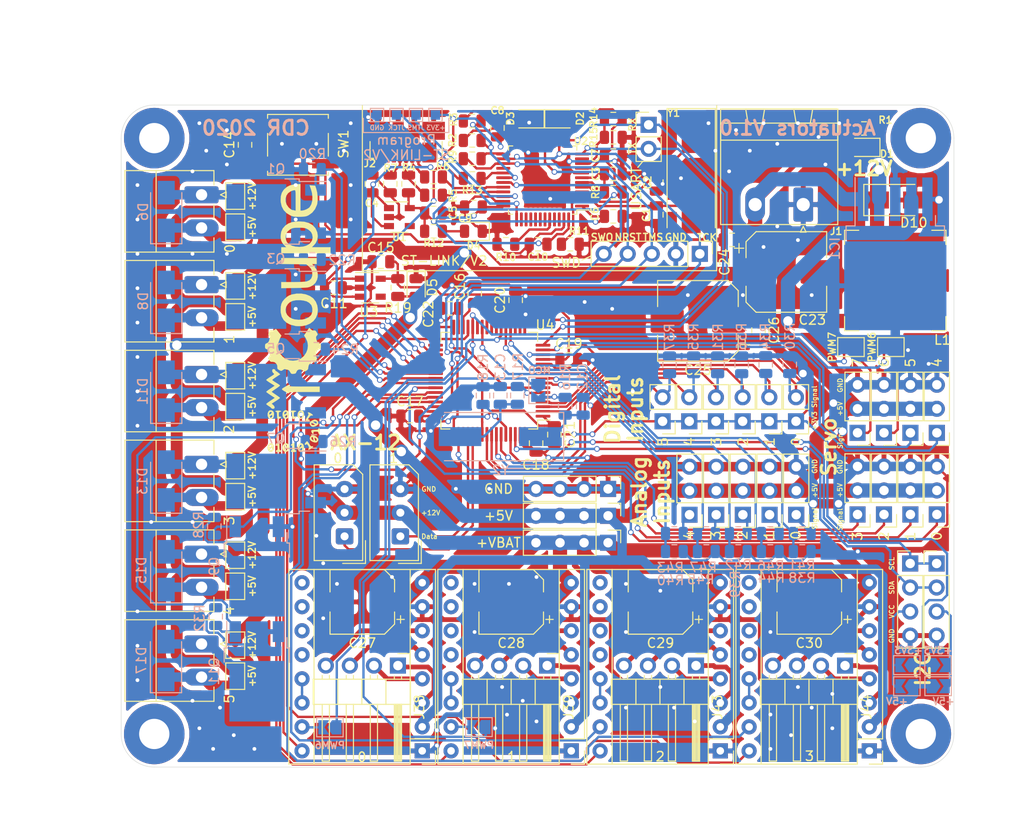
<source format=kicad_pcb>
(kicad_pcb (version 20171130) (host pcbnew "(5.1.4)-1")
  (layers (0 F.Cu signal) (31 B.Cu signal) (34 B.Paste user) (35 F.Paste user) (36 B.SilkS user) (37 F.SilkS user) (38 B.Mask user) (39 F.Mask user) (44 Edge.Cuts user))
  (net 0 "")
  (net 1 "Net-(D1-Pad1)")
  (net 2 +12V)
  (net 3 GND)
  (net 4 +3V3)
  (net 5 "Net-(U2-Pad4)")
  (net 6 /ST_Link_v2/STM_JTCK)
  (net 7 /ST_Link_v2/STM_JTMS)
  (net 8 /ST_Link_v2/USB_DP)
  (net 9 /ST_Link_v2/USB_DM)
  (net 10 /ST_Link_v2/LED_STLINK)
  (net 11 /ST_Link_v2/STLK_RX)
  (net 12 /ST_Link_v2/STLK_TX)
  (net 13 /ST_Link_v2/OSC_OUT)
  (net 14 /ST_Link_v2/OSC_IN)
  (net 15 "Net-(U3-Pad4)")
  (net 16 "Net-(R11-Pad1)")
  (net 17 /STM32F446RE6/NRST)
  (net 18 "Net-(D2-Pad1)")
  (net 19 "Net-(D3-Pad2)")
  (net 20 "Net-(D4-Pad2)")
  (net 21 "Net-(J2-Pad4)")
  (net 22 "Net-(J2-Pad3)")
  (net 23 "Net-(J2-Pad2)")
  (net 24 /STM32F446RE6/SWO)
  (net 25 /STM32F446RE6/TMS)
  (net 26 /STM32F446RE6/TCK)
  (net 27 /STM32F446RE6/MCO)
  (net 28 /ST_Link_v2/STM_RESET)
  (net 29 /ST_Link_v2/T_SWDIO_IN)
  (net 30 /ST_Link_v2/BOOT0)
  (net 31 /ST_Link_v2/AIN_1)
  (net 32 +5V)
  (net 33 "Net-(C12-Pad1)")
  (net 34 "Net-(D5-Pad2)")
  (net 35 /STM32F446RE6/PH0)
  (net 36 /STM32F446RE6/PH1)
  (net 37 "Net-(R18-Pad1)")
  (net 38 /ST_Link_v2/STLINK_3V3)
  (net 39 "Net-(D6-Pad1)")
  (net 40 "Net-(A1-Pad15)")
  (net 41 "Net-(A1-Pad6)")
  (net 42 "Net-(A1-Pad13)")
  (net 43 "Net-(A1-Pad5)")
  (net 44 "Net-(A1-Pad12)")
  (net 45 "Net-(A1-Pad4)")
  (net 46 "Net-(A1-Pad11)")
  (net 47 "Net-(A1-Pad3)")
  (net 48 "Net-(A1-Pad10)")
  (net 49 "Net-(A1-Pad9)")
  (net 50 "Net-(A2-Pad15)")
  (net 51 "Net-(A2-Pad6)")
  (net 52 "Net-(A2-Pad13)")
  (net 53 "Net-(A2-Pad5)")
  (net 54 "Net-(A2-Pad12)")
  (net 55 "Net-(A2-Pad4)")
  (net 56 "Net-(A2-Pad11)")
  (net 57 "Net-(A2-Pad3)")
  (net 58 "Net-(A2-Pad10)")
  (net 59 "Net-(A2-Pad9)")
  (net 60 "Net-(A3-Pad6)")
  (net 61 "Net-(A3-Pad13)")
  (net 62 "Net-(A3-Pad5)")
  (net 63 "Net-(A3-Pad12)")
  (net 64 "Net-(A3-Pad4)")
  (net 65 "Net-(A3-Pad11)")
  (net 66 "Net-(A3-Pad3)")
  (net 67 "Net-(A3-Pad10)")
  (net 68 "Net-(A3-Pad9)")
  (net 69 "Net-(A4-Pad6)")
  (net 70 "Net-(A4-Pad13)")
  (net 71 "Net-(A4-Pad5)")
  (net 72 "Net-(A4-Pad12)")
  (net 73 "Net-(A4-Pad4)")
  (net 74 "Net-(A4-Pad11)")
  (net 75 "Net-(A4-Pad3)")
  (net 76 "Net-(A4-Pad10)")
  (net 77 "Net-(A4-Pad9)")
  (net 78 "Net-(J6-Pad3)")
  (net 79 "Net-(J7-Pad3)")
  (net 80 "Net-(J42-Pad1)")
  (net 81 /STM32F446RE6/I2C1_SDA)
  (net 82 /STM32F446RE6/I2C1_SCL)
  (net 83 /Actuators/DigitalOut0)
  (net 84 /Actuators/DigitalOut1)
  (net 85 /Actuators/DigitalOut2)
  (net 86 /Actuators/PWM8)
  (net 87 /Actuators/DigitalOut3)
  (net 88 /Actuators/PWM9)
  (net 89 "Net-(C13-Pad1)")
  (net 90 "Net-(C16-Pad1)")
  (net 91 "Net-(D6-Pad2)")
  (net 92 "Net-(D8-Pad2)")
  (net 93 "Net-(D8-Pad1)")
  (net 94 "Net-(D10-Pad1)")
  (net 95 "Net-(D11-Pad2)")
  (net 96 "Net-(D11-Pad1)")
  (net 97 "Net-(D13-Pad2)")
  (net 98 "Net-(D13-Pad1)")
  (net 99 "Net-(D15-Pad2)")
  (net 100 "Net-(D15-Pad1)")
  (net 101 "Net-(D17-Pad2)")
  (net 102 "Net-(D17-Pad1)")
  (net 103 /Actuators/RX3)
  (net 104 /Actuators/RX5)
  (net 105 /Actuators/PWM0)
  (net 106 /Actuators/PWM4)
  (net 107 /Actuators/DigitalIn0)
  (net 108 /Actuators/DigitalIn3)
  (net 109 /Actuators/PWM1)
  (net 110 /Actuators/PWM5)
  (net 111 /Actuators/DigitalIn1)
  (net 112 /Actuators/DigitalIn4)
  (net 113 /Actuators/PWM2)
  (net 114 /Actuators/DigitalIn2)
  (net 115 /Actuators/DigitalIn5)
  (net 116 /Actuators/PWM3)
  (net 117 "Net-(J46-Pad1)")
  (net 118 /Actuators/PWM6)
  (net 119 /Actuators/PWM7)
  (net 120 /Actuators/PWM10)
  (net 121 /Actuators/PWM11)
  (net 122 /Actuators/PWM12)
  (net 123 /Actuators/PWM13)
  (net 124 /Actuators/PWM14)
  (net 125 /Actuators/DigitalOut4)
  (net 126 "Net-(R13-Pad1)")
  (net 127 /Actuators/AnalogIn0)
  (net 128 /Actuators/AnalogIn2)
  (net 129 /Actuators/AnalogIn1)
  (net 130 /Actuators/AnalogIn3)
  (net 131 "Net-(U1-Pad4)")
  (net 132 "Net-(U2-Pad46)")
  (net 133 "Net-(U2-Pad45)")
  (net 134 "Net-(U2-Pad43)")
  (net 135 "Net-(U2-Pad42)")
  (net 136 "Net-(U2-Pad41)")
  (net 137 "Net-(U2-Pad40)")
  (net 138 "Net-(U2-Pad39)")
  (net 139 "Net-(U2-Pad38)")
  (net 140 "Net-(U2-Pad28)")
  (net 141 "Net-(U2-Pad22)")
  (net 142 "Net-(U2-Pad21)")
  (net 143 "Net-(U2-Pad19)")
  (net 144 "Net-(U2-Pad17)")
  (net 145 "Net-(U2-Pad16)")
  (net 146 "Net-(U2-Pad14)")
  (net 147 "Net-(U2-Pad11)")
  (net 148 "Net-(U2-Pad3)")
  (net 149 /Actuators/AnalogIn4)
  (net 150 "Net-(J31-Pad1)")
  (net 151 "Net-(J37-Pad1)")
  (net 152 "Net-(J40-Pad1)")
  (net 153 "Net-(J41-Pad1)")
  (net 154 "Net-(J45-Pad1)")
  (net 155 /STM32F446RE6/DigitalOut10)
  (net 156 /STM32F446RE6/DigitalOut7)
  (net 157 /STM32F446RE6/DigitalOut6)
  (net 158 /STM32F446RE6/DigitalOut5)
  (net 159 /STM32F446RE6/DigitalOut9)
  (net 160 /STM32F446RE6/DigitalOut8)
  (net 161 VBUS)
  (module villanut_lib:logo_UTCoupe_Medium (layer F.Cu) (at 68.6308 72.5932 90)
    (fp_text reference G*** hide)
    (fp_text value LOGO hide)
  )
  (module Capacitor_SMD:C_0805_2012Metric (layer F.Cu) (at 80.5 82.89 180)
    (fp_text reference C17 (at -0.018 1.5592) (layer F.SilkS))
    (fp_text value 100nF)
    (pad 2 smd roundrect (at 0.9375 0 180) (size 0.975 1.4) (layers F.Cu F.Paste F.Mask) (net 3 GND))
    (pad 1 smd roundrect (at -0.9375 0 180) (size 0.975 1.4) (layers F.Cu F.Paste F.Mask) (net 4 +3V3))
  )
  (module Capacitor_SMD:C_0805_2012Metric (layer F.Cu) (at 72.43 69.3166)
    (fp_text reference C11 (at 0.0616 1.651) (layer F.SilkS))
    (fp_text value 1uF)
    (pad 2 smd roundrect (at 0.9375 0) (size 0.975 1.4) (layers F.Cu F.Paste F.Mask) (net 3 GND))
    (pad 1 smd roundrect (at -0.9375 0) (size 0.975 1.4) (layers F.Cu F.Paste F.Mask) (net 161 VBUS))
  )
  (module Module:Pololu_Breakout-16_15.2x20.3mm (layer F.Cu) (at 81.8134 118.2878 180)
    (fp_text reference A1)
    (fp_text value 0 (at 6.3754 -0.6604) (layer F.SilkS))
    (pad 16 thru_hole oval (at 12.7 0 180) (size 1.6 1.6) (drill 0.8) (layers *.Cu *.Mask) (net 83 /Actuators/DigitalOut0))
    (pad 8 thru_hole oval (at 0 17.78 180) (size 1.6 1.6) (drill 0.8) (layers *.Cu *.Mask) (net 2 +12V))
    (pad 15 thru_hole oval (at 12.7 2.54 180) (size 1.6 1.6) (drill 0.8) (layers *.Cu *.Mask) (net 40 "Net-(A1-Pad15)"))
    (pad 7 thru_hole oval (at 0 15.24 180) (size 1.6 1.6) (drill 0.8) (layers *.Cu *.Mask) (net 3 GND))
    (pad 14 thru_hole oval (at 12.7 5.08 180) (size 1.6 1.6) (drill 0.8) (layers *.Cu *.Mask) (net 42 "Net-(A1-Pad13)"))
    (pad 6 thru_hole oval (at 0 12.7 180) (size 1.6 1.6) (drill 0.8) (layers *.Cu *.Mask) (net 41 "Net-(A1-Pad6)"))
    (pad 13 thru_hole oval (at 12.7 7.62 180) (size 1.6 1.6) (drill 0.8) (layers *.Cu *.Mask) (net 42 "Net-(A1-Pad13)"))
    (pad 5 thru_hole oval (at 0 10.16 180) (size 1.6 1.6) (drill 0.8) (layers *.Cu *.Mask) (net 43 "Net-(A1-Pad5)"))
    (pad 12 thru_hole oval (at 12.7 10.16 180) (size 1.6 1.6) (drill 0.8) (layers *.Cu *.Mask) (net 44 "Net-(A1-Pad12)"))
    (pad 4 thru_hole oval (at 0 7.62 180) (size 1.6 1.6) (drill 0.8) (layers *.Cu *.Mask) (net 45 "Net-(A1-Pad4)"))
    (pad 11 thru_hole oval (at 12.7 12.7 180) (size 1.6 1.6) (drill 0.8) (layers *.Cu *.Mask) (net 46 "Net-(A1-Pad11)"))
    (pad 3 thru_hole oval (at 0 5.08 180) (size 1.6 1.6) (drill 0.8) (layers *.Cu *.Mask) (net 47 "Net-(A1-Pad3)"))
    (pad 10 thru_hole oval (at 12.7 15.24 180) (size 1.6 1.6) (drill 0.8) (layers *.Cu *.Mask) (net 48 "Net-(A1-Pad10)"))
    (pad 2 thru_hole oval (at 0 2.54 180) (size 1.6 1.6) (drill 0.8) (layers *.Cu *.Mask) (net 32 +5V))
    (pad 9 thru_hole oval (at 12.7 17.78 180) (size 1.6 1.6) (drill 0.8) (layers *.Cu *.Mask) (net 49 "Net-(A1-Pad9)"))
    (pad 1 thru_hole rect (at 0 0 180) (size 1.6 1.6) (drill 0.8) (layers *.Cu *.Mask) (net 3 GND))
  )
  (module Package_QFP:LQFP-64_10x10mm_P0.5mm (layer F.Cu) (at 88.9 79.1464 180)
    (fp_text reference U4 (at -5.8928 5.8928) (layer F.SilkS))
    (fp_text value STM32F446RETx)
    (pad 64 smd roundrect (at -3.75 -5.675 180) (size 0.3 1.55) (layers F.Cu F.Paste F.Mask) (net 4 +3V3))
    (pad 63 smd roundrect (at -3.25 -5.675 180) (size 0.3 1.55) (layers F.Cu F.Paste F.Mask) (net 3 GND))
    (pad 62 smd roundrect (at -2.75 -5.675 180) (size 0.3 1.55) (layers F.Cu F.Paste F.Mask) (net 81 /STM32F446RE6/I2C1_SDA))
    (pad 61 smd roundrect (at -2.25 -5.675 180) (size 0.3 1.55) (layers F.Cu F.Paste F.Mask) (net 82 /STM32F446RE6/I2C1_SCL))
    (pad 60 smd roundrect (at -1.75 -5.675 180) (size 0.3 1.55) (layers F.Cu F.Paste F.Mask) (net 37 "Net-(R18-Pad1)"))
    (pad 59 smd roundrect (at -1.25 -5.675 180) (size 0.3 1.55) (layers F.Cu F.Paste F.Mask) (net 116 /Actuators/PWM3))
    (pad 58 smd roundrect (at -0.75 -5.675 180) (size 0.3 1.55) (layers F.Cu F.Paste F.Mask) (net 113 /Actuators/PWM2))
    (pad 57 smd roundrect (at -0.25 -5.675 180) (size 0.3 1.55) (layers F.Cu F.Paste F.Mask) (net 112 /Actuators/DigitalIn4))
    (pad 56 smd roundrect (at 0.25 -5.675 180) (size 0.3 1.55) (layers F.Cu F.Paste F.Mask) (net 115 /Actuators/DigitalIn5))
    (pad 55 smd roundrect (at 0.75 -5.675 180) (size 0.3 1.55) (layers F.Cu F.Paste F.Mask) (net 24 /STM32F446RE6/SWO))
    (pad 54 smd roundrect (at 1.25 -5.675 180) (size 0.3 1.55) (layers F.Cu F.Paste F.Mask) (net 103 /Actuators/RX3))
    (pad 53 smd roundrect (at 1.75 -5.675 180) (size 0.3 1.55) (layers F.Cu F.Paste F.Mask) (net 103 /Actuators/RX3))
    (pad 52 smd roundrect (at 2.25 -5.675 180) (size 0.3 1.55) (layers F.Cu F.Paste F.Mask) (net 104 /Actuators/RX5))
    (pad 51 smd roundrect (at 2.75 -5.675 180) (size 0.3 1.55) (layers F.Cu F.Paste F.Mask) (net 104 /Actuators/RX5))
    (pad 50 smd roundrect (at 3.25 -5.675 180) (size 0.3 1.55) (layers F.Cu F.Paste F.Mask) (net 109 /Actuators/PWM1))
    (pad 49 smd roundrect (at 3.75 -5.675 180) (size 0.3 1.55) (layers F.Cu F.Paste F.Mask) (net 26 /STM32F446RE6/TCK))
    (pad 48 smd roundrect (at 5.675 -3.75 180) (size 1.55 0.3) (layers F.Cu F.Paste F.Mask) (net 4 +3V3))
    (pad 47 smd roundrect (at 5.675 -3.25 180) (size 1.55 0.3) (layers F.Cu F.Paste F.Mask) (net 3 GND))
    (pad 46 smd roundrect (at 5.675 -2.75 180) (size 1.55 0.3) (layers F.Cu F.Paste F.Mask) (net 25 /STM32F446RE6/TMS))
    (pad 45 smd roundrect (at 5.675 -2.25 180) (size 1.55 0.3) (layers F.Cu F.Paste F.Mask) (net 125 /Actuators/DigitalOut4))
    (pad 44 smd roundrect (at 5.675 -1.75 180) (size 1.55 0.3) (layers F.Cu F.Paste F.Mask) (net 86 /Actuators/PWM8))
    (pad 43 smd roundrect (at 5.675 -1.25 180) (size 1.55 0.3) (layers F.Cu F.Paste F.Mask) (net 88 /Actuators/PWM9))
    (pad 42 smd roundrect (at 5.675 -0.75 180) (size 1.55 0.3) (layers F.Cu F.Paste F.Mask) (net 105 /Actuators/PWM0))
    (pad 41 smd roundrect (at 5.675 -0.25 180) (size 1.55 0.3) (layers F.Cu F.Paste F.Mask) (net 123 /Actuators/PWM13))
    (pad 40 smd roundrect (at 5.675 0.25 180) (size 1.55 0.3) (layers F.Cu F.Paste F.Mask) (net 122 /Actuators/PWM12))
    (pad 39 smd roundrect (at 5.675 0.75 180) (size 1.55 0.3) (layers F.Cu F.Paste F.Mask) (net 121 /Actuators/PWM11))
    (pad 38 smd roundrect (at 5.675 1.25 180) (size 1.55 0.3) (layers F.Cu F.Paste F.Mask) (net 120 /Actuators/PWM10))
    (pad 37 smd roundrect (at 5.675 1.75 180) (size 1.55 0.3) (layers F.Cu F.Paste F.Mask) (net 87 /Actuators/DigitalOut3))
    (pad 36 smd roundrect (at 5.675 2.25 180) (size 1.55 0.3) (layers F.Cu F.Paste F.Mask) (net 83 /Actuators/DigitalOut0))
    (pad 35 smd roundrect (at 5.675 2.75 180) (size 1.55 0.3) (layers F.Cu F.Paste F.Mask) (net 84 /Actuators/DigitalOut1))
    (pad 34 smd roundrect (at 5.675 3.25 180) (size 1.55 0.3) (layers F.Cu F.Paste F.Mask) (net 85 /Actuators/DigitalOut2))
    (pad 33 smd roundrect (at 5.675 3.75 180) (size 1.55 0.3) (layers F.Cu F.Paste F.Mask) (net 158 /STM32F446RE6/DigitalOut5))
    (pad 32 smd roundrect (at 3.75 5.675 180) (size 0.3 1.55) (layers F.Cu F.Paste F.Mask) (net 4 +3V3))
    (pad 31 smd roundrect (at 3.25 5.675 180) (size 0.3 1.55) (layers F.Cu F.Paste F.Mask) (net 3 GND))
    (pad 30 smd roundrect (at 2.75 5.675 180) (size 0.3 1.55) (layers F.Cu F.Paste F.Mask) (net 90 "Net-(C16-Pad1)"))
    (pad 29 smd roundrect (at 2.25 5.675 180) (size 0.3 1.55) (layers F.Cu F.Paste F.Mask) (net 124 /Actuators/PWM14))
    (pad 28 smd roundrect (at 1.75 5.675 180) (size 0.3 1.55) (layers F.Cu F.Paste F.Mask) (net 119 /Actuators/PWM7))
    (pad 27 smd roundrect (at 1.25 5.675 180) (size 0.3 1.55) (layers F.Cu F.Paste F.Mask) (net 155 /STM32F446RE6/DigitalOut10))
    (pad 26 smd roundrect (at 0.75 5.675 180) (size 0.3 1.55) (layers F.Cu F.Paste F.Mask) (net 128 /Actuators/AnalogIn2))
    (pad 25 smd roundrect (at 0.25 5.675 180) (size 0.3 1.55) (layers F.Cu F.Paste F.Mask) (net 159 /STM32F446RE6/DigitalOut9))
    (pad 24 smd roundrect (at -0.25 5.675 180) (size 0.3 1.55) (layers F.Cu F.Paste F.Mask) (net 160 /STM32F446RE6/DigitalOut8))
    (pad 23 smd roundrect (at -0.75 5.675 180) (size 0.3 1.55) (layers F.Cu F.Paste F.Mask) (net 157 /STM32F446RE6/DigitalOut6))
    (pad 22 smd roundrect (at -1.25 5.675 180) (size 0.3 1.55) (layers F.Cu F.Paste F.Mask) (net 118 /Actuators/PWM6))
    (pad 21 smd roundrect (at -1.75 5.675 180) (size 0.3 1.55) (layers F.Cu F.Paste F.Mask) (net 129 /Actuators/AnalogIn1))
    (pad 20 smd roundrect (at -2.25 5.675 180) (size 0.3 1.55) (layers F.Cu F.Paste F.Mask) (net 127 /Actuators/AnalogIn0))
    (pad 19 smd roundrect (at -2.75 5.675 180) (size 0.3 1.55) (layers F.Cu F.Paste F.Mask) (net 4 +3V3))
    (pad 18 smd roundrect (at -3.25 5.675 180) (size 0.3 1.55) (layers F.Cu F.Paste F.Mask) (net 3 GND))
    (pad 17 smd roundrect (at -3.75 5.675 180) (size 0.3 1.55) (layers F.Cu F.Paste F.Mask) (net 12 /ST_Link_v2/STLK_TX))
    (pad 16 smd roundrect (at -5.675 3.75 180) (size 1.55 0.3) (layers F.Cu F.Paste F.Mask) (net 11 /ST_Link_v2/STLK_RX))
    (pad 15 smd roundrect (at -5.675 3.25 180) (size 1.55 0.3) (layers F.Cu F.Paste F.Mask) (net 110 /Actuators/PWM5))
    (pad 14 smd roundrect (at -5.675 2.75 180) (size 1.55 0.3) (layers F.Cu F.Paste F.Mask) (net 106 /Actuators/PWM4))
    (pad 13 smd roundrect (at -5.675 2.25 180) (size 1.55 0.3) (layers F.Cu F.Paste F.Mask) (net 4 +3V3))
    (pad 12 smd roundrect (at -5.675 1.75 180) (size 1.55 0.3) (layers F.Cu F.Paste F.Mask) (net 3 GND))
    (pad 11 smd roundrect (at -5.675 1.25 180) (size 1.55 0.3) (layers F.Cu F.Paste F.Mask) (net 156 /STM32F446RE6/DigitalOut7))
    (pad 10 smd roundrect (at -5.675 0.75 180) (size 1.55 0.3) (layers F.Cu F.Paste F.Mask) (net 107 /Actuators/DigitalIn0))
    (pad 9 smd roundrect (at -5.675 0.25 180) (size 1.55 0.3) (layers F.Cu F.Paste F.Mask) (net 130 /Actuators/AnalogIn3))
    (pad 8 smd roundrect (at -5.675 -0.25 180) (size 1.55 0.3) (layers F.Cu F.Paste F.Mask) (net 149 /Actuators/AnalogIn4))
    (pad 7 smd roundrect (at -5.675 -0.75 180) (size 1.55 0.3) (layers F.Cu F.Paste F.Mask) (net 17 /STM32F446RE6/NRST))
    (pad 6 smd roundrect (at -5.675 -1.25 180) (size 1.55 0.3) (layers F.Cu F.Paste F.Mask) (net 36 /STM32F446RE6/PH1))
    (pad 5 smd roundrect (at -5.675 -1.75 180) (size 1.55 0.3) (layers F.Cu F.Paste F.Mask) (net 35 /STM32F446RE6/PH0))
    (pad 4 smd roundrect (at -5.675 -2.25 180) (size 1.55 0.3) (layers F.Cu F.Paste F.Mask) (net 111 /Actuators/DigitalIn1))
    (pad 3 smd roundrect (at -5.675 -2.75 180) (size 1.55 0.3) (layers F.Cu F.Paste F.Mask) (net 114 /Actuators/DigitalIn2))
    (pad 2 smd roundrect (at -5.675 -3.25 180) (size 1.55 0.3) (layers F.Cu F.Paste F.Mask) (net 108 /Actuators/DigitalIn3))
    (pad 1 smd roundrect (at -5.675 -3.75 180) (size 1.55 0.3) (layers F.Cu F.Paste F.Mask) (net 4 +3V3))
  )
  (module Connector_PinHeader_2.54mm:PinHeader_1x04_P2.54mm_Horizontal (layer F.Cu) (at 126.492 109.2708 270)
    (fp_text reference J44 (at 4.385 -2.27 90) (layer F.SilkS))
    (fp_text value Conn_01x04)
    (pad 4 thru_hole oval (at 0 7.62 270) (size 1.7 1.7) (drill 1) (layers *.Cu *.Mask) (net 69 "Net-(A4-Pad6)"))
    (pad 3 thru_hole oval (at 0 5.08 270) (size 1.7 1.7) (drill 1) (layers *.Cu *.Mask) (net 71 "Net-(A4-Pad5)"))
    (pad 2 thru_hole oval (at 0 2.54 270) (size 1.7 1.7) (drill 1) (layers *.Cu *.Mask) (net 73 "Net-(A4-Pad4)"))
    (pad 1 thru_hole rect (at 0 0 270) (size 1.7 1.7) (drill 1) (layers *.Cu *.Mask) (net 75 "Net-(A4-Pad3)"))
  )
  (module Connector_PinHeader_2.54mm:PinHeader_1x04_P2.54mm_Horizontal (layer F.Cu) (at 110.744 109.2708 270)
    (fp_text reference J43 (at 4.385 -2.27 90) (layer F.SilkS))
    (fp_text value Conn_01x04)
    (pad 4 thru_hole oval (at 0 7.62 270) (size 1.7 1.7) (drill 1) (layers *.Cu *.Mask) (net 60 "Net-(A3-Pad6)"))
    (pad 3 thru_hole oval (at 0 5.08 270) (size 1.7 1.7) (drill 1) (layers *.Cu *.Mask) (net 62 "Net-(A3-Pad5)"))
    (pad 2 thru_hole oval (at 0 2.54 270) (size 1.7 1.7) (drill 1) (layers *.Cu *.Mask) (net 64 "Net-(A3-Pad4)"))
    (pad 1 thru_hole rect (at 0 0 270) (size 1.7 1.7) (drill 1) (layers *.Cu *.Mask) (net 66 "Net-(A3-Pad3)"))
  )
  (module Connector_PinHeader_2.54mm:PinHeader_1x04_P2.54mm_Horizontal (layer F.Cu) (at 95.0214 109.2708 270)
    (fp_text reference J39 (at 4.385 -2.27 90) (layer F.SilkS))
    (fp_text value Conn_01x04)
    (pad 4 thru_hole oval (at 0 7.62 270) (size 1.7 1.7) (drill 1) (layers *.Cu *.Mask) (net 51 "Net-(A2-Pad6)"))
    (pad 3 thru_hole oval (at 0 5.08 270) (size 1.7 1.7) (drill 1) (layers *.Cu *.Mask) (net 53 "Net-(A2-Pad5)"))
    (pad 2 thru_hole oval (at 0 2.54 270) (size 1.7 1.7) (drill 1) (layers *.Cu *.Mask) (net 55 "Net-(A2-Pad4)"))
    (pad 1 thru_hole rect (at 0 0 270) (size 1.7 1.7) (drill 1) (layers *.Cu *.Mask) (net 57 "Net-(A2-Pad3)"))
  )
  (module Connector_PinHeader_2.54mm:PinHeader_1x04_P2.54mm_Horizontal (layer F.Cu) (at 79.248 109.2708 270)
    (fp_text reference J38 (at 4.385 -2.27 90) (layer F.SilkS))
    (fp_text value Conn_01x04)
    (pad 4 thru_hole oval (at 0 7.62 270) (size 1.7 1.7) (drill 1) (layers *.Cu *.Mask) (net 41 "Net-(A1-Pad6)"))
    (pad 3 thru_hole oval (at 0 5.08 270) (size 1.7 1.7) (drill 1) (layers *.Cu *.Mask) (net 43 "Net-(A1-Pad5)"))
    (pad 2 thru_hole oval (at 0 2.54 270) (size 1.7 1.7) (drill 1) (layers *.Cu *.Mask) (net 45 "Net-(A1-Pad4)"))
    (pad 1 thru_hole rect (at 0 0 270) (size 1.7 1.7) (drill 1) (layers *.Cu *.Mask) (net 47 "Net-(A1-Pad3)"))
  )
  (module Jumper:SolderJumper-2_P1.3mm_Open_TrianglePad1.0x1.5mm (layer B.Cu) (at 87.8078 115.7732 180)
    (fp_text reference JP49)
    (fp_text value PWM7 (at 0 -1.9) (layer B.SilkS) (effects (font (size 0.75 0.75)) (justify mirror)))
    (pad 1 smd custom (at -0.725 0 180) (size 0.3 0.3) (layers B.Cu B.Mask) (net 119 /Actuators/PWM7) (options (clearance outline) (anchor rect)) (primitives (gr_poly (pts (xy -0.5 0.75) (xy 0.5 0.75) (xy 1 0) (xy 0.5 -0.75) (xy -0.5 -0.75)) (width 0))))
    (pad 2 smd custom (at 0.725 0 180) (size 0.3 0.3) (layers B.Cu B.Mask) (net 50 "Net-(A2-Pad15)") (options (clearance outline) (anchor rect)) (primitives (gr_poly (pts (xy -0.65 0.75) (xy 0.5 0.75) (xy 0.5 -0.75) (xy -0.65 -0.75) (xy -0.15 0)) (width 0))))
  )
  (module Jumper:SolderJumper-2_P1.3mm_Open_TrianglePad1.0x1.5mm (layer B.Cu) (at 72.0598 115.7986 180)
    (fp_text reference JP48)
    (fp_text value PWM6 (at 0 -1.9) (layer B.SilkS) (effects (font (size 0.75 0.75)) (justify mirror)))
    (pad 1 smd custom (at -0.725 0 180) (size 0.3 0.3) (layers B.Cu B.Mask) (net 118 /Actuators/PWM6) (options (clearance outline) (anchor rect)) (primitives (gr_poly (pts (xy -0.5 0.75) (xy 0.5 0.75) (xy 1 0) (xy 0.5 -0.75) (xy -0.5 -0.75)) (width 0))))
    (pad 2 smd custom (at 0.725 0 180) (size 0.3 0.3) (layers B.Cu B.Mask) (net 40 "Net-(A1-Pad15)") (options (clearance outline) (anchor rect)) (primitives (gr_poly (pts (xy -0.65 0.75) (xy 0.5 0.75) (xy 0.5 -0.75) (xy -0.65 -0.75) (xy -0.15 0)) (width 0))))
  )
  (module Jumper:SolderJumper-2_P1.3mm_Open_TrianglePad1.0x1.5mm (layer F.Cu) (at 127.1154 75.5904)
    (fp_text reference JP45)
    (fp_text value PWM7 (at -1.995 0 90) (layer F.SilkS) (effects (font (size 0.75 0.75))))
    (pad 1 smd custom (at -0.725 0) (size 0.3 0.3) (layers F.Cu F.Mask) (net 119 /Actuators/PWM7) (options (clearance outline) (anchor rect)) (primitives (gr_poly (pts (xy -0.5 -0.75) (xy 0.5 -0.75) (xy 1 0) (xy 0.5 0.75) (xy -0.5 0.75)) (width 0))))
    (pad 2 smd custom (at 0.725 0) (size 0.3 0.3) (layers F.Cu F.Mask) (net 151 "Net-(J37-Pad1)") (options (clearance outline) (anchor rect)) (primitives (gr_poly (pts (xy -0.65 -0.75) (xy 0.5 -0.75) (xy 0.5 0.75) (xy -0.65 0.75) (xy -0.15 0)) (width 0))))
  )
  (module Jumper:SolderJumper-2_P1.3mm_Open_TrianglePad1.0x1.5mm (layer F.Cu) (at 131.3318 75.5904)
    (fp_text reference JP40)
    (fp_text value PWM6 (at -2.0066 0 90) (layer F.SilkS) (effects (font (size 0.75 0.75))))
    (pad 1 smd custom (at -0.725 0) (size 0.3 0.3) (layers F.Cu F.Mask) (net 118 /Actuators/PWM6) (options (clearance outline) (anchor rect)) (primitives (gr_poly (pts (xy -0.5 -0.75) (xy 0.5 -0.75) (xy 1 0) (xy 0.5 0.75) (xy -0.5 0.75)) (width 0))))
    (pad 2 smd custom (at 0.725 0) (size 0.3 0.3) (layers F.Cu F.Mask) (net 150 "Net-(J31-Pad1)") (options (clearance outline) (anchor rect)) (primitives (gr_poly (pts (xy -0.65 -0.75) (xy 0.5 -0.75) (xy 0.5 0.75) (xy -0.65 0.75) (xy -0.15 0)) (width 0))))
  )
  (module Jumper:SolderJumper-2_P1.3mm_Open_TrianglePad1.0x1.5mm (layer B.Cu) (at 136.3278 111.4486)
    (fp_text reference JP5)
    (fp_text value +5V (at 0.5782 1.6068) (layer B.SilkS) (effects (font (size 0.75 0.75)) (justify mirror)))
    (pad 1 smd custom (at -0.725 0) (size 0.3 0.3) (layers B.Cu B.Mask) (net 32 +5V) (options (clearance outline) (anchor rect)) (primitives (gr_poly (pts (xy -0.5 0.75) (xy 0.5 0.75) (xy 1 0) (xy 0.5 -0.75) (xy -0.5 -0.75)) (width 0))))
    (pad 2 smd custom (at 0.725 0) (size 0.3 0.3) (layers B.Cu B.Mask) (net 79 "Net-(J7-Pad3)") (options (clearance outline) (anchor rect)) (primitives (gr_poly (pts (xy -0.65 0.75) (xy 0.5 0.75) (xy 0.5 -0.75) (xy -0.65 -0.75) (xy -0.15 0)) (width 0))))
  )
  (module Jumper:SolderJumper-2_P1.3mm_Open_TrianglePad1.0x1.5mm (layer B.Cu) (at 133.0264 111.4552 180)
    (fp_text reference JP4)
    (fp_text value +5V (at 1.048 -1.6002) (layer B.SilkS) (effects (font (size 0.75 0.75)) (justify mirror)))
    (pad 2 smd custom (at 0.725 0 180) (size 0.3 0.3) (layers B.Cu B.Mask) (net 78 "Net-(J6-Pad3)") (options (clearance outline) (anchor rect)) (primitives (gr_poly (pts (xy -0.65 0.75) (xy 0.5 0.75) (xy 0.5 -0.75) (xy -0.65 -0.75) (xy -0.15 0)) (width 0))))
    (pad 1 smd custom (at -0.725 0 180) (size 0.3 0.3) (layers B.Cu B.Mask) (net 32 +5V) (options (clearance outline) (anchor rect)) (primitives (gr_poly (pts (xy -0.5 0.75) (xy 0.5 0.75) (xy 1 0) (xy 0.5 -0.75) (xy -0.5 -0.75)) (width 0))))
  )
  (module Jumper:SolderJumper-2_P1.3mm_Open_TrianglePad1.0x1.5mm (layer B.Cu) (at 136.3218 109.22)
    (fp_text reference JP3)
    (fp_text value +3V3 (at 0 -1.5494) (layer B.SilkS) (effects (font (size 0.75 0.75)) (justify mirror)))
    (pad 1 smd custom (at -0.725 0) (size 0.3 0.3) (layers B.Cu B.Mask) (net 4 +3V3) (options (clearance outline) (anchor rect)) (primitives (gr_poly (pts (xy -0.5 0.75) (xy 0.5 0.75) (xy 1 0) (xy 0.5 -0.75) (xy -0.5 -0.75)) (width 0))))
    (pad 2 smd custom (at 0.725 0) (size 0.3 0.3) (layers B.Cu B.Mask) (net 79 "Net-(J7-Pad3)") (options (clearance outline) (anchor rect)) (primitives (gr_poly (pts (xy -0.65 0.75) (xy 0.5 0.75) (xy 0.5 -0.75) (xy -0.65 -0.75) (xy -0.15 0)) (width 0))))
  )
  (module Jumper:SolderJumper-2_P1.3mm_Open_TrianglePad1.0x1.5mm (layer B.Cu) (at 133.0198 109.22 180)
    (fp_text reference JP2)
    (fp_text value +3V3 (at -0.1778 1.5494) (layer B.SilkS) (effects (font (size 0.75 0.75)) (justify mirror)))
    (pad 2 smd custom (at 0.725 0 180) (size 0.3 0.3) (layers B.Cu B.Mask) (net 78 "Net-(J6-Pad3)") (options (clearance outline) (anchor rect)) (primitives (gr_poly (pts (xy -0.65 0.75) (xy 0.5 0.75) (xy 0.5 -0.75) (xy -0.65 -0.75) (xy -0.15 0)) (width 0))))
    (pad 1 smd custom (at -0.725 0 180) (size 0.3 0.3) (layers B.Cu B.Mask) (net 4 +3V3) (options (clearance outline) (anchor rect)) (primitives (gr_poly (pts (xy -0.5 0.75) (xy 0.5 0.75) (xy 1 0) (xy 0.5 -0.75) (xy -0.5 -0.75)) (width 0))))
  )
  (module Capacitor_SMD:CP_Elec_6.3x7.7 (layer F.Cu) (at 122.715 102.5398 180)
    (fp_text reference C30 (at 0 -4.35) (layer F.SilkS))
    (fp_text value 100uF)
    (pad 1 smd roundrect (at -2.7 0 180) (size 3.5 1.6) (layers F.Cu F.Paste F.Mask) (roundrect_rratio 0.15625) (net 2 +12V))
    (pad 2 smd roundrect (at 2.7 0 180) (size 3.5 1.6) (layers F.Cu F.Paste F.Mask) (roundrect_rratio 0.15625) (net 3 GND))
  )
  (module Capacitor_SMD:CP_Elec_6.3x7.7 (layer F.Cu) (at 106.9924 102.5398 180)
    (fp_text reference C29 (at 0 -4.35) (layer F.SilkS))
    (fp_text value 100uF)
    (pad 1 smd roundrect (at -2.7 0 180) (size 3.5 1.6) (layers F.Cu F.Paste F.Mask) (roundrect_rratio 0.15625) (net 2 +12V))
    (pad 2 smd roundrect (at 2.7 0 180) (size 3.5 1.6) (layers F.Cu F.Paste F.Mask) (roundrect_rratio 0.15625) (net 3 GND))
  )
  (module Capacitor_SMD:CP_Elec_6.3x7.7 (layer F.Cu) (at 91.219 102.5398 180)
    (fp_text reference C28 (at 0 -4.35) (layer F.SilkS))
    (fp_text value 100uF)
    (pad 1 smd roundrect (at -2.7 0 180) (size 3.5 1.6) (layers F.Cu F.Paste F.Mask) (roundrect_rratio 0.15625) (net 2 +12V))
    (pad 2 smd roundrect (at 2.7 0 180) (size 3.5 1.6) (layers F.Cu F.Paste F.Mask) (roundrect_rratio 0.15625) (net 3 GND))
  )
  (module Capacitor_SMD:CP_Elec_6.3x7.7 (layer F.Cu) (at 75.4812 102.5398 180)
    (fp_text reference C27 (at 0 -4.35) (layer F.SilkS))
    (fp_text value 100uF)
    (pad 1 smd roundrect (at -2.7 0 180) (size 3.5 1.6) (layers F.Cu F.Paste F.Mask) (roundrect_rratio 0.15625) (net 2 +12V))
    (pad 2 smd roundrect (at 2.7 0 180) (size 3.5 1.6) (layers F.Cu F.Paste F.Mask) (roundrect_rratio 0.15625) (net 3 GND))
  )
  (module Module:Pololu_Breakout-16_15.2x20.3mm (layer F.Cu) (at 97.5614 118.2878 180)
    (fp_text reference A2)
    (fp_text value 1 (at 6.2992 -0.6096) (layer F.SilkS))
    (pad 16 thru_hole oval (at 12.7 0 180) (size 1.6 1.6) (drill 0.8) (layers *.Cu *.Mask) (net 84 /Actuators/DigitalOut1))
    (pad 8 thru_hole oval (at 0 17.78 180) (size 1.6 1.6) (drill 0.8) (layers *.Cu *.Mask) (net 2 +12V))
    (pad 15 thru_hole oval (at 12.7 2.54 180) (size 1.6 1.6) (drill 0.8) (layers *.Cu *.Mask) (net 50 "Net-(A2-Pad15)"))
    (pad 7 thru_hole oval (at 0 15.24 180) (size 1.6 1.6) (drill 0.8) (layers *.Cu *.Mask) (net 3 GND))
    (pad 14 thru_hole oval (at 12.7 5.08 180) (size 1.6 1.6) (drill 0.8) (layers *.Cu *.Mask) (net 52 "Net-(A2-Pad13)"))
    (pad 6 thru_hole oval (at 0 12.7 180) (size 1.6 1.6) (drill 0.8) (layers *.Cu *.Mask) (net 51 "Net-(A2-Pad6)"))
    (pad 13 thru_hole oval (at 12.7 7.62 180) (size 1.6 1.6) (drill 0.8) (layers *.Cu *.Mask) (net 52 "Net-(A2-Pad13)"))
    (pad 5 thru_hole oval (at 0 10.16 180) (size 1.6 1.6) (drill 0.8) (layers *.Cu *.Mask) (net 53 "Net-(A2-Pad5)"))
    (pad 12 thru_hole oval (at 12.7 10.16 180) (size 1.6 1.6) (drill 0.8) (layers *.Cu *.Mask) (net 54 "Net-(A2-Pad12)"))
    (pad 4 thru_hole oval (at 0 7.62 180) (size 1.6 1.6) (drill 0.8) (layers *.Cu *.Mask) (net 55 "Net-(A2-Pad4)"))
    (pad 11 thru_hole oval (at 12.7 12.7 180) (size 1.6 1.6) (drill 0.8) (layers *.Cu *.Mask) (net 56 "Net-(A2-Pad11)"))
    (pad 3 thru_hole oval (at 0 5.08 180) (size 1.6 1.6) (drill 0.8) (layers *.Cu *.Mask) (net 57 "Net-(A2-Pad3)"))
    (pad 10 thru_hole oval (at 12.7 15.24 180) (size 1.6 1.6) (drill 0.8) (layers *.Cu *.Mask) (net 58 "Net-(A2-Pad10)"))
    (pad 2 thru_hole oval (at 0 2.54 180) (size 1.6 1.6) (drill 0.8) (layers *.Cu *.Mask) (net 32 +5V))
    (pad 9 thru_hole oval (at 12.7 17.78 180) (size 1.6 1.6) (drill 0.8) (layers *.Cu *.Mask) (net 59 "Net-(A2-Pad9)"))
    (pad 1 thru_hole rect (at 0 0 180) (size 1.6 1.6) (drill 0.8) (layers *.Cu *.Mask) (net 3 GND))
  )
  (module Module:Pololu_Breakout-16_15.2x20.3mm (layer F.Cu) (at 113.3094 118.2878 180)
    (fp_text reference A3)
    (fp_text value 2 (at 6.35 -0.6096) (layer F.SilkS))
    (pad 16 thru_hole oval (at 12.7 0 180) (size 1.6 1.6) (drill 0.8) (layers *.Cu *.Mask) (net 85 /Actuators/DigitalOut2))
    (pad 8 thru_hole oval (at 0 17.78 180) (size 1.6 1.6) (drill 0.8) (layers *.Cu *.Mask) (net 2 +12V))
    (pad 15 thru_hole oval (at 12.7 2.54 180) (size 1.6 1.6) (drill 0.8) (layers *.Cu *.Mask) (net 86 /Actuators/PWM8))
    (pad 7 thru_hole oval (at 0 15.24 180) (size 1.6 1.6) (drill 0.8) (layers *.Cu *.Mask) (net 3 GND))
    (pad 14 thru_hole oval (at 12.7 5.08 180) (size 1.6 1.6) (drill 0.8) (layers *.Cu *.Mask) (net 61 "Net-(A3-Pad13)"))
    (pad 6 thru_hole oval (at 0 12.7 180) (size 1.6 1.6) (drill 0.8) (layers *.Cu *.Mask) (net 60 "Net-(A3-Pad6)"))
    (pad 13 thru_hole oval (at 12.7 7.62 180) (size 1.6 1.6) (drill 0.8) (layers *.Cu *.Mask) (net 61 "Net-(A3-Pad13)"))
    (pad 5 thru_hole oval (at 0 10.16 180) (size 1.6 1.6) (drill 0.8) (layers *.Cu *.Mask) (net 62 "Net-(A3-Pad5)"))
    (pad 12 thru_hole oval (at 12.7 10.16 180) (size 1.6 1.6) (drill 0.8) (layers *.Cu *.Mask) (net 63 "Net-(A3-Pad12)"))
    (pad 4 thru_hole oval (at 0 7.62 180) (size 1.6 1.6) (drill 0.8) (layers *.Cu *.Mask) (net 64 "Net-(A3-Pad4)"))
    (pad 11 thru_hole oval (at 12.7 12.7 180) (size 1.6 1.6) (drill 0.8) (layers *.Cu *.Mask) (net 65 "Net-(A3-Pad11)"))
    (pad 3 thru_hole oval (at 0 5.08 180) (size 1.6 1.6) (drill 0.8) (layers *.Cu *.Mask) (net 66 "Net-(A3-Pad3)"))
    (pad 10 thru_hole oval (at 12.7 15.24 180) (size 1.6 1.6) (drill 0.8) (layers *.Cu *.Mask) (net 67 "Net-(A3-Pad10)"))
    (pad 2 thru_hole oval (at 0 2.54 180) (size 1.6 1.6) (drill 0.8) (layers *.Cu *.Mask) (net 32 +5V))
    (pad 9 thru_hole oval (at 12.7 17.78 180) (size 1.6 1.6) (drill 0.8) (layers *.Cu *.Mask) (net 68 "Net-(A3-Pad9)"))
    (pad 1 thru_hole rect (at 0 0 180) (size 1.6 1.6) (drill 0.8) (layers *.Cu *.Mask) (net 3 GND))
  )
  (module Module:Pololu_Breakout-16_15.2x20.3mm (layer F.Cu) (at 129.0574 118.2878 180)
    (fp_text reference A4)
    (fp_text value 3 (at 6.3246 -0.5588) (layer F.SilkS))
    (pad 16 thru_hole oval (at 12.7 0 180) (size 1.6 1.6) (drill 0.8) (layers *.Cu *.Mask) (net 87 /Actuators/DigitalOut3))
    (pad 8 thru_hole oval (at 0 17.78 180) (size 1.6 1.6) (drill 0.8) (layers *.Cu *.Mask) (net 2 +12V))
    (pad 15 thru_hole oval (at 12.7 2.54 180) (size 1.6 1.6) (drill 0.8) (layers *.Cu *.Mask) (net 88 /Actuators/PWM9))
    (pad 7 thru_hole oval (at 0 15.24 180) (size 1.6 1.6) (drill 0.8) (layers *.Cu *.Mask) (net 3 GND))
    (pad 14 thru_hole oval (at 12.7 5.08 180) (size 1.6 1.6) (drill 0.8) (layers *.Cu *.Mask) (net 70 "Net-(A4-Pad13)"))
    (pad 6 thru_hole oval (at 0 12.7 180) (size 1.6 1.6) (drill 0.8) (layers *.Cu *.Mask) (net 69 "Net-(A4-Pad6)"))
    (pad 13 thru_hole oval (at 12.7 7.62 180) (size 1.6 1.6) (drill 0.8) (layers *.Cu *.Mask) (net 70 "Net-(A4-Pad13)"))
    (pad 5 thru_hole oval (at 0 10.16 180) (size 1.6 1.6) (drill 0.8) (layers *.Cu *.Mask) (net 71 "Net-(A4-Pad5)"))
    (pad 12 thru_hole oval (at 12.7 10.16 180) (size 1.6 1.6) (drill 0.8) (layers *.Cu *.Mask) (net 72 "Net-(A4-Pad12)"))
    (pad 4 thru_hole oval (at 0 7.62 180) (size 1.6 1.6) (drill 0.8) (layers *.Cu *.Mask) (net 73 "Net-(A4-Pad4)"))
    (pad 11 thru_hole oval (at 12.7 12.7 180) (size 1.6 1.6) (drill 0.8) (layers *.Cu *.Mask) (net 74 "Net-(A4-Pad11)"))
    (pad 3 thru_hole oval (at 0 5.08 180) (size 1.6 1.6) (drill 0.8) (layers *.Cu *.Mask) (net 75 "Net-(A4-Pad3)"))
    (pad 10 thru_hole oval (at 12.7 15.24 180) (size 1.6 1.6) (drill 0.8) (layers *.Cu *.Mask) (net 76 "Net-(A4-Pad10)"))
    (pad 2 thru_hole oval (at 0 2.54 180) (size 1.6 1.6) (drill 0.8) (layers *.Cu *.Mask) (net 32 +5V))
    (pad 9 thru_hole oval (at 12.7 17.78 180) (size 1.6 1.6) (drill 0.8) (layers *.Cu *.Mask) (net 77 "Net-(A4-Pad9)"))
    (pad 1 thru_hole rect (at 0 0 180) (size 1.6 1.6) (drill 0.8) (layers *.Cu *.Mask) (net 3 GND))
  )
  (module Resistor_SMD:R_0805_2012Metric (layer B.Cu) (at 59.9948 104.0892 90)
    (fp_text reference R32 (at -0.1524 -1.7018 90) (layer B.SilkS) (effects (justify mirror)))
    (fp_text value 10k)
    (pad 2 smd roundrect (at 0.9375 0 90) (size 0.975 1.4) (layers B.Cu B.Paste B.Mask) (net 3 GND))
    (pad 1 smd roundrect (at -0.9375 0 90) (size 0.975 1.4) (layers B.Cu B.Paste B.Mask) (net 125 /Actuators/DigitalOut4))
  )
  (module Resistor_SMD:R_0805_2012Metric (layer B.Cu) (at 59.8424 94.5388 90)
    (fp_text reference R28 (at 0.1524 -1.651 90) (layer B.SilkS) (effects (justify mirror)))
    (fp_text value 10k)
    (pad 2 smd roundrect (at 0.9375 0 90) (size 0.975 1.4) (layers B.Cu B.Paste B.Mask) (net 3 GND))
    (pad 1 smd roundrect (at -0.9375 0 90) (size 0.975 1.4) (layers B.Cu B.Paste B.Mask) (net 124 /Actuators/PWM14))
  )
  (module Resistor_SMD:R_0805_2012Metric (layer B.Cu) (at 70.3857 85.5726 180)
    (fp_text reference R26 (at -3.0711 -0.0254) (layer B.SilkS) (effects (justify mirror)))
    (fp_text value 10k)
    (pad 2 smd roundrect (at 0.9375 0 180) (size 0.975 1.4) (layers B.Cu B.Paste B.Mask) (net 3 GND))
    (pad 1 smd roundrect (at -0.9375 0 180) (size 0.975 1.4) (layers B.Cu B.Paste B.Mask) (net 123 /Actuators/PWM13))
  )
  (module Resistor_SMD:R_0805_2012Metric (layer B.Cu) (at 70.6374 75.819 180)
    (fp_text reference R24 (at -3.048 -0.0254) (layer B.SilkS) (effects (justify mirror)))
    (fp_text value 10k)
    (pad 2 smd roundrect (at 0.9375 0 180) (size 0.975 1.4) (layers B.Cu B.Paste B.Mask) (net 3 GND))
    (pad 1 smd roundrect (at -0.9375 0 180) (size 0.975 1.4) (layers B.Cu B.Paste B.Mask) (net 122 /Actuators/PWM12))
  )
  (module Resistor_SMD:R_0805_2012Metric (layer B.Cu) (at 70.2056 66.3194 180)
    (fp_text reference R22 (at -3.1496 -0.0762) (layer B.SilkS) (effects (justify mirror)))
    (fp_text value 10k)
    (pad 2 smd roundrect (at 0.9375 0 180) (size 0.975 1.4) (layers B.Cu B.Paste B.Mask) (net 3 GND))
    (pad 1 smd roundrect (at -0.9375 0 180) (size 0.975 1.4) (layers B.Cu B.Paste B.Mask) (net 121 /Actuators/PWM11))
  )
  (module Resistor_SMD:R_0805_2012Metric (layer B.Cu) (at 70.2056 56.8198 180)
    (fp_text reference R20 (at 0 1.65) (layer B.SilkS) (effects (justify mirror)))
    (fp_text value 10k)
    (pad 2 smd roundrect (at 0.9375 0 180) (size 0.975 1.4) (layers B.Cu B.Paste B.Mask) (net 3 GND))
    (pad 1 smd roundrect (at -0.9375 0 180) (size 0.975 1.4) (layers B.Cu B.Paste B.Mask) (net 120 /Actuators/PWM10))
  )
  (module Package_TO_SOT_SMD:TO-252-2 (layer B.Cu) (at 64.3382 109.8804 270)
    (fp_text reference Q11 (at 0 4.5 90) (layer B.SilkS) (effects (justify mirror)))
    (fp_text value IRLZ44N)
    (pad 2 smd rect (at 2.1 0 270) (size 6.4 5.8) (layers B.Cu B.Mask) (net 101 "Net-(D17-Pad2)"))
    (pad 3 smd rect (at -4.2 -2.28 270) (size 2.2 1.2) (layers B.Cu B.Paste B.Mask) (net 3 GND))
    (pad 1 smd rect (at -4.2 2.28 270) (size 2.2 1.2) (layers B.Cu B.Paste B.Mask) (net 125 /Actuators/DigitalOut4))
  )
  (module Package_TO_SOT_SMD:TO-252-2 (layer B.Cu) (at 64.3382 98.7806 270)
    (fp_text reference Q9 (at 0 4.5 90) (layer B.SilkS) (effects (justify mirror)))
    (fp_text value IRLZ44N)
    (pad 2 smd rect (at 2.1 0 270) (size 6.4 5.8) (layers B.Cu B.Mask) (net 99 "Net-(D15-Pad2)"))
    (pad 3 smd rect (at -4.2 -2.28 270) (size 2.2 1.2) (layers B.Cu B.Paste B.Mask) (net 3 GND))
    (pad 1 smd rect (at -4.2 2.28 270) (size 2.2 1.2) (layers B.Cu B.Paste B.Mask) (net 124 /Actuators/PWM14))
  )
  (module Package_TO_SOT_SMD:TO-252-2 (layer B.Cu) (at 66.3448 89.7636 180)
    (fp_text reference Q7 (at 0 4.5) (layer B.SilkS) (effects (justify mirror)))
    (fp_text value IRLZ44N)
    (pad 2 smd rect (at 2.1 0 180) (size 6.4 5.8) (layers B.Cu B.Mask) (net 97 "Net-(D13-Pad2)"))
    (pad 3 smd rect (at -4.2 -2.28 180) (size 2.2 1.2) (layers B.Cu B.Paste B.Mask) (net 3 GND))
    (pad 1 smd rect (at -4.2 2.28 180) (size 2.2 1.2) (layers B.Cu B.Paste B.Mask) (net 123 /Actuators/PWM13))
  )
  (module Package_TO_SOT_SMD:TO-252-2 (layer B.Cu) (at 66.3448 80.264 180)
    (fp_text reference Q5 (at 0 4.5) (layer B.SilkS) (effects (justify mirror)))
    (fp_text value IRLZ44N)
    (pad 2 smd rect (at 2.1 0 180) (size 6.4 5.8) (layers B.Cu B.Mask) (net 95 "Net-(D11-Pad2)"))
    (pad 3 smd rect (at -4.2 -2.28 180) (size 2.2 1.2) (layers B.Cu B.Paste B.Mask) (net 3 GND))
    (pad 1 smd rect (at -4.2 2.28 180) (size 2.2 1.2) (layers B.Cu B.Paste B.Mask) (net 122 /Actuators/PWM12))
  )
  (module Package_TO_SOT_SMD:TO-252-2 (layer B.Cu) (at 66.3448 70.7644 180)
    (fp_text reference Q3 (at 0 4.5) (layer B.SilkS) (effects (justify mirror)))
    (fp_text value IRLZ44N)
    (pad 2 smd rect (at 2.1 0 180) (size 6.4 5.8) (layers B.Cu B.Mask) (net 92 "Net-(D8-Pad2)"))
    (pad 3 smd rect (at -4.2 -2.28 180) (size 2.2 1.2) (layers B.Cu B.Paste B.Mask) (net 3 GND))
    (pad 1 smd rect (at -4.2 2.28 180) (size 2.2 1.2) (layers B.Cu B.Paste B.Mask) (net 121 /Actuators/PWM11))
  )
  (module Package_TO_SOT_SMD:TO-252-2 (layer B.Cu) (at 66.3448 61.2648 180)
    (fp_text reference Q1 (at 0 4.5) (layer B.SilkS) (effects (justify mirror)))
    (fp_text value IRLZ44N)
    (pad 2 smd rect (at 2.1 0 180) (size 6.4 5.8) (layers B.Cu B.Mask) (net 91 "Net-(D6-Pad2)"))
    (pad 3 smd rect (at -4.2 -2.28 180) (size 2.2 1.2) (layers B.Cu B.Paste B.Mask) (net 3 GND))
    (pad 1 smd rect (at -4.2 2.28 180) (size 2.2 1.2) (layers B.Cu B.Paste B.Mask) (net 120 /Actuators/PWM10))
  )
  (module Jumper:SolderJumper-2_P1.3mm_Open_TrianglePad1.0x1.5mm (layer F.Cu) (at 62.0522 110.3884 270)
    (fp_text reference JP36)
    (fp_text value +5V (at 0 -1.783 90) (layer F.SilkS) (effects (font (size 0.75 0.75))))
    (pad 1 smd custom (at -0.725 0 270) (size 0.3 0.3) (layers F.Cu F.Mask) (net 32 +5V) (options (clearance outline) (anchor rect)) (primitives (gr_poly (pts (xy -0.5 -0.75) (xy 0.5 -0.75) (xy 1 0) (xy 0.5 0.75) (xy -0.5 0.75)) (width 0))))
    (pad 2 smd custom (at 0.725 0 270) (size 0.3 0.3) (layers F.Cu F.Mask) (net 102 "Net-(D17-Pad1)") (options (clearance outline) (anchor rect)) (primitives (gr_poly (pts (xy -0.65 -0.75) (xy 0.5 -0.75) (xy 0.5 0.75) (xy -0.65 0.75) (xy -0.15 0)) (width 0))))
  )
  (module Jumper:SolderJumper-2_P1.3mm_Open_TrianglePad1.0x1.5mm (layer F.Cu) (at 62.0522 107.1118 270)
    (fp_text reference JP34)
    (fp_text value +12V (at 0 -1.783 90) (layer F.SilkS) (effects (font (size 0.75 0.75))))
    (pad 1 smd custom (at -0.725 0 270) (size 0.3 0.3) (layers F.Cu F.Mask) (net 2 +12V) (options (clearance outline) (anchor rect)) (primitives (gr_poly (pts (xy -0.5 -0.75) (xy 0.5 -0.75) (xy 1 0) (xy 0.5 0.75) (xy -0.5 0.75)) (width 0))))
    (pad 2 smd custom (at 0.725 0 270) (size 0.3 0.3) (layers F.Cu F.Mask) (net 102 "Net-(D17-Pad1)") (options (clearance outline) (anchor rect)) (primitives (gr_poly (pts (xy -0.65 -0.75) (xy 0.5 -0.75) (xy 0.5 0.75) (xy -0.65 0.75) (xy -0.15 0)) (width 0))))
  )
  (module Jumper:SolderJumper-2_P1.3mm_Open_TrianglePad1.0x1.5mm (layer F.Cu) (at 62.0522 100.8888 270)
    (fp_text reference JP30)
    (fp_text value +5V (at 0 -1.783 90) (layer F.SilkS) (effects (font (size 0.75 0.75))))
    (pad 1 smd custom (at -0.725 0 270) (size 0.3 0.3) (layers F.Cu F.Mask) (net 32 +5V) (options (clearance outline) (anchor rect)) (primitives (gr_poly (pts (xy -0.5 -0.75) (xy 0.5 -0.75) (xy 1 0) (xy 0.5 0.75) (xy -0.5 0.75)) (width 0))))
    (pad 2 smd custom (at 0.725 0 270) (size 0.3 0.3) (layers F.Cu F.Mask) (net 100 "Net-(D15-Pad1)") (options (clearance outline) (anchor rect)) (primitives (gr_poly (pts (xy -0.65 -0.75) (xy 0.5 -0.75) (xy 0.5 0.75) (xy -0.65 0.75) (xy -0.15 0)) (width 0))))
  )
  (module Jumper:SolderJumper-2_P1.3mm_Open_TrianglePad1.0x1.5mm (layer F.Cu) (at 62.0522 97.5984 270)
    (fp_text reference JP26)
    (fp_text value +12V (at 0 -1.783 90) (layer F.SilkS) (effects (font (size 0.75 0.75))))
    (pad 1 smd custom (at -0.725 0 270) (size 0.3 0.3) (layers F.Cu F.Mask) (net 2 +12V) (options (clearance outline) (anchor rect)) (primitives (gr_poly (pts (xy -0.5 -0.75) (xy 0.5 -0.75) (xy 1 0) (xy 0.5 0.75) (xy -0.5 0.75)) (width 0))))
    (pad 2 smd custom (at 0.725 0 270) (size 0.3 0.3) (layers F.Cu F.Mask) (net 100 "Net-(D15-Pad1)") (options (clearance outline) (anchor rect)) (primitives (gr_poly (pts (xy -0.65 -0.75) (xy 0.5 -0.75) (xy 0.5 0.75) (xy -0.65 0.75) (xy -0.15 0)) (width 0))))
  )
  (module Jumper:SolderJumper-2_P1.3mm_Open_TrianglePad1.0x1.5mm (layer F.Cu) (at 62.0522 91.4146 270)
    (fp_text reference JP22)
    (fp_text value +5V (at 0 -1.783 90) (layer F.SilkS) (effects (font (size 0.75 0.75))))
    (pad 1 smd custom (at -0.725 0 270) (size 0.3 0.3) (layers F.Cu F.Mask) (net 32 +5V) (options (clearance outline) (anchor rect)) (primitives (gr_poly (pts (xy -0.5 -0.75) (xy 0.5 -0.75) (xy 1 0) (xy 0.5 0.75) (xy -0.5 0.75)) (width 0))))
    (pad 2 smd custom (at 0.725 0 270) (size 0.3 0.3) (layers F.Cu F.Mask) (net 98 "Net-(D13-Pad1)") (options (clearance outline) (anchor rect)) (primitives (gr_poly (pts (xy -0.65 -0.75) (xy 0.5 -0.75) (xy 0.5 0.75) (xy -0.65 0.75) (xy -0.15 0)) (width 0))))
  )
  (module Jumper:SolderJumper-2_P1.3mm_Open_TrianglePad1.0x1.5mm (layer F.Cu) (at 62.0522 88.1242 270)
    (fp_text reference JP18)
    (fp_text value +12V (at 0 -1.783 90) (layer F.SilkS) (effects (font (size 0.75 0.75))))
    (pad 1 smd custom (at -0.725 0 270) (size 0.3 0.3) (layers F.Cu F.Mask) (net 2 +12V) (options (clearance outline) (anchor rect)) (primitives (gr_poly (pts (xy -0.5 -0.75) (xy 0.5 -0.75) (xy 1 0) (xy 0.5 0.75) (xy -0.5 0.75)) (width 0))))
    (pad 2 smd custom (at 0.725 0 270) (size 0.3 0.3) (layers F.Cu F.Mask) (net 98 "Net-(D13-Pad1)") (options (clearance outline) (anchor rect)) (primitives (gr_poly (pts (xy -0.65 -0.75) (xy 0.5 -0.75) (xy 0.5 0.75) (xy -0.65 0.75) (xy -0.15 0)) (width 0))))
  )
  (module Jumper:SolderJumper-2_P1.3mm_Open_TrianglePad1.0x1.5mm (layer F.Cu) (at 62.0522 81.8896 270)
    (fp_text reference JP16)
    (fp_text value +5V (at 0 -1.783 90) (layer F.SilkS) (effects (font (size 0.75 0.75))))
    (pad 1 smd custom (at -0.725 0 270) (size 0.3 0.3) (layers F.Cu F.Mask) (net 32 +5V) (options (clearance outline) (anchor rect)) (primitives (gr_poly (pts (xy -0.5 -0.75) (xy 0.5 -0.75) (xy 1 0) (xy 0.5 0.75) (xy -0.5 0.75)) (width 0))))
    (pad 2 smd custom (at 0.725 0 270) (size 0.3 0.3) (layers F.Cu F.Mask) (net 96 "Net-(D11-Pad1)") (options (clearance outline) (anchor rect)) (primitives (gr_poly (pts (xy -0.65 -0.75) (xy 0.5 -0.75) (xy 0.5 0.75) (xy -0.65 0.75) (xy -0.15 0)) (width 0))))
  )
  (module Jumper:SolderJumper-2_P1.3mm_Open_TrianglePad1.0x1.5mm (layer F.Cu) (at 62.0522 78.613 270)
    (fp_text reference JP14)
    (fp_text value +12V (at 0 -1.783 90) (layer F.SilkS) (effects (font (size 0.75 0.75))))
    (pad 1 smd custom (at -0.725 0 270) (size 0.3 0.3) (layers F.Cu F.Mask) (net 2 +12V) (options (clearance outline) (anchor rect)) (primitives (gr_poly (pts (xy -0.5 -0.75) (xy 0.5 -0.75) (xy 1 0) (xy 0.5 0.75) (xy -0.5 0.75)) (width 0))))
    (pad 2 smd custom (at 0.725 0 270) (size 0.3 0.3) (layers F.Cu F.Mask) (net 96 "Net-(D11-Pad1)") (options (clearance outline) (anchor rect)) (primitives (gr_poly (pts (xy -0.65 -0.75) (xy 0.5 -0.75) (xy 0.5 0.75) (xy -0.65 0.75) (xy -0.15 0)) (width 0))))
  )
  (module Jumper:SolderJumper-2_P1.3mm_Open_TrianglePad1.0x1.5mm (layer F.Cu) (at 62.0522 72.4016 270)
    (fp_text reference JP12)
    (fp_text value +5V (at 0 -1.783 90) (layer F.SilkS) (effects (font (size 0.75 0.75))))
    (pad 1 smd custom (at -0.725 0 270) (size 0.3 0.3) (layers F.Cu F.Mask) (net 32 +5V) (options (clearance outline) (anchor rect)) (primitives (gr_poly (pts (xy -0.5 -0.75) (xy 0.5 -0.75) (xy 1 0) (xy 0.5 0.75) (xy -0.5 0.75)) (width 0))))
    (pad 2 smd custom (at 0.725 0 270) (size 0.3 0.3) (layers F.Cu F.Mask) (net 93 "Net-(D8-Pad1)") (options (clearance outline) (anchor rect)) (primitives (gr_poly (pts (xy -0.65 -0.75) (xy 0.5 -0.75) (xy 0.5 0.75) (xy -0.65 0.75) (xy -0.15 0)) (width 0))))
  )
  (module Jumper:SolderJumper-2_P1.3mm_Open_TrianglePad1.0x1.5mm (layer F.Cu) (at 62.0522 69.125 270)
    (fp_text reference JP10)
    (fp_text value +12V (at 0 -1.783 90) (layer F.SilkS) (effects (font (size 0.75 0.75))))
    (pad 1 smd custom (at -0.725 0 270) (size 0.3 0.3) (layers F.Cu F.Mask) (net 2 +12V) (options (clearance outline) (anchor rect)) (primitives (gr_poly (pts (xy -0.5 -0.75) (xy 0.5 -0.75) (xy 1 0) (xy 0.5 0.75) (xy -0.5 0.75)) (width 0))))
    (pad 2 smd custom (at 0.725 0 270) (size 0.3 0.3) (layers F.Cu F.Mask) (net 93 "Net-(D8-Pad1)") (options (clearance outline) (anchor rect)) (primitives (gr_poly (pts (xy -0.65 -0.75) (xy 0.5 -0.75) (xy 0.5 0.75) (xy -0.65 0.75) (xy -0.15 0)) (width 0))))
  )
  (module Jumper:SolderJumper-2_P1.3mm_Open_TrianglePad1.0x1.5mm (layer F.Cu) (at 62.0522 62.9158 270)
    (fp_text reference JP8)
    (fp_text value +5V (at 0 -1.783 90) (layer F.SilkS) (effects (font (size 0.75 0.75))))
    (pad 1 smd custom (at -0.725 0 270) (size 0.3 0.3) (layers F.Cu F.Mask) (net 32 +5V) (options (clearance outline) (anchor rect)) (primitives (gr_poly (pts (xy -0.5 -0.75) (xy 0.5 -0.75) (xy 1 0) (xy 0.5 0.75) (xy -0.5 0.75)) (width 0))))
    (pad 2 smd custom (at 0.725 0 270) (size 0.3 0.3) (layers F.Cu F.Mask) (net 39 "Net-(D6-Pad1)") (options (clearance outline) (anchor rect)) (primitives (gr_poly (pts (xy -0.65 -0.75) (xy 0.5 -0.75) (xy 0.5 0.75) (xy -0.65 0.75) (xy -0.15 0)) (width 0))))
  )
  (module Jumper:SolderJumper-2_P1.3mm_Open_TrianglePad1.0x1.5mm (layer F.Cu) (at 62.0522 59.6254 270)
    (fp_text reference JP6)
    (fp_text value +12V (at 0 -1.783 90) (layer F.SilkS) (effects (font (size 0.75 0.75))))
    (pad 1 smd custom (at -0.725 0 270) (size 0.3 0.3) (layers F.Cu F.Mask) (net 2 +12V) (options (clearance outline) (anchor rect)) (primitives (gr_poly (pts (xy -0.5 -0.75) (xy 0.5 -0.75) (xy 1 0) (xy 0.5 0.75) (xy -0.5 0.75)) (width 0))))
    (pad 2 smd custom (at 0.725 0 270) (size 0.3 0.3) (layers F.Cu F.Mask) (net 39 "Net-(D6-Pad1)") (options (clearance outline) (anchor rect)) (primitives (gr_poly (pts (xy -0.65 -0.75) (xy 0.5 -0.75) (xy 0.5 0.75) (xy -0.65 0.75) (xy -0.15 0)) (width 0))))
  )
  (module Connector_Phoenix_MC:PhoenixContact_MC_1,5_2-G-3.5_1x02_P3.50mm_Horizontal (layer F.Cu) (at 58.4962 106.9848 270)
    (fp_text reference J25)
    (fp_text value 5 (at 5.8166 -2.9464 90) (layer F.SilkS))
    (pad 2 thru_hole oval (at 3.5 0 270) (size 1.8 3.6) (drill 1.2) (layers *.Cu *.Mask) (net 102 "Net-(D17-Pad1)"))
    (pad 1 thru_hole roundrect (at 0 0 270) (size 1.8 3.6) (drill 1.2) (layers *.Cu *.Mask) (roundrect_rratio 0.138889) (net 101 "Net-(D17-Pad2)"))
  )
  (module Connector_Phoenix_MC:PhoenixContact_MC_1,5_2-G-3.5_1x02_P3.50mm_Horizontal (layer F.Cu) (at 58.4962 97.4852 270)
    (fp_text reference J19)
    (fp_text value 4 (at 5.9944 -2.921 90) (layer F.SilkS))
    (pad 2 thru_hole oval (at 3.5 0 270) (size 1.8 3.6) (drill 1.2) (layers *.Cu *.Mask) (net 100 "Net-(D15-Pad1)"))
    (pad 1 thru_hole roundrect (at 0 0 270) (size 1.8 3.6) (drill 1.2) (layers *.Cu *.Mask) (roundrect_rratio 0.138889) (net 99 "Net-(D15-Pad2)"))
  )
  (module Connector_Phoenix_MC:PhoenixContact_MC_1,5_2-G-3.5_1x02_P3.50mm_Horizontal (layer F.Cu) (at 58.4962 87.9908 270)
    (fp_text reference J15)
    (fp_text value 3 (at 5.9638 -2.9464 90) (layer F.SilkS))
    (pad 2 thru_hole oval (at 3.5 0 270) (size 1.8 3.6) (drill 1.2) (layers *.Cu *.Mask) (net 98 "Net-(D13-Pad1)"))
    (pad 1 thru_hole roundrect (at 0 0 270) (size 1.8 3.6) (drill 1.2) (layers *.Cu *.Mask) (roundrect_rratio 0.138889) (net 97 "Net-(D13-Pad2)"))
  )
  (module Connector_Phoenix_MC:PhoenixContact_MC_1,5_2-G-3.5_1x02_P3.50mm_Horizontal (layer F.Cu) (at 58.4962 78.4912 270)
    (fp_text reference J13)
    (fp_text value 2 (at 5.786 -2.921 90) (layer F.SilkS))
    (pad 2 thru_hole oval (at 3.5 0 270) (size 1.8 3.6) (drill 1.2) (layers *.Cu *.Mask) (net 96 "Net-(D11-Pad1)"))
    (pad 1 thru_hole roundrect (at 0 0 270) (size 1.8 3.6) (drill 1.2) (layers *.Cu *.Mask) (roundrect_rratio 0.138889) (net 95 "Net-(D11-Pad2)"))
  )
  (module Connector_Phoenix_MC:PhoenixContact_MC_1,5_2-G-3.5_1x02_P3.50mm_Horizontal (layer F.Cu) (at 58.4962 68.9916 270)
    (fp_text reference J11)
    (fp_text value 1 (at 5.786 -2.9464 90) (layer F.SilkS))
    (pad 2 thru_hole oval (at 3.5 0 270) (size 1.8 3.6) (drill 1.2) (layers *.Cu *.Mask) (net 93 "Net-(D8-Pad1)"))
    (pad 1 thru_hole roundrect (at 0 0 270) (size 1.8 3.6) (drill 1.2) (layers *.Cu *.Mask) (roundrect_rratio 0.138889) (net 92 "Net-(D8-Pad2)"))
  )
  (module Connector_Phoenix_MC:PhoenixContact_MC_1,5_2-G-3.5_1x02_P3.50mm_Horizontal (layer F.Cu) (at 58.4962 59.492 270)
    (fp_text reference J9)
    (fp_text value 0 (at 5.6844 -2.9972 90) (layer F.SilkS))
    (pad 2 thru_hole oval (at 3.5 0 270) (size 1.8 3.6) (drill 1.2) (layers *.Cu *.Mask) (net 39 "Net-(D6-Pad1)"))
    (pad 1 thru_hole roundrect (at 0 0 270) (size 1.8 3.6) (drill 1.2) (layers *.Cu *.Mask) (roundrect_rratio 0.138889) (net 91 "Net-(D6-Pad2)"))
  )
  (module Diode_SMD:D_SMA (layer B.Cu) (at 54.737 108.7374 90)
    (fp_text reference D17 (at 0.0254 -2.6035 90) (layer B.SilkS) (effects (justify mirror)))
    (fp_text value B360A-13-F)
    (pad 2 smd rect (at 2 0 90) (size 2.5 1.8) (layers B.Cu B.Paste B.Mask) (net 101 "Net-(D17-Pad2)"))
    (pad 1 smd rect (at -2 0 90) (size 2.5 1.8) (layers B.Cu B.Paste B.Mask) (net 102 "Net-(D17-Pad1)"))
  )
  (module Diode_SMD:D_SMA (layer B.Cu) (at 54.7624 99.2378 90)
    (fp_text reference D15 (at 0.0381 -2.6162 90) (layer B.SilkS) (effects (justify mirror)))
    (fp_text value B360A-13-F)
    (pad 2 smd rect (at 2 0 90) (size 2.5 1.8) (layers B.Cu B.Paste B.Mask) (net 99 "Net-(D15-Pad2)"))
    (pad 1 smd rect (at -2 0 90) (size 2.5 1.8) (layers B.Cu B.Paste B.Mask) (net 100 "Net-(D15-Pad1)"))
  )
  (module Diode_SMD:D_SMA (layer B.Cu) (at 54.7624 89.7636 90)
    (fp_text reference D13 (at 0 -2.5019 90) (layer B.SilkS) (effects (justify mirror)))
    (fp_text value B360A-13-F)
    (pad 2 smd rect (at 2 0 90) (size 2.5 1.8) (layers B.Cu B.Paste B.Mask) (net 97 "Net-(D13-Pad2)"))
    (pad 1 smd rect (at -2 0 90) (size 2.5 1.8) (layers B.Cu B.Paste B.Mask) (net 98 "Net-(D13-Pad1)"))
  )
  (module Diode_SMD:D_SMA (layer B.Cu) (at 54.7624 80.264 90)
    (fp_text reference D11 (at -0.0127 -2.4765 90) (layer B.SilkS) (effects (justify mirror)))
    (fp_text value B360A-13-F)
    (pad 2 smd rect (at 2 0 90) (size 2.5 1.8) (layers B.Cu B.Paste B.Mask) (net 95 "Net-(D11-Pad2)"))
    (pad 1 smd rect (at -2 0 90) (size 2.5 1.8) (layers B.Cu B.Paste B.Mask) (net 96 "Net-(D11-Pad1)"))
  )
  (module Diode_SMD:D_SMA (layer B.Cu) (at 54.7624 70.7644 90)
    (fp_text reference D8 (at 0.0254 -2.4384 90) (layer B.SilkS) (effects (justify mirror)))
    (fp_text value B360A-13-F)
    (pad 2 smd rect (at 2 0 90) (size 2.5 1.8) (layers B.Cu B.Paste B.Mask) (net 92 "Net-(D8-Pad2)"))
    (pad 1 smd rect (at -2 0 90) (size 2.5 1.8) (layers B.Cu B.Paste B.Mask) (net 93 "Net-(D8-Pad1)"))
  )
  (module Diode_SMD:D_SMA (layer B.Cu) (at 54.7624 61.2648 90)
    (fp_text reference D6 (at -0.0254 -2.4384 270) (layer B.SilkS) (effects (justify mirror)))
    (fp_text value B360A-13-F)
    (pad 2 smd rect (at 2 0 90) (size 2.5 1.8) (layers B.Cu B.Paste B.Mask) (net 91 "Net-(D6-Pad2)"))
    (pad 1 smd rect (at -2 0 90) (size 2.5 1.8) (layers B.Cu B.Paste B.Mask) (net 39 "Net-(D6-Pad1)"))
  )
  (module Connector_PinHeader_2.54mm:PinHeader_1x03_P2.54mm_Vertical (layer F.Cu) (at 121.3358 93.3196 180)
    (fp_text reference J40)
    (fp_text value 0 (at 0.0254 -2.1658 90) (layer F.SilkS))
    (pad 1 thru_hole rect (at 0 0 180) (size 1.7 1.7) (drill 1) (layers *.Cu *.Mask) (net 152 "Net-(J40-Pad1)"))
    (pad 2 thru_hole oval (at 0 2.54 180) (size 1.7 1.7) (drill 1) (layers *.Cu *.Mask) (net 32 +5V))
    (pad 3 thru_hole oval (at 0 5.08 180) (size 1.7 1.7) (drill 1) (layers *.Cu *.Mask) (net 3 GND))
  )
  (module Package_TO_SOT_SMD:TO-263-5_TabPin6 (layer B.Cu) (at 131.8006 65.7352 270)
    (fp_text reference IC1 (at -0.5588 6.3754 270) (layer B.SilkS) (effects (justify mirror)))
    (fp_text value TS2596CM550_RNG)
    (pad 1 smd rect (at -5.775 3.4 270) (size 4.6 1.1) (layers B.Cu B.Paste B.Mask) (net 2 +12V))
    (pad 2 smd rect (at -5.775 1.7 270) (size 4.6 1.1) (layers B.Cu B.Paste B.Mask) (net 94 "Net-(D10-Pad1)"))
    (pad 3 smd rect (at -5.775 0 270) (size 4.6 1.1) (layers B.Cu B.Paste B.Mask) (net 3 GND))
    (pad 4 smd rect (at -5.775 -1.7 270) (size 4.6 1.1) (layers B.Cu B.Paste B.Mask) (net 32 +5V))
    (pad 5 smd rect (at -5.775 -3.4 270) (size 4.6 1.1) (layers B.Cu B.Paste B.Mask) (net 3 GND))
    (pad 6 smd rect (at 3.375 0 270) (size 9.4 10.8) (layers B.Cu B.Mask) (net 3 GND))
  )
  (module Resistor_SMD:R_0805_2012Metric (layer F.Cu) (at 79.23 69.3 270)
    (fp_text reference R19 (at 2.1502 -0.018 180) (layer F.SilkS))
    (fp_text value 56)
    (pad 1 smd roundrect (at -0.9375 0 270) (size 0.975 1.4) (layers F.Cu F.Paste F.Mask) (net 4 +3V3))
    (pad 2 smd roundrect (at 0.9375 0 270) (size 0.975 1.4) (layers F.Cu F.Paste F.Mask) (net 34 "Net-(D5-Pad2)"))
  )
  (module Resistor_SMD:R_0805_2012Metric (layer B.Cu) (at 91.8654 80.7045 270)
    (fp_text reference R17 (at -3.0567 -0.0826 90) (layer B.SilkS) (effects (justify mirror)))
    (fp_text value [N/A])
    (pad 2 smd roundrect (at 0.9375 0 270) (size 0.975 1.4) (layers B.Cu B.Paste B.Mask) (net 89 "Net-(C13-Pad1)"))
    (pad 1 smd roundrect (at -0.9375 0 270) (size 0.975 1.4) (layers B.Cu B.Paste B.Mask) (net 36 /STM32F446RE6/PH1))
  )
  (module Jumper:SolderJumper-2_P1.3mm_Open_TrianglePad1.0x1.5mm (layer B.Cu) (at 94.08 80.165 270)
    (fp_text reference JP1)
    (fp_text value MCO (at -2.1108 -0.1286) (layer B.SilkS) (effects (font (size 0.75 0.75)) (justify mirror)))
    (pad 1 smd custom (at -0.725 0 270) (size 0.3 0.3) (layers B.Cu B.Mask) (net 27 /STM32F446RE6/MCO) (options (clearance outline) (anchor rect)) (primitives (gr_poly (pts (xy -0.5 0.75) (xy 0.5 0.75) (xy 1 0) (xy 0.5 -0.75) (xy -0.5 -0.75)) (width 0))))
    (pad 2 smd custom (at 0.725 0 270) (size 0.3 0.3) (layers B.Cu B.Mask) (net 35 /STM32F446RE6/PH0) (options (clearance outline) (anchor rect)) (primitives (gr_poly (pts (xy -0.65 0.75) (xy 0.5 0.75) (xy 0.5 -0.75) (xy -0.65 -0.75) (xy -0.15 0)) (width 0))))
  )
  (module Capacitor_SMD:C_0805_2012Metric (layer F.Cu) (at 84.72 71.5)
    (fp_text reference C22 (at -2.2462 0.6106 90) (layer F.SilkS))
    (fp_text value 100nF)
    (pad 2 smd roundrect (at 0.9375 0) (size 0.975 1.4) (layers F.Cu F.Paste F.Mask) (net 3 GND))
    (pad 1 smd roundrect (at -0.9375 0) (size 0.975 1.4) (layers F.Cu F.Paste F.Mask) (net 4 +3V3))
  )
  (module Resistor_SMD:R_0805_2012Metric (layer B.Cu) (at 88.2396 80.7212 90)
    (fp_text reference R18 (at 2.9972 0 270) (layer B.SilkS) (effects (justify mirror)))
    (fp_text value 10k)
    (pad 2 smd roundrect (at 0.9375 0 90) (size 0.975 1.4) (layers B.Cu B.Paste B.Mask) (net 3 GND))
    (pad 1 smd roundrect (at -0.9375 0 90) (size 0.975 1.4) (layers B.Cu B.Paste B.Mask) (net 37 "Net-(R18-Pad1)"))
  )
  (module LED_SMD:LED_0805_2012Metric (layer F.Cu) (at 81.17 69.3 270)
    (fp_text reference D5 (at -0.0088 -1.7102 90) (layer F.SilkS))
    (fp_text value LED_R)
    (pad 1 smd roundrect (at -0.9375 0 270) (size 0.975 1.4) (layers F.Cu F.Paste F.Mask) (net 3 GND))
    (pad 2 smd roundrect (at 0.9375 0 270) (size 0.975 1.4) (layers F.Cu F.Paste F.Mask) (net 34 "Net-(D5-Pad2)"))
  )
  (module Capacitor_SMD:C_0805_2012Metric (layer F.Cu) (at 91.69 70.63 90)
    (fp_text reference C20 (at 0 -1.65 90) (layer F.SilkS))
    (fp_text value 100nF)
    (pad 2 smd roundrect (at 0.9375 0 90) (size 0.975 1.4) (layers F.Cu F.Paste F.Mask) (net 3 GND))
    (pad 1 smd roundrect (at -0.9375 -0.04 90) (size 0.975 1.4) (layers F.Cu F.Paste F.Mask) (net 4 +3V3))
  )
  (module Capacitor_SMD:C_0805_2012Metric (layer F.Cu) (at 97.3 76.8964)
    (fp_text reference C19 (at 0 -1.65) (layer F.SilkS))
    (fp_text value 100nF)
    (pad 2 smd roundrect (at 0.9375 0) (size 0.975 1.4) (layers F.Cu F.Paste F.Mask) (net 3 GND))
    (pad 1 smd roundrect (at -0.9375 0) (size 0.975 1.4) (layers F.Cu F.Paste F.Mask) (net 4 +3V3))
  )
  (module Capacitor_SMD:C_0805_2012Metric (layer F.Cu) (at 93.85 85.76 270)
    (fp_text reference C18 (at 2.2764 0.0224 180) (layer F.SilkS))
    (fp_text value 100nF)
    (pad 2 smd roundrect (at 0.9375 0 270) (size 0.975 1.4) (layers F.Cu F.Paste F.Mask) (net 3 GND))
    (pad 1 smd roundrect (at -0.9375 0 270) (size 0.975 1.4) (layers F.Cu F.Paste F.Mask) (net 4 +3V3))
  )
  (module Capacitor_SMD:C_0805_2012Metric (layer F.Cu) (at 77.45 66.57 180)
    (fp_text reference C15 (at 0.0054 1.4952) (layer F.SilkS))
    (fp_text value 1uF)
    (pad 2 smd roundrect (at 0.9375 0 180) (size 0.975 1.4) (layers F.Cu F.Paste F.Mask) (net 3 GND))
    (pad 1 smd roundrect (at -0.9375 0 180) (size 0.975 1.4) (layers F.Cu F.Paste F.Mask) (net 4 +3V3))
  )
  (module Capacitor_SMD:C_0805_2012Metric (layer F.Cu) (at 63.09 54.2075 90)
    (fp_text reference C14 (at 0 -1.65 90) (layer F.SilkS))
    (fp_text value 100nF)
    (pad 2 smd roundrect (at 0.9375 0 90) (size 0.975 1.4) (layers F.Cu F.Paste F.Mask) (net 3 GND))
    (pad 1 smd roundrect (at -0.9375 0 90) (size 0.975 1.4) (layers F.Cu F.Paste F.Mask) (net 17 /STM32F446RE6/NRST))
  )
  (module Capacitor_SMD:C_0805_2012Metric (layer B.Cu) (at 90.0654 80.7045 90)
    (fp_text reference C13 (at 3.0059 0.003 90) (layer B.SilkS) (effects (justify mirror)))
    (fp_text value 20pF[N/A])
    (pad 2 smd roundrect (at 0.9375 0 90) (size 0.975 1.4) (layers B.Cu B.Paste B.Mask) (net 3 GND))
    (pad 1 smd roundrect (at -0.9375 0 90) (size 0.975 1.4) (layers B.Cu B.Paste B.Mask) (net 89 "Net-(C13-Pad1)"))
  )
  (module Capacitor_SMD:C_0805_2012Metric (layer B.Cu) (at 98.82 81.8475 90)
    (fp_text reference C12 (at 3.1075 -0.0648 90) (layer B.SilkS) (effects (justify mirror)))
    (fp_text value 20pF[N/A])
    (pad 2 smd roundrect (at 0.9375 0 90) (size 0.975 1.4) (layers B.Cu B.Paste B.Mask) (net 3 GND))
    (pad 1 smd roundrect (at -0.9375 0 90) (size 0.975 1.4) (layers B.Cu B.Paste B.Mask) (net 33 "Net-(C12-Pad1)"))
  )
  (module Capacitor_SMD:C_0805_2012Metric (layer F.Cu) (at 87.36 69.94 90)
    (fp_text reference C16 (at 0.7504 -1.5588 90) (layer F.SilkS))
    (fp_text value "4.7uF(Low ESR)")
    (pad 2 smd roundrect (at 0.9375 0 90) (size 0.975 1.4) (layers F.Cu F.Paste F.Mask) (net 3 GND))
    (pad 1 smd roundrect (at -0.9375 0 90) (size 0.975 1.4) (layers F.Cu F.Paste F.Mask) (net 90 "Net-(C16-Pad1)"))
  )
  (module Resistor_SMD:R_0805_2012Metric (layer B.Cu) (at 96.92 81.8475 270)
    (fp_text reference R16 (at -3.1075 -0.0064 90) (layer B.SilkS) (effects (justify mirror)))
    (fp_text value [N/A])
    (pad 2 smd roundrect (at 0.9375 0 270) (size 0.975 1.4) (layers B.Cu B.Paste B.Mask) (net 33 "Net-(C12-Pad1)"))
    (pad 1 smd roundrect (at -0.9375 0 270) (size 0.975 1.4) (layers B.Cu B.Paste B.Mask) (net 35 /STM32F446RE6/PH0))
  )
  (module Capacitor_SMD:C_0805_2012Metric (layer F.Cu) (at 95.78 84.8475 270)
    (fp_text reference C21 (at 0 -1.65 90) (layer F.SilkS))
    (fp_text value 100nF)
    (pad 2 smd roundrect (at 0.9375 0 270) (size 0.975 1.4) (layers F.Cu F.Paste F.Mask) (net 3 GND))
    (pad 1 smd roundrect (at -0.9375 0 270) (size 0.975 1.4) (layers F.Cu F.Paste F.Mask) (net 4 +3V3))
  )
  (module Crystal:Crystal_SMD_HC49-SD (layer B.Cu) (at 90.06 85.06 180)
    (fp_text reference Y2 (at -0.0338 -3.5606 180) (layer B.SilkS) (effects (justify mirror)))
    (fp_text value "8MHz(16pF)[N/A]")
    (pad 2 smd rect (at 4.25 0 180) (size 4.5 2) (layers B.Cu B.Paste B.Mask) (net 89 "Net-(C13-Pad1)"))
    (pad 1 smd rect (at -4.25 0 180) (size 4.5 2) (layers B.Cu B.Paste B.Mask) (net 33 "Net-(C12-Pad1)"))
  )
  (module Package_TO_SOT_SMD:SOT-23-5 (layer F.Cu) (at 76.327 69.3166)
    (fp_text reference U3 (at -0.1524 2.54) (layer F.SilkS))
    (fp_text value MIC5504-3.3YM5)
    (pad 5 smd rect (at 1.1 -0.95) (size 1.06 0.65) (layers F.Cu F.Paste F.Mask) (net 4 +3V3))
    (pad 4 smd rect (at 1.1 0.95) (size 1.06 0.65) (layers F.Cu F.Paste F.Mask) (net 15 "Net-(U3-Pad4)"))
    (pad 3 smd rect (at -1.1 0.95) (size 1.06 0.65) (layers F.Cu F.Paste F.Mask) (net 161 VBUS))
    (pad 2 smd rect (at -1.1 0) (size 1.06 0.65) (layers F.Cu F.Paste F.Mask) (net 3 GND))
    (pad 1 smd rect (at -1.1 -0.95) (size 1.06 0.65) (layers F.Cu F.Paste F.Mask) (net 161 VBUS))
  )
  (module Connector_PinHeader_2.54mm:PinHeader_1x04_P2.54mm_Vertical (layer F.Cu) (at 136.1694 98.4758)
    (fp_text reference J7)
    (fp_text value Conn_01x04)
    (pad 1 thru_hole rect (at 0 0) (size 1.7 1.7) (drill 1) (layers *.Cu *.Mask) (net 82 /STM32F446RE6/I2C1_SCL))
    (pad 2 thru_hole oval (at 0 2.54) (size 1.7 1.7) (drill 1) (layers *.Cu *.Mask) (net 81 /STM32F446RE6/I2C1_SDA))
    (pad 3 thru_hole oval (at 0 5.08) (size 1.7 1.7) (drill 1) (layers *.Cu *.Mask) (net 79 "Net-(J7-Pad3)"))
    (pad 4 thru_hole oval (at 0 7.62) (size 1.7 1.7) (drill 1) (layers *.Cu *.Mask) (net 3 GND))
  )
  (module Connector_PinHeader_2.54mm:PinHeader_1x04_P2.54mm_Vertical (layer F.Cu) (at 133.3754 98.4758)
    (fp_text reference J6)
    (fp_text value Conn_01x04)
    (pad 1 thru_hole rect (at 0 0) (size 1.7 1.7) (drill 1) (layers *.Cu *.Mask) (net 82 /STM32F446RE6/I2C1_SCL))
    (pad 2 thru_hole oval (at 0 2.54) (size 1.7 1.7) (drill 1) (layers *.Cu *.Mask) (net 81 /STM32F446RE6/I2C1_SDA))
    (pad 3 thru_hole oval (at 0 5.08) (size 1.7 1.7) (drill 1) (layers *.Cu *.Mask) (net 78 "Net-(J6-Pad3)"))
    (pad 4 thru_hole oval (at 0 7.62) (size 1.7 1.7) (drill 1) (layers *.Cu *.Mask) (net 3 GND))
  )
  (module Resistor_SMD:R_0805_2012Metric (layer B.Cu) (at 108.458 95.3008)
    (fp_text reference R43 (at -0.4318 3.6068 180) (layer B.SilkS) (effects (justify mirror)))
    (fp_text value R)
    (pad 1 smd roundrect (at -0.9375 0) (size 0.975 1.4) (layers B.Cu B.Paste B.Mask) (net 149 /Actuators/AnalogIn4))
    (pad 2 smd roundrect (at 0.9375 0) (size 0.975 1.4) (layers B.Cu B.Paste B.Mask) (net 80 "Net-(J42-Pad1)"))
  )
  (module Resistor_SMD:R_0805_2012Metric (layer B.Cu) (at 108.458 97.2058)
    (fp_text reference R40 (at -0.4064 3.048 180) (layer B.SilkS) (effects (justify mirror)))
    (fp_text value R)
    (pad 1 smd roundrect (at -0.9375 0) (size 0.975 1.4) (layers B.Cu B.Paste B.Mask) (net 149 /Actuators/AnalogIn4))
    (pad 2 smd roundrect (at 0.9375 0) (size 0.975 1.4) (layers B.Cu B.Paste B.Mask) (net 3 GND))
  )
  (module Connector_PinHeader_2.54mm:PinHeader_1x03_P2.54mm_Vertical (layer F.Cu) (at 110.0582 93.3196 180)
    (fp_text reference J42)
    (fp_text value 4 (at 0.0254 -2.1658 90) (layer F.SilkS))
    (pad 1 thru_hole rect (at 0 0 180) (size 1.7 1.7) (drill 1) (layers *.Cu *.Mask) (net 80 "Net-(J42-Pad1)"))
    (pad 2 thru_hole oval (at 0 2.54 180) (size 1.7 1.7) (drill 1) (layers *.Cu *.Mask) (net 32 +5V))
    (pad 3 thru_hole oval (at 0 5.08 180) (size 1.7 1.7) (drill 1) (layers *.Cu *.Mask) (net 3 GND))
  )
  (module Resistor_SMD:R_0805_2012Metric (layer B.Cu) (at 111.8362 95.3008)
    (fp_text reference R47 (at -0.3302 3.5814) (layer B.SilkS) (effects (justify mirror)))
    (fp_text value R)
    (pad 1 smd roundrect (at -0.9375 0) (size 0.975 1.4) (layers B.Cu B.Paste B.Mask) (net 130 /Actuators/AnalogIn3))
    (pad 2 smd roundrect (at 0.9375 0) (size 0.975 1.4) (layers B.Cu B.Paste B.Mask) (net 117 "Net-(J46-Pad1)"))
  )
  (module Resistor_SMD:R_0805_2012Metric (layer B.Cu) (at 118.5926 95.3008)
    (fp_text reference R46 (at 0.0508 3.429) (layer B.SilkS) (effects (justify mirror)))
    (fp_text value R)
    (pad 1 smd roundrect (at -0.9375 0) (size 0.975 1.4) (layers B.Cu B.Paste B.Mask) (net 129 /Actuators/AnalogIn1))
    (pad 2 smd roundrect (at 0.9375 0) (size 0.975 1.4) (layers B.Cu B.Paste B.Mask) (net 154 "Net-(J45-Pad1)"))
  )
  (module Resistor_SMD:R_0805_2012Metric (layer B.Cu) (at 111.8362 97.2058)
    (fp_text reference R45 (at -0.5842 2.9464) (layer B.SilkS) (effects (justify mirror)))
    (fp_text value R)
    (pad 1 smd roundrect (at -0.9375 0) (size 0.975 1.4) (layers B.Cu B.Paste B.Mask) (net 130 /Actuators/AnalogIn3))
    (pad 2 smd roundrect (at 0.9375 0) (size 0.975 1.4) (layers B.Cu B.Paste B.Mask) (net 3 GND))
  )
  (module Resistor_SMD:R_0805_2012Metric (layer B.Cu) (at 118.5926 97.2058)
    (fp_text reference R44 (at 0.1016 2.794) (layer B.SilkS) (effects (justify mirror)))
    (fp_text value R)
    (pad 1 smd roundrect (at -0.9375 0) (size 0.975 1.4) (layers B.Cu B.Paste B.Mask) (net 129 /Actuators/AnalogIn1))
    (pad 2 smd roundrect (at 0.9375 0) (size 0.975 1.4) (layers B.Cu B.Paste B.Mask) (net 3 GND))
  )
  (module Resistor_SMD:R_0805_2012Metric (layer B.Cu) (at 115.2144 95.3008)
    (fp_text reference R42 (at 0 3.3274) (layer B.SilkS) (effects (justify mirror)))
    (fp_text value R)
    (pad 1 smd roundrect (at -0.9375 0) (size 0.975 1.4) (layers B.Cu B.Paste B.Mask) (net 128 /Actuators/AnalogIn2))
    (pad 2 smd roundrect (at 0.9375 0) (size 0.975 1.4) (layers B.Cu B.Paste B.Mask) (net 153 "Net-(J41-Pad1)"))
  )
  (module Resistor_SMD:R_0805_2012Metric (layer B.Cu) (at 121.9708 95.3008)
    (fp_text reference R41 (at -0.0508 3.3782) (layer B.SilkS) (effects (justify mirror)))
    (fp_text value R)
    (pad 1 smd roundrect (at -0.9375 0) (size 0.975 1.4) (layers B.Cu B.Paste B.Mask) (net 127 /Actuators/AnalogIn0))
    (pad 2 smd roundrect (at 0.9375 0) (size 0.975 1.4) (layers B.Cu B.Paste B.Mask) (net 152 "Net-(J40-Pad1)"))
  )
  (module Resistor_SMD:R_0805_2012Metric (layer B.Cu) (at 115.2144 97.2058)
    (fp_text reference R39 (at -0.3048 3.4544 90) (layer B.SilkS) (effects (justify mirror)))
    (fp_text value R)
    (pad 1 smd roundrect (at -0.9375 0) (size 0.975 1.4) (layers B.Cu B.Paste B.Mask) (net 128 /Actuators/AnalogIn2))
    (pad 2 smd roundrect (at 0.9375 0) (size 0.975 1.4) (layers B.Cu B.Paste B.Mask) (net 3 GND))
  )
  (module Resistor_SMD:R_0805_2012Metric (layer B.Cu) (at 121.9708 97.2058)
    (fp_text reference R38 (at -0.0254 2.794) (layer B.SilkS) (effects (justify mirror)))
    (fp_text value R)
    (pad 1 smd roundrect (at -0.9375 0) (size 0.975 1.4) (layers B.Cu B.Paste B.Mask) (net 127 /Actuators/AnalogIn0))
    (pad 2 smd roundrect (at 0.9375 0) (size 0.975 1.4) (layers B.Cu B.Paste B.Mask) (net 3 GND))
  )
  (module Resistor_SMD:R_0805_2012Metric (layer B.Cu) (at 107.95 77.47 90)
    (fp_text reference R37 (at 2.9464 0 90) (layer B.SilkS) (effects (justify mirror)))
    (fp_text value 10k)
    (pad 1 smd roundrect (at -0.9375 0 90) (size 0.975 1.4) (layers B.Cu B.Paste B.Mask) (net 115 /Actuators/DigitalIn5))
    (pad 2 smd roundrect (at 0.9375 0 90) (size 0.975 1.4) (layers B.Cu B.Paste B.Mask) (net 3 GND))
  )
  (module Resistor_SMD:R_0805_2012Metric (layer B.Cu) (at 115.57 77.47 90)
    (fp_text reference R36 (at 2.9972 0 90) (layer B.SilkS) (effects (justify mirror)))
    (fp_text value 10k)
    (pad 1 smd roundrect (at -0.9375 0 90) (size 0.975 1.4) (layers B.Cu B.Paste B.Mask) (net 114 /Actuators/DigitalIn2))
    (pad 2 smd roundrect (at 0.9375 0 90) (size 0.975 1.4) (layers B.Cu B.Paste B.Mask) (net 3 GND))
  )
  (module Resistor_SMD:R_0805_2012Metric (layer B.Cu) (at 110.49 77.47 90)
    (fp_text reference R35 (at 2.9718 0 90) (layer B.SilkS) (effects (justify mirror)))
    (fp_text value 10k)
    (pad 1 smd roundrect (at -0.9375 0 90) (size 0.975 1.4) (layers B.Cu B.Paste B.Mask) (net 112 /Actuators/DigitalIn4))
    (pad 2 smd roundrect (at 0.9375 0 90) (size 0.975 1.4) (layers B.Cu B.Paste B.Mask) (net 3 GND))
  )
  (module Resistor_SMD:R_0805_2012Metric (layer B.Cu) (at 118.11 77.4446 90)
    (fp_text reference R34 (at 2.9718 -0.0254 90) (layer B.SilkS) (effects (justify mirror)))
    (fp_text value 10k)
    (pad 1 smd roundrect (at -0.9375 0 90) (size 0.975 1.4) (layers B.Cu B.Paste B.Mask) (net 111 /Actuators/DigitalIn1))
    (pad 2 smd roundrect (at 0.9375 0 90) (size 0.975 1.4) (layers B.Cu B.Paste B.Mask) (net 3 GND))
  )
  (module Resistor_SMD:R_0805_2012Metric (layer B.Cu) (at 113.03 77.47 90)
    (fp_text reference R31 (at 2.9464 0.0508 90) (layer B.SilkS) (effects (justify mirror)))
    (fp_text value 10k)
    (pad 1 smd roundrect (at -0.9375 0 90) (size 0.975 1.4) (layers B.Cu B.Paste B.Mask) (net 108 /Actuators/DigitalIn3))
    (pad 2 smd roundrect (at 0.9375 0 90) (size 0.975 1.4) (layers B.Cu B.Paste B.Mask) (net 3 GND))
  )
  (module Resistor_SMD:R_0805_2012Metric (layer B.Cu) (at 120.65 77.4446 90)
    (fp_text reference R30 (at 3.0226 0.0254 90) (layer B.SilkS) (effects (justify mirror)))
    (fp_text value 10k)
    (pad 1 smd roundrect (at -0.9375 0 90) (size 0.975 1.4) (layers B.Cu B.Paste B.Mask) (net 107 /Actuators/DigitalIn0))
    (pad 2 smd roundrect (at 0.9375 0 90) (size 0.975 1.4) (layers B.Cu B.Paste B.Mask) (net 3 GND))
  )
  (module Inductor_SMD:L_Bourns-SRN1060 (layer F.Cu) (at 131.8006 68.5546 270)
    (fp_text reference L1 (at 6.2738 -4.9784 180) (layer F.SilkS))
    (fp_text value 33uH)
    (pad 2 smd rect (at 3.3 0 270) (size 3.5 10.2) (layers F.Cu F.Paste F.Mask) (net 32 +5V))
    (pad 1 smd rect (at -3.3 0 270) (size 3.5 10.2) (layers F.Cu F.Paste F.Mask) (net 94 "Net-(D10-Pad1)"))
  )
  (module Connector_PinHeader_2.54mm:PinHeader_1x03_P2.54mm_Vertical (layer F.Cu) (at 112.8776 93.3196 180)
    (fp_text reference J46)
    (fp_text value 3 (at 0.0254 -2.1658 90) (layer F.SilkS))
    (pad 1 thru_hole rect (at 0 0 180) (size 1.7 1.7) (drill 1) (layers *.Cu *.Mask) (net 117 "Net-(J46-Pad1)"))
    (pad 2 thru_hole oval (at 0 2.54 180) (size 1.7 1.7) (drill 1) (layers *.Cu *.Mask) (net 32 +5V))
    (pad 3 thru_hole oval (at 0 5.08 180) (size 1.7 1.7) (drill 1) (layers *.Cu *.Mask) (net 3 GND))
  )
  (module Connector_PinHeader_2.54mm:PinHeader_1x03_P2.54mm_Vertical (layer F.Cu) (at 118.5164 93.3196 180)
    (fp_text reference J45)
    (fp_text value 1 (at 0.0254 -2.1658 90) (layer F.SilkS))
    (pad 1 thru_hole rect (at 0 0 180) (size 1.7 1.7) (drill 1) (layers *.Cu *.Mask) (net 154 "Net-(J45-Pad1)"))
    (pad 2 thru_hole oval (at 0 2.54 180) (size 1.7 1.7) (drill 1) (layers *.Cu *.Mask) (net 32 +5V))
    (pad 3 thru_hole oval (at 0 5.08 180) (size 1.7 1.7) (drill 1) (layers *.Cu *.Mask) (net 3 GND))
  )
  (module Connector_PinHeader_2.54mm:PinHeader_1x03_P2.54mm_Vertical (layer F.Cu) (at 115.697 93.3196 180)
    (fp_text reference J41)
    (fp_text value 2 (at 0.0254 -2.1658 90) (layer F.SilkS))
    (pad 1 thru_hole rect (at 0 0 180) (size 1.7 1.7) (drill 1) (layers *.Cu *.Mask) (net 153 "Net-(J41-Pad1)"))
    (pad 2 thru_hole oval (at 0 2.54 180) (size 1.7 1.7) (drill 1) (layers *.Cu *.Mask) (net 32 +5V))
    (pad 3 thru_hole oval (at 0 5.08 180) (size 1.7 1.7) (drill 1) (layers *.Cu *.Mask) (net 3 GND))
  )
  (module Connector_PinHeader_2.54mm:PinHeader_1x04_P2.54mm_Vertical (layer F.Cu) (at 101.454 90.5896 270)
    (fp_text reference J35)
    (fp_text value GND (at 0 11.5756 180) (layer F.SilkS))
    (pad 4 thru_hole oval (at 0 7.62 270) (size 1.7 1.7) (drill 1) (layers *.Cu *.Mask) (net 3 GND))
    (pad 3 thru_hole oval (at 0 5.08 270) (size 1.7 1.7) (drill 1) (layers *.Cu *.Mask) (net 3 GND))
    (pad 2 thru_hole oval (at 0 2.54 270) (size 1.7 1.7) (drill 1) (layers *.Cu *.Mask) (net 3 GND))
    (pad 1 thru_hole rect (at 0 0 270) (size 1.7 1.7) (drill 1) (layers *.Cu *.Mask) (net 3 GND))
  )
  (module Connector_PinHeader_2.54mm:PinHeader_1x03_P2.54mm_Vertical (layer F.Cu) (at 127.8128 84.6582 180)
    (fp_text reference J37)
    (fp_text value 7 (at 0 7.41 90) (layer F.SilkS))
    (pad 1 thru_hole rect (at 0 0 180) (size 1.7 1.7) (drill 1) (layers *.Cu *.Mask) (net 151 "Net-(J37-Pad1)"))
    (pad 2 thru_hole oval (at 0 2.54 180) (size 1.7 1.7) (drill 1) (layers *.Cu *.Mask) (net 32 +5V))
    (pad 3 thru_hole oval (at 0 5.08 180) (size 1.7 1.7) (drill 1) (layers *.Cu *.Mask) (net 3 GND))
  )
  (module Connector_PinHeader_2.54mm:PinHeader_1x03_P2.54mm_Vertical (layer F.Cu) (at 127.8128 93.2942 180)
    (fp_text reference J36)
    (fp_text value 3 (at 0 -2.2928 90) (layer F.SilkS))
    (pad 3 thru_hole oval (at 0 5.08 180) (size 1.7 1.7) (drill 1) (layers *.Cu *.Mask) (net 3 GND))
    (pad 2 thru_hole oval (at 0 2.54 180) (size 1.7 1.7) (drill 1) (layers *.Cu *.Mask) (net 32 +5V))
    (pad 1 thru_hole rect (at 0 0 180) (size 1.7 1.7) (drill 1) (layers *.Cu *.Mask) (net 116 /Actuators/PWM3))
  )
  (module Connector_PinHeader_2.54mm:PinHeader_1x04_P2.54mm_Vertical (layer F.Cu) (at 101.454 93.4344 270)
    (fp_text reference J34)
    (fp_text value +5V (at 0 11.5756 180) (layer F.SilkS))
    (pad 1 thru_hole rect (at 0 0 270) (size 1.7 1.7) (drill 1) (layers *.Cu *.Mask) (net 32 +5V))
    (pad 2 thru_hole oval (at 0 2.54 270) (size 1.7 1.7) (drill 1) (layers *.Cu *.Mask) (net 32 +5V))
    (pad 3 thru_hole oval (at 0 5.08 270) (size 1.7 1.7) (drill 1) (layers *.Cu *.Mask) (net 32 +5V))
    (pad 4 thru_hole oval (at 0 7.62 270) (size 1.7 1.7) (drill 1) (layers *.Cu *.Mask) (net 32 +5V))
  )
  (module Connector_PinHeader_2.54mm:PinHeader_1x02_P2.54mm_Vertical (layer F.Cu) (at 107.2134 83.439 180)
    (fp_text reference J33)
    (fp_text value 5 (at -0.0508 -2.1658 270) (layer F.SilkS))
    (pad 2 thru_hole oval (at 0 2.54 180) (size 1.7 1.7) (drill 1) (layers *.Cu *.Mask) (net 115 /Actuators/DigitalIn5))
    (pad 1 thru_hole rect (at 0 0 180) (size 1.7 1.7) (drill 1) (layers *.Cu *.Mask) (net 4 +3V3))
  )
  (module Connector_PinHeader_2.54mm:PinHeader_1x02_P2.54mm_Vertical (layer F.Cu) (at 115.6716 83.439 180)
    (fp_text reference J32)
    (fp_text value 2 (at -0.0508 -2.1658 270) (layer F.SilkS))
    (pad 2 thru_hole oval (at 0 2.54 180) (size 1.7 1.7) (drill 1) (layers *.Cu *.Mask) (net 114 /Actuators/DigitalIn2))
    (pad 1 thru_hole rect (at 0 0 180) (size 1.7 1.7) (drill 1) (layers *.Cu *.Mask) (net 4 +3V3))
  )
  (module Connector_PinHeader_2.54mm:PinHeader_1x03_P2.54mm_Vertical (layer F.Cu) (at 130.6068 84.6582 180)
    (fp_text reference J31)
    (fp_text value 6 (at 0 7.41 90) (layer F.SilkS))
    (pad 1 thru_hole rect (at 0 0 180) (size 1.7 1.7) (drill 1) (layers *.Cu *.Mask) (net 150 "Net-(J31-Pad1)"))
    (pad 2 thru_hole oval (at 0 2.54 180) (size 1.7 1.7) (drill 1) (layers *.Cu *.Mask) (net 32 +5V))
    (pad 3 thru_hole oval (at 0 5.08 180) (size 1.7 1.7) (drill 1) (layers *.Cu *.Mask) (net 3 GND))
  )
  (module Connector_PinHeader_2.54mm:PinHeader_1x03_P2.54mm_Vertical (layer F.Cu) (at 130.6068 93.2942 180)
    (fp_text reference J30)
    (fp_text value 2 (at 0 -2.2928 90) (layer F.SilkS))
    (pad 3 thru_hole oval (at 0 5.08 180) (size 1.7 1.7) (drill 1) (layers *.Cu *.Mask) (net 3 GND))
    (pad 2 thru_hole oval (at 0 2.54 180) (size 1.7 1.7) (drill 1) (layers *.Cu *.Mask) (net 32 +5V))
    (pad 1 thru_hole rect (at 0 0 180) (size 1.7 1.7) (drill 1) (layers *.Cu *.Mask) (net 113 /Actuators/PWM2))
  )
  (module Connector_PinHeader_2.54mm:PinHeader_1x04_P2.54mm_Vertical (layer F.Cu) (at 101.454 96.2792 270)
    (fp_text reference J29)
    (fp_text value +VBAT (at 0 11.5756 180) (layer F.SilkS))
    (pad 1 thru_hole rect (at 0 0 270) (size 1.7 1.7) (drill 1) (layers *.Cu *.Mask) (net 2 +12V))
    (pad 2 thru_hole oval (at 0 2.54 270) (size 1.7 1.7) (drill 1) (layers *.Cu *.Mask) (net 2 +12V))
    (pad 3 thru_hole oval (at 0 5.08 270) (size 1.7 1.7) (drill 1) (layers *.Cu *.Mask) (net 2 +12V))
    (pad 4 thru_hole oval (at 0 7.62 270) (size 1.7 1.7) (drill 1) (layers *.Cu *.Mask) (net 2 +12V))
  )
  (module Connector_PinHeader_2.54mm:PinHeader_1x02_P2.54mm_Vertical (layer F.Cu) (at 110.0328 83.439 180)
    (fp_text reference J28)
    (fp_text value 4 (at -0.0508 -2.1658 270) (layer F.SilkS))
    (pad 2 thru_hole oval (at 0 2.54 180) (size 1.7 1.7) (drill 1) (layers *.Cu *.Mask) (net 112 /Actuators/DigitalIn4))
    (pad 1 thru_hole rect (at 0 0 180) (size 1.7 1.7) (drill 1) (layers *.Cu *.Mask) (net 4 +3V3))
  )
  (module Connector_PinHeader_2.54mm:PinHeader_1x02_P2.54mm_Vertical (layer F.Cu) (at 118.491 83.439 180)
    (fp_text reference J27)
    (fp_text value 1 (at -0.0508 -2.1658 270) (layer F.SilkS))
    (pad 2 thru_hole oval (at 0 2.54 180) (size 1.7 1.7) (drill 1) (layers *.Cu *.Mask) (net 111 /Actuators/DigitalIn1))
    (pad 1 thru_hole rect (at 0 0 180) (size 1.7 1.7) (drill 1) (layers *.Cu *.Mask) (net 4 +3V3))
  )
  (module Connector_PinHeader_2.54mm:PinHeader_1x03_P2.54mm_Vertical (layer F.Cu) (at 133.4008 84.6582 180)
    (fp_text reference J24)
    (fp_text value 5 (at 0 7.41 90) (layer F.SilkS))
    (pad 3 thru_hole oval (at 0 5.08 180) (size 1.7 1.7) (drill 1) (layers *.Cu *.Mask) (net 3 GND))
    (pad 2 thru_hole oval (at 0 2.54 180) (size 1.7 1.7) (drill 1) (layers *.Cu *.Mask) (net 32 +5V))
    (pad 1 thru_hole rect (at 0 0 180) (size 1.7 1.7) (drill 1) (layers *.Cu *.Mask) (net 110 /Actuators/PWM5))
  )
  (module Connector_PinHeader_2.54mm:PinHeader_1x03_P2.54mm_Vertical (layer F.Cu) (at 133.4008 93.2942 180)
    (fp_text reference J23)
    (fp_text value 1 (at 0 -2.2928 90) (layer F.SilkS))
    (pad 1 thru_hole rect (at 0 0 180) (size 1.7 1.7) (drill 1) (layers *.Cu *.Mask) (net 109 /Actuators/PWM1))
    (pad 2 thru_hole oval (at 0 2.54 180) (size 1.7 1.7) (drill 1) (layers *.Cu *.Mask) (net 32 +5V))
    (pad 3 thru_hole oval (at 0 5.08 180) (size 1.7 1.7) (drill 1) (layers *.Cu *.Mask) (net 3 GND))
  )
  (module Connector_PinHeader_2.54mm:PinHeader_1x02_P2.54mm_Vertical (layer F.Cu) (at 112.8522 83.439 180)
    (fp_text reference J22)
    (fp_text value 3 (at -0.0508 -2.1658 270) (layer F.SilkS))
    (pad 2 thru_hole oval (at 0 2.54 180) (size 1.7 1.7) (drill 1) (layers *.Cu *.Mask) (net 108 /Actuators/DigitalIn3))
    (pad 1 thru_hole rect (at 0 0 180) (size 1.7 1.7) (drill 1) (layers *.Cu *.Mask) (net 4 +3V3))
  )
  (module Connector_PinHeader_2.54mm:PinHeader_1x02_P2.54mm_Vertical (layer F.Cu) (at 121.3104 83.439 180)
    (fp_text reference J21)
    (fp_text value 0 (at -0.0508 -2.1658 270) (layer F.SilkS))
    (pad 2 thru_hole oval (at 0 2.54 180) (size 1.7 1.7) (drill 1) (layers *.Cu *.Mask) (net 107 /Actuators/DigitalIn0))
    (pad 1 thru_hole rect (at 0 0 180) (size 1.7 1.7) (drill 1) (layers *.Cu *.Mask) (net 4 +3V3))
  )
  (module Connector_PinHeader_2.54mm:PinHeader_1x03_P2.54mm_Vertical (layer F.Cu) (at 136.1948 84.6582 180)
    (fp_text reference J18)
    (fp_text value 4 (at 0 7.41 90) (layer F.SilkS))
    (pad 3 thru_hole oval (at 0 5.08 180) (size 1.7 1.7) (drill 1) (layers *.Cu *.Mask) (net 3 GND))
    (pad 2 thru_hole oval (at 0 2.54 180) (size 1.7 1.7) (drill 1) (layers *.Cu *.Mask) (net 32 +5V))
    (pad 1 thru_hole rect (at 0 0 180) (size 1.7 1.7) (drill 1) (layers *.Cu *.Mask) (net 106 /Actuators/PWM4))
  )
  (module Connector_PinHeader_2.54mm:PinHeader_1x03_P2.54mm_Vertical (layer F.Cu) (at 136.1948 93.2942 180)
    (fp_text reference J17)
    (fp_text value 0 (at 0 -2.2928 90) (layer F.SilkS))
    (pad 1 thru_hole rect (at 0 0 180) (size 1.7 1.7) (drill 1) (layers *.Cu *.Mask) (net 105 /Actuators/PWM0))
    (pad 2 thru_hole oval (at 0 2.54 180) (size 1.7 1.7) (drill 1) (layers *.Cu *.Mask) (net 32 +5V))
    (pad 3 thru_hole oval (at 0 5.08 180) (size 1.7 1.7) (drill 1) (layers *.Cu *.Mask) (net 3 GND))
  )
  (module Connector_Molex:Molex_SPOX_5267-03A_1x03_P2.50mm_Vertical (layer F.Cu) (at 79.502 95.6056 90)
    (fp_text reference J8)
    (fp_text value 1 (at 8.255 -0.7112 180) (layer F.SilkS))
    (pad 1 thru_hole roundrect (at 0 0 90) (size 1.7 1.85) (drill 0.85) (layers *.Cu *.Mask) (roundrect_rratio 0.147059) (net 104 /Actuators/RX5))
    (pad 2 thru_hole oval (at 2.5 0 90) (size 1.7 1.85) (drill 0.85) (layers *.Cu *.Mask) (net 2 +12V))
    (pad 3 thru_hole oval (at 5 0 90) (size 1.7 1.85) (drill 0.85) (layers *.Cu *.Mask) (net 3 GND))
  )
  (module Connector_Molex:Molex_SPOX_5267-03A_1x03_P2.50mm_Vertical (layer F.Cu) (at 73.6092 95.6056 90)
    (fp_text reference J5)
    (fp_text value 0 (at 8.255 -0.7112 180) (layer F.SilkS))
    (pad 1 thru_hole roundrect (at 0 0 90) (size 1.7 1.85) (drill 0.85) (layers *.Cu *.Mask) (roundrect_rratio 0.147059) (net 103 /Actuators/RX3))
    (pad 2 thru_hole oval (at 2.5 0 90) (size 1.7 1.85) (drill 0.85) (layers *.Cu *.Mask) (net 2 +12V))
    (pad 3 thru_hole oval (at 5 0 90) (size 1.7 1.85) (drill 0.85) (layers *.Cu *.Mask) (net 3 GND))
  )
  (module Diode_SMD:D_SMA (layer F.Cu) (at 131.8768 60.0456)
    (fp_text reference D10 (at 1.8796 2.3876 180) (layer F.SilkS))
    (fp_text value TSSA3U45)
    (pad 2 smd rect (at 2 0) (size 2.5 1.8) (layers F.Cu F.Paste F.Mask) (net 3 GND))
    (pad 1 smd rect (at -2 0) (size 2.5 1.8) (layers F.Cu F.Paste F.Mask) (net 94 "Net-(D10-Pad1)"))
  )
  (module Capacitor_SMD:C_0805_2012Metric (layer F.Cu) (at 117.348 73.8124 270)
    (fp_text reference C26 (at 0 -1.65 90) (layer F.SilkS))
    (fp_text value 100nF)
    (pad 1 smd roundrect (at -0.9375 0 270) (size 0.975 1.4) (layers F.Cu F.Paste F.Mask) (net 32 +5V))
    (pad 2 smd roundrect (at 0.9375 0 270) (size 0.975 1.4) (layers F.Cu F.Paste F.Mask) (net 3 GND))
  )
  (module Capacitor_SMD:CP_Elec_8x10 (layer F.Cu) (at 110.9472 72.8218 180)
    (fp_text reference C25 (at 0 -5.2) (layer F.SilkS))
    (fp_text value 470uF)
    (pad 2 smd roundrect (at 3.25 0 180) (size 3.5 2.5) (layers F.Cu F.Paste F.Mask) (roundrect_rratio 0.1) (net 3 GND))
    (pad 1 smd roundrect (at -3.25 0 180) (size 3.5 2.5) (layers F.Cu F.Paste F.Mask) (roundrect_rratio 0.1) (net 32 +5V))
  )
  (module Capacitor_SMD:C_0805_2012Metric (layer F.Cu) (at 114.554 64.262 180)
    (fp_text reference C24 (at 0.7874 -2.3368 90) (layer F.SilkS))
    (fp_text value 100nF)
    (pad 1 smd roundrect (at -0.9375 0 180) (size 0.975 1.4) (layers F.Cu F.Paste F.Mask) (net 2 +12V))
    (pad 2 smd roundrect (at 0.9375 0 180) (size 0.975 1.4) (layers F.Cu F.Paste F.Mask) (net 3 GND))
  )
  (module Capacitor_SMD:CP_Elec_8x10 (layer F.Cu) (at 120.29 67.65)
    (fp_text reference C23 (at 2.7476 5.0702) (layer F.SilkS))
    (fp_text value 470uF)
    (pad 2 smd roundrect (at 3.25 0) (size 3.5 2.5) (layers F.Cu F.Paste F.Mask) (roundrect_rratio 0.1) (net 3 GND))
    (pad 1 smd roundrect (at -3.25 0) (size 3.5 2.5) (layers F.Cu F.Paste F.Mask) (roundrect_rratio 0.1) (net 2 +12V))
  )
  (module Button_Switch_SMD:SW_Push_1P1T_NO_CK_KSC6xxJ (layer F.Cu) (at 68.6816 54.2036)
    (fp_text reference SW1 (at 4.826 -0.0762 90) (layer F.SilkS))
    (fp_text value RESET)
    (pad 1 smd rect (at -2.9 -2) (size 2.8 1) (layers F.Cu F.Paste F.Mask) (net 3 GND))
    (pad 1 smd rect (at 2.9 -2) (size 2.8 1) (layers F.Cu F.Paste F.Mask) (net 3 GND))
    (pad 2 smd rect (at -2.9 2) (size 2.8 1) (layers F.Cu F.Paste F.Mask) (net 17 /STM32F446RE6/NRST))
    (pad 2 smd rect (at 2.9 2) (size 2.8 1) (layers F.Cu F.Paste F.Mask) (net 17 /STM32F446RE6/NRST))
  )
  (module Capacitor_SMD:C_0805_2012Metric (layer F.Cu) (at 94.0562 64.7192 180)
    (fp_text reference C10 (at 0.0254 -1.3462) (layer F.SilkS) (effects (font (size 0.75 0.75))))
    (fp_text value 100nF)
    (pad 1 smd roundrect (at -0.9375 0 180) (size 0.975 1.4) (layers F.Cu F.Paste F.Mask) (net 38 /ST_Link_v2/STLINK_3V3))
    (pad 2 smd roundrect (at 0.9375 0 180) (size 0.975 1.4) (layers F.Cu F.Paste F.Mask) (net 3 GND))
  )
  (module Connector_PinHeader_2.54mm:PinHeader_1x05_P2.54mm_Vertical (layer F.Cu) (at 111.1504 65.7352 270)
    (fp_text reference J4)
    (fp_text value SWD (at 0.9398 14.1224 180) (layer F.SilkS))
    (pad 1 thru_hole rect (at 0 0 270) (size 1.7 1.7) (drill 1) (layers *.Cu *.Mask) (net 26 /STM32F446RE6/TCK))
    (pad 2 thru_hole oval (at 0 2.54 270) (size 1.7 1.7) (drill 1) (layers *.Cu *.Mask) (net 3 GND))
    (pad 3 thru_hole oval (at 0 5.08 270) (size 1.7 1.7) (drill 1) (layers *.Cu *.Mask) (net 25 /STM32F446RE6/TMS))
    (pad 4 thru_hole oval (at 0 7.62 270) (size 1.7 1.7) (drill 1) (layers *.Cu *.Mask) (net 17 /STM32F446RE6/NRST))
    (pad 5 thru_hole oval (at 0 10.16 270) (size 1.7 1.7) (drill 1) (layers *.Cu *.Mask) (net 24 /STM32F446RE6/SWO))
  )
  (module Connector_PinHeader_2.54mm:PinHeader_1x02_P2.54mm_Vertical (layer F.Cu) (at 105.7402 52.0954)
    (fp_text reference J3)
    (fp_text value USART (at -1.2954 6.731 90) (layer F.SilkS))
    (pad 1 thru_hole rect (at 0 0) (size 1.7 1.7) (drill 1) (layers *.Cu *.Mask) (net 11 /ST_Link_v2/STLK_RX))
    (pad 2 thru_hole oval (at 0 2.54) (size 1.7 1.7) (drill 1) (layers *.Cu *.Mask) (net 12 /ST_Link_v2/STLK_TX))
  )
  (module TestPoint:TestPoint_Pad_1.0x1.0mm (layer B.Cu) (at 77.0382 51.054 180)
    (fp_text reference TP4)
    (fp_text value GND (at 0 -1.3462 180) (layer B.SilkS) (effects (font (size 0.5 0.5) (thickness 0.1)) (justify mirror)))
    (pad 1 smd rect (at 0 0 180) (size 1 1) (layers B.Cu B.Mask) (net 3 GND))
  )
  (module TestPoint:TestPoint_Pad_1.0x1.0mm (layer B.Cu) (at 79.0956 51.054 180)
    (fp_text reference TP3)
    (fp_text value JTCK (at 0 -1.3462 180) (layer B.SilkS) (effects (font (size 0.5 0.5) (thickness 0.1)) (justify mirror)))
    (pad 1 smd rect (at 0 0 180) (size 1 1) (layers B.Cu B.Mask) (net 6 /ST_Link_v2/STM_JTCK))
  )
  (module TestPoint:TestPoint_Pad_1.0x1.0mm (layer B.Cu) (at 81.153 51.054 180)
    (fp_text reference TP2)
    (fp_text value JTMS (at 0 -1.3462 180) (layer B.SilkS) (effects (font (size 0.5 0.5) (thickness 0.1)) (justify mirror)))
    (pad 1 smd rect (at 0 0 180) (size 1 1) (layers B.Cu B.Mask) (net 7 /ST_Link_v2/STM_JTMS))
  )
  (module TestPoint:TestPoint_Pad_1.0x1.0mm (layer B.Cu) (at 83.2104 51.054 180)
    (fp_text reference TP1)
    (fp_text value +3V3 (at -0.0508 -1.3462 180) (layer B.SilkS) (effects (font (size 0.5 0.5) (thickness 0.1)) (justify mirror)))
    (pad 1 smd rect (at 0 0 180) (size 1 1) (layers B.Cu B.Mask) (net 38 /ST_Link_v2/STLINK_3V3))
  )
  (module Crystal:Crystal_SMD_HC49-SD (layer F.Cu) (at 110.236 57.0738 270)
    (fp_text reference Y1 (at -6.223 1.8542 180) (layer F.SilkS) (effects (font (size 0.75 0.75))))
    (fp_text value "8MHz(12pF)")
    (pad 1 smd rect (at -4.25 0 270) (size 4.5 2) (layers F.Cu F.Paste F.Mask) (net 13 /ST_Link_v2/OSC_OUT))
    (pad 2 smd rect (at 4.25 0 270) (size 4.5 2) (layers F.Cu F.Paste F.Mask) (net 14 /ST_Link_v2/OSC_IN))
  )
  (module Package_QFP:LQFP-48_7x7mm_P0.5mm (layer F.Cu) (at 94.5388 57.9374 180)
    (fp_text reference U2 (at -4.0386 4.1148) (layer F.SilkS) (effects (font (size 0.75 0.75))))
    (fp_text value STM32F103CBTx)
    (pad 1 smd roundrect (at -4.1625 -2.75 180) (size 1.475 0.3) (layers F.Cu F.Paste F.Mask) (net 38 /ST_Link_v2/STLINK_3V3))
    (pad 2 smd roundrect (at -4.1625 -2.25 180) (size 1.475 0.3) (layers F.Cu F.Paste F.Mask) (net 16 "Net-(R11-Pad1)"))
    (pad 3 smd roundrect (at -4.1625 -1.75 180) (size 1.475 0.3) (layers F.Cu F.Paste F.Mask) (net 148 "Net-(U2-Pad3)"))
    (pad 4 smd roundrect (at -4.1625 -1.25 180) (size 1.475 0.3) (layers F.Cu F.Paste F.Mask) (net 5 "Net-(U2-Pad4)"))
    (pad 5 smd roundrect (at -4.1625 -0.75 180) (size 1.475 0.3) (layers F.Cu F.Paste F.Mask) (net 14 /ST_Link_v2/OSC_IN))
    (pad 6 smd roundrect (at -4.1625 -0.25 180) (size 1.475 0.3) (layers F.Cu F.Paste F.Mask) (net 13 /ST_Link_v2/OSC_OUT))
    (pad 7 smd roundrect (at -4.1625 0.25 180) (size 1.475 0.3) (layers F.Cu F.Paste F.Mask) (net 28 /ST_Link_v2/STM_RESET))
    (pad 8 smd roundrect (at -4.1625 0.75 180) (size 1.475 0.3) (layers F.Cu F.Paste F.Mask) (net 3 GND))
    (pad 9 smd roundrect (at -4.1625 1.25 180) (size 1.475 0.3) (layers F.Cu F.Paste F.Mask) (net 38 /ST_Link_v2/STLINK_3V3))
    (pad 10 smd roundrect (at -4.1625 1.75 180) (size 1.475 0.3) (layers F.Cu F.Paste F.Mask) (net 31 /ST_Link_v2/AIN_1))
    (pad 11 smd roundrect (at -4.1625 2.25 180) (size 1.475 0.3) (layers F.Cu F.Paste F.Mask) (net 147 "Net-(U2-Pad11)"))
    (pad 12 smd roundrect (at -4.1625 2.75 180) (size 1.475 0.3) (layers F.Cu F.Paste F.Mask) (net 12 /ST_Link_v2/STLK_TX))
    (pad 13 smd roundrect (at -2.75 4.1625 180) (size 0.3 1.475) (layers F.Cu F.Paste F.Mask) (net 11 /ST_Link_v2/STLK_RX))
    (pad 14 smd roundrect (at -2.25 4.1625 180) (size 0.3 1.475) (layers F.Cu F.Paste F.Mask) (net 146 "Net-(U2-Pad14)"))
    (pad 15 smd roundrect (at -1.75 4.1625 180) (size 0.3 1.475) (layers F.Cu F.Paste F.Mask) (net 26 /STM32F446RE6/TCK))
    (pad 16 smd roundrect (at -1.25 4.1625 180) (size 0.3 1.475) (layers F.Cu F.Paste F.Mask) (net 145 "Net-(U2-Pad16)"))
    (pad 17 smd roundrect (at -0.75 4.1625 180) (size 0.3 1.475) (layers F.Cu F.Paste F.Mask) (net 144 "Net-(U2-Pad17)"))
    (pad 18 smd roundrect (at -0.25 4.1625 180) (size 0.3 1.475) (layers F.Cu F.Paste F.Mask) (net 17 /STM32F446RE6/NRST))
    (pad 19 smd roundrect (at 0.25 4.1625 180) (size 0.3 1.475) (layers F.Cu F.Paste F.Mask) (net 143 "Net-(U2-Pad19)"))
    (pad 20 smd roundrect (at 0.75 4.1625 180) (size 0.3 1.475) (layers F.Cu F.Paste F.Mask) (net 3 GND))
    (pad 21 smd roundrect (at 1.25 4.1625 180) (size 0.3 1.475) (layers F.Cu F.Paste F.Mask) (net 142 "Net-(U2-Pad21)"))
    (pad 22 smd roundrect (at 1.75 4.1625 180) (size 0.3 1.475) (layers F.Cu F.Paste F.Mask) (net 141 "Net-(U2-Pad22)"))
    (pad 23 smd roundrect (at 2.25 4.1625 180) (size 0.3 1.475) (layers F.Cu F.Paste F.Mask) (net 3 GND))
    (pad 24 smd roundrect (at 2.75 4.1625 180) (size 0.3 1.475) (layers F.Cu F.Paste F.Mask) (net 38 /ST_Link_v2/STLINK_3V3))
    (pad 25 smd roundrect (at 4.1625 2.75 180) (size 1.475 0.3) (layers F.Cu F.Paste F.Mask) (net 29 /ST_Link_v2/T_SWDIO_IN))
    (pad 26 smd roundrect (at 4.1625 2.25 180) (size 1.475 0.3) (layers F.Cu F.Paste F.Mask) (net 26 /STM32F446RE6/TCK))
    (pad 27 smd roundrect (at 4.1625 1.75 180) (size 1.475 0.3) (layers F.Cu F.Paste F.Mask) (net 25 /STM32F446RE6/TMS))
    (pad 28 smd roundrect (at 4.1625 1.25 180) (size 1.475 0.3) (layers F.Cu F.Paste F.Mask) (net 140 "Net-(U2-Pad28)"))
    (pad 29 smd roundrect (at 4.1625 0.75 180) (size 1.475 0.3) (layers F.Cu F.Paste F.Mask) (net 126 "Net-(R13-Pad1)"))
    (pad 30 smd roundrect (at 4.1625 0.25 180) (size 1.475 0.3) (layers F.Cu F.Paste F.Mask) (net 10 /ST_Link_v2/LED_STLINK))
    (pad 31 smd roundrect (at 4.1625 -0.25 180) (size 1.475 0.3) (layers F.Cu F.Paste F.Mask) (net 24 /STM32F446RE6/SWO))
    (pad 32 smd roundrect (at 4.1625 -0.75 180) (size 1.475 0.3) (layers F.Cu F.Paste F.Mask) (net 9 /ST_Link_v2/USB_DM))
    (pad 33 smd roundrect (at 4.1625 -1.25 180) (size 1.475 0.3) (layers F.Cu F.Paste F.Mask) (net 8 /ST_Link_v2/USB_DP))
    (pad 34 smd roundrect (at 4.1625 -1.75 180) (size 1.475 0.3) (layers F.Cu F.Paste F.Mask) (net 7 /ST_Link_v2/STM_JTMS))
    (pad 35 smd roundrect (at 4.1625 -2.25 180) (size 1.475 0.3) (layers F.Cu F.Paste F.Mask) (net 3 GND))
    (pad 36 smd roundrect (at 4.1625 -2.75 180) (size 1.475 0.3) (layers F.Cu F.Paste F.Mask) (net 38 /ST_Link_v2/STLINK_3V3))
    (pad 37 smd roundrect (at 2.75 -4.1625 180) (size 0.3 1.475) (layers F.Cu F.Paste F.Mask) (net 6 /ST_Link_v2/STM_JTCK))
    (pad 38 smd roundrect (at 2.25 -4.1625 180) (size 0.3 1.475) (layers F.Cu F.Paste F.Mask) (net 139 "Net-(U2-Pad38)"))
    (pad 39 smd roundrect (at 1.75 -4.1625 180) (size 0.3 1.475) (layers F.Cu F.Paste F.Mask) (net 138 "Net-(U2-Pad39)"))
    (pad 40 smd roundrect (at 1.25 -4.1625 180) (size 0.3 1.475) (layers F.Cu F.Paste F.Mask) (net 137 "Net-(U2-Pad40)"))
    (pad 41 smd roundrect (at 0.75 -4.1625 180) (size 0.3 1.475) (layers F.Cu F.Paste F.Mask) (net 136 "Net-(U2-Pad41)"))
    (pad 42 smd roundrect (at 0.25 -4.1625 180) (size 0.3 1.475) (layers F.Cu F.Paste F.Mask) (net 135 "Net-(U2-Pad42)"))
    (pad 43 smd roundrect (at -0.25 -4.1625 180) (size 0.3 1.475) (layers F.Cu F.Paste F.Mask) (net 134 "Net-(U2-Pad43)"))
    (pad 44 smd roundrect (at -0.75 -4.1625 180) (size 0.3 1.475) (layers F.Cu F.Paste F.Mask) (net 30 /ST_Link_v2/BOOT0))
    (pad 45 smd roundrect (at -1.25 -4.1625 180) (size 0.3 1.475) (layers F.Cu F.Paste F.Mask) (net 133 "Net-(U2-Pad45)"))
    (pad 46 smd roundrect (at -1.75 -4.1625 180) (size 0.3 1.475) (layers F.Cu F.Paste F.Mask) (net 132 "Net-(U2-Pad46)"))
    (pad 47 smd roundrect (at -2.25 -4.1625 180) (size 0.3 1.475) (layers F.Cu F.Paste F.Mask) (net 3 GND))
    (pad 48 smd roundrect (at -2.75 -4.1625 180) (size 0.3 1.475) (layers F.Cu F.Paste F.Mask) (net 38 /ST_Link_v2/STLINK_3V3))
  )
  (module Package_TO_SOT_SMD:SOT-23-5 (layer F.Cu) (at 79.4004 61.849)
    (fp_text reference U1 (at 0 2.1336) (layer F.SilkS) (effects (font (size 0.75 0.75))))
    (fp_text value MIC5504-3.3YM5)
    (pad 1 smd rect (at -1.1 -0.95) (size 1.06 0.65) (layers F.Cu F.Paste F.Mask) (net 161 VBUS))
    (pad 2 smd rect (at -1.1 0) (size 1.06 0.65) (layers F.Cu F.Paste F.Mask) (net 3 GND))
    (pad 3 smd rect (at -1.1 0.95) (size 1.06 0.65) (layers F.Cu F.Paste F.Mask) (net 161 VBUS))
    (pad 4 smd rect (at 1.1 0.95) (size 1.06 0.65) (layers F.Cu F.Paste F.Mask) (net 131 "Net-(U1-Pad4)"))
    (pad 5 smd rect (at 1.1 -0.95) (size 1.06 0.65) (layers F.Cu F.Paste F.Mask) (net 38 /ST_Link_v2/STLINK_3V3))
  )
  (module Resistor_SMD:R_0805_2012Metric (layer F.Cu) (at 87.0966 57.7596 180)
    (fp_text reference R13 (at 0 -1.2446) (layer F.SilkS) (effects (font (size 0.75 0.75))))
    (fp_text value 100)
    (pad 2 smd roundrect (at 0.9375 0 180) (size 0.975 1.4) (layers F.Cu F.Paste F.Mask) (net 27 /STM32F446RE6/MCO))
    (pad 1 smd roundrect (at -0.9375 0 180) (size 0.975 1.4) (layers F.Cu F.Paste F.Mask) (net 126 "Net-(R13-Pad1)"))
  )
  (module Resistor_SMD:R_0805_2012Metric (layer F.Cu) (at 102.0064 53.4162)
    (fp_text reference R15 (at -2.0828 0 90) (layer F.SilkS) (effects (font (size 0.75 0.75))))
    (fp_text value 4k7)
    (pad 1 smd roundrect (at -0.9375 0) (size 0.975 1.4) (layers F.Cu F.Paste F.Mask) (net 31 /ST_Link_v2/AIN_1))
    (pad 2 smd roundrect (at 0.9375 0) (size 0.975 1.4) (layers F.Cu F.Paste F.Mask) (net 3 GND))
  )
  (module Resistor_SMD:R_0805_2012Metric (layer F.Cu) (at 102.0064 51.4858 180)
    (fp_text reference R14 (at 2.0828 0.1778 270) (layer F.SilkS) (effects (font (size 0.75 0.75))))
    (fp_text value 4k7)
    (pad 1 smd roundrect (at -0.9375 0 180) (size 0.975 1.4) (layers F.Cu F.Paste F.Mask) (net 38 /ST_Link_v2/STLINK_3V3))
    (pad 2 smd roundrect (at 0.9375 0 180) (size 0.975 1.4) (layers F.Cu F.Paste F.Mask) (net 31 /ST_Link_v2/AIN_1))
  )
  (module Resistor_SMD:R_0805_2012Metric (layer F.Cu) (at 83.0072 63.3476)
    (fp_text reference R12 (at 0.0254 1.2446) (layer F.SilkS) (effects (font (size 0.75 0.75))))
    (fp_text value 56)
    (pad 1 smd roundrect (at -0.9375 0) (size 0.975 1.4) (layers F.Cu F.Paste F.Mask) (net 38 /ST_Link_v2/STLINK_3V3))
    (pad 2 smd roundrect (at 0.9375 0) (size 0.975 1.4) (layers F.Cu F.Paste F.Mask) (net 20 "Net-(D4-Pad2)"))
  )
  (module Resistor_SMD:R_0805_2012Metric (layer F.Cu) (at 97.4598 64.7192)
    (fp_text reference R11 (at 0.9398 -1.397) (layer F.SilkS) (effects (font (size 0.75 0.75))))
    (fp_text value 10k)
    (pad 1 smd roundrect (at -0.9375 0) (size 0.975 1.4) (layers F.Cu F.Paste F.Mask) (net 16 "Net-(R11-Pad1)"))
    (pad 2 smd roundrect (at 0.9375 0) (size 0.975 1.4) (layers F.Cu F.Paste F.Mask) (net 3 GND))
  )
  (module Resistor_SMD:R_0805_2012Metric (layer F.Cu) (at 90.6526 64.7192 180)
    (fp_text reference R10 (at 0 -1.3716) (layer F.SilkS) (effects (font (size 0.75 0.75))))
    (fp_text value 100k)
    (pad 1 smd roundrect (at -0.9375 0 180) (size 0.975 1.4) (layers F.Cu F.Paste F.Mask) (net 30 /ST_Link_v2/BOOT0))
    (pad 2 smd roundrect (at 0.9375 0 180) (size 0.975 1.4) (layers F.Cu F.Paste F.Mask) (net 3 GND))
  )
  (module Resistor_SMD:R_0805_2012Metric (layer F.Cu) (at 87.0966 55.6768 180)
    (fp_text reference R9 (at 2.0574 0.2032 90) (layer F.SilkS) (effects (font (size 0.75 0.75))))
    (fp_text value 100)
    (pad 2 smd roundrect (at 0.9375 0 180) (size 0.975 1.4) (layers F.Cu F.Paste F.Mask) (net 25 /STM32F446RE6/TMS))
    (pad 1 smd roundrect (at -0.9375 0 180) (size 0.975 1.4) (layers F.Cu F.Paste F.Mask) (net 29 /ST_Link_v2/T_SWDIO_IN))
  )
  (module Resistor_SMD:R_0805_2012Metric (layer F.Cu) (at 102.0064 59.2074 180)
    (fp_text reference R8 (at 1.8796 0 90) (layer F.SilkS) (effects (font (size 0.75 0.75))))
    (fp_text value 100k)
    (pad 1 smd roundrect (at -0.9375 0 180) (size 0.975 1.4) (layers F.Cu F.Paste F.Mask) (net 38 /ST_Link_v2/STLINK_3V3))
    (pad 2 smd roundrect (at 0.9375 0 180) (size 0.975 1.4) (layers F.Cu F.Paste F.Mask) (net 28 /ST_Link_v2/STM_RESET))
  )
  (module Resistor_SMD:R_0805_2012Metric (layer F.Cu) (at 78.4352 58.3438 90)
    (fp_text reference R7 (at 1.6764 0.0254 180) (layer F.SilkS) (effects (font (size 0.75 0.75))))
    (fp_text value 100k)
    (pad 1 smd roundrect (at -0.9375 0 90) (size 0.975 1.4) (layers F.Cu F.Paste F.Mask) (net 3 GND))
    (pad 2 smd roundrect (at 0.9375 0 90) (size 0.975 1.4) (layers F.Cu F.Paste F.Mask) (net 21 "Net-(J2-Pad4)"))
  )
  (module Resistor_SMD:R_0805_2012Metric (layer F.Cu) (at 83.0072 57.6072 180)
    (fp_text reference R6 (at -0.9906 1.1176 180) (layer F.SilkS) (effects (font (size 0.75 0.75))))
    (fp_text value 22)
    (pad 1 smd roundrect (at -0.9375 0 180) (size 0.975 1.4) (layers F.Cu F.Paste F.Mask) (net 9 /ST_Link_v2/USB_DM))
    (pad 2 smd roundrect (at 0.9375 0 180) (size 0.975 1.4) (layers F.Cu F.Paste F.Mask) (net 23 "Net-(J2-Pad2)"))
  )
  (module Resistor_SMD:R_0805_2012Metric (layer F.Cu) (at 83.0072 59.5376 180)
    (fp_text reference R5 (at -2.0574 -0.0508 90) (layer F.SilkS) (effects (font (size 0.75 0.75))))
    (fp_text value 22)
    (pad 1 smd roundrect (at -0.9375 0 180) (size 0.975 1.4) (layers F.Cu F.Paste F.Mask) (net 8 /ST_Link_v2/USB_DP))
    (pad 2 smd roundrect (at 0.9375 0 180) (size 0.975 1.4) (layers F.Cu F.Paste F.Mask) (net 22 "Net-(J2-Pad3)"))
  )
  (module Resistor_SMD:R_0805_2012Metric (layer F.Cu) (at 80.3656 58.3438 90)
    (fp_text reference R4 (at 1.7272 0.0254 180) (layer F.SilkS) (effects (font (size 0.75 0.75))))
    (fp_text value 1k5)
    (pad 2 smd roundrect (at 0.9375 0 90) (size 0.975 1.4) (layers F.Cu F.Paste F.Mask) (net 22 "Net-(J2-Pad3)"))
    (pad 1 smd roundrect (at -0.9375 0 90) (size 0.975 1.4) (layers F.Cu F.Paste F.Mask) (net 38 /ST_Link_v2/STLINK_3V3))
  )
  (module Resistor_SMD:R_0805_2012Metric (layer F.Cu) (at 87.0966 51.689)
    (fp_text reference R3 (at -1.9812 -0.1524 90) (layer F.SilkS) (effects (font (size 0.75 0.75))))
    (fp_text value 220)
    (pad 1 smd roundrect (at -0.9375 0) (size 0.975 1.4) (layers F.Cu F.Paste F.Mask) (net 19 "Net-(D3-Pad2)"))
    (pad 2 smd roundrect (at 0.9375 0) (size 0.975 1.4) (layers F.Cu F.Paste F.Mask) (net 10 /ST_Link_v2/LED_STLINK))
  )
  (module Resistor_SMD:R_0805_2012Metric (layer F.Cu) (at 87.0966 53.7464)
    (fp_text reference R2 (at -2.0828 -0.0254 90) (layer F.SilkS) (effects (font (size 0.75 0.75))))
    (fp_text value 220)
    (pad 1 smd roundrect (at -0.9375 0) (size 0.975 1.4) (layers F.Cu F.Paste F.Mask) (net 18 "Net-(D2-Pad1)"))
    (pad 2 smd roundrect (at 0.9375 0) (size 0.975 1.4) (layers F.Cu F.Paste F.Mask) (net 10 /ST_Link_v2/LED_STLINK))
  )
  (module Connector_USB:USB_Micro-B_Molex_47346-0001 (layer F.Cu) (at 80.1116 53.9242 180)
    (fp_text reference J2 (at 3.8354 -2.2606 180) (layer F.SilkS) (effects (font (size 0.75 0.75))))
    (fp_text value USB_B_Micro)
    (pad 1 smd rect (at -1.3 -1.46 180) (size 0.45 1.38) (layers F.Cu F.Paste F.Mask) (net 161 VBUS))
    (pad 2 smd rect (at -0.65 -1.46 180) (size 0.45 1.38) (layers F.Cu F.Paste F.Mask) (net 23 "Net-(J2-Pad2)"))
    (pad 3 smd rect (at 0 -1.46 180) (size 0.45 1.38) (layers F.Cu F.Paste F.Mask) (net 22 "Net-(J2-Pad3)"))
    (pad 4 smd rect (at 0.65 -1.46 180) (size 0.45 1.38) (layers F.Cu F.Paste F.Mask) (net 21 "Net-(J2-Pad4)"))
    (pad 5 smd rect (at 1.3 -1.46 180) (size 0.45 1.38) (layers F.Cu F.Paste F.Mask) (net 3 GND))
    (pad 6 smd rect (at -2.4625 -1.1 180) (size 1.475 2.1) (layers F.Cu F.Paste F.Mask) (net 3 GND))
    (pad 6 smd rect (at 2.4625 -1.1 180) (size 1.475 2.1) (layers F.Cu F.Paste F.Mask) (net 3 GND))
    (pad 6 smd rect (at -2.91 1.2 180) (size 2.375 1.9) (layers F.Cu F.Paste F.Mask) (net 3 GND))
    (pad 6 smd rect (at 2.91 1.2 180) (size 2.375 1.9) (layers F.Cu F.Paste F.Mask) (net 3 GND))
    (pad 6 smd rect (at -0.84 1.2 180) (size 1.175 1.9) (layers F.Cu F.Paste F.Mask) (net 3 GND))
    (pad 6 smd rect (at 0.84 1.2 180) (size 1.175 1.9) (layers F.Cu F.Paste F.Mask) (net 3 GND))
  )
  (module LED_SMD:LED_0805_2012Metric (layer F.Cu) (at 87.2236 63.3476 180)
    (fp_text reference D4 (at -0.0254 -1.524) (layer F.SilkS) (effects (font (size 0.75 0.75))))
    (fp_text value LED_R)
    (pad 1 smd roundrect (at -0.9375 0 180) (size 0.975 1.4) (layers F.Cu F.Paste F.Mask) (net 3 GND))
    (pad 2 smd roundrect (at 0.9375 0 180) (size 0.975 1.4) (layers F.Cu F.Paste F.Mask) (net 20 "Net-(D4-Pad2)"))
  )
  (module LED_SMD:LED_0805_2012Metric (layer F.Cu) (at 93.0148 51.4604 180)
    (fp_text reference D3 (at 1.8796 0.0254 90) (layer F.SilkS) (effects (font (size 0.75 0.75))))
    (fp_text value LED_R)
    (pad 1 smd roundrect (at -0.9375 0 180) (size 0.975 1.4) (layers F.Cu F.Paste F.Mask) (net 3 GND))
    (pad 2 smd roundrect (at 0.9375 0 180) (size 0.975 1.4) (layers F.Cu F.Paste F.Mask) (net 19 "Net-(D3-Pad2)"))
  )
  (module LED_SMD:LED_0805_2012Metric (layer F.Cu) (at 96.4438 51.4604)
    (fp_text reference D2 (at 2.0574 -0.0254 90) (layer F.SilkS) (effects (font (size 0.75 0.75))))
    (fp_text value LED_G)
    (pad 1 smd roundrect (at -0.9375 0) (size 0.975 1.4) (layers F.Cu F.Paste F.Mask) (net 18 "Net-(D2-Pad1)"))
    (pad 2 smd roundrect (at 0.9375 0) (size 0.975 1.4) (layers F.Cu F.Paste F.Mask) (net 38 /ST_Link_v2/STLINK_3V3))
  )
  (module Capacitor_SMD:C_0805_2012Metric (layer F.Cu) (at 87.2236 60.7822 180)
    (fp_text reference C9 (at 0.889 -1.1938) (layer F.SilkS) (effects (font (size 0.75 0.75))))
    (fp_text value 100nF)
    (pad 1 smd roundrect (at -0.9375 0 180) (size 0.975 1.4) (layers F.Cu F.Paste F.Mask) (net 38 /ST_Link_v2/STLINK_3V3))
    (pad 2 smd roundrect (at 0.9375 0 180) (size 0.975 1.4) (layers F.Cu F.Paste F.Mask) (net 3 GND))
  )
  (module Capacitor_SMD:C_0805_2012Metric (layer F.Cu) (at 89.7636 52.4256 90)
    (fp_text reference C8 (at 1.8542 0 180) (layer F.SilkS) (effects (font (size 0.75 0.75))))
    (fp_text value 100nF)
    (pad 1 smd roundrect (at -0.9375 0 90) (size 0.975 1.4) (layers F.Cu F.Paste F.Mask) (net 38 /ST_Link_v2/STLINK_3V3))
    (pad 2 smd roundrect (at 0.9375 0 90) (size 0.975 1.4) (layers F.Cu F.Paste F.Mask) (net 3 GND))
  )
  (module Capacitor_SMD:C_0805_2012Metric (layer F.Cu) (at 102.0064 55.3466)
    (fp_text reference C7 (at -1.8796 0 90) (layer F.SilkS) (effects (font (size 0.75 0.75))))
    (fp_text value 100nF)
    (pad 1 smd roundrect (at -0.9375 0) (size 0.975 1.4) (layers F.Cu F.Paste F.Mask) (net 38 /ST_Link_v2/STLINK_3V3))
    (pad 2 smd roundrect (at 0.9375 0) (size 0.975 1.4) (layers F.Cu F.Paste F.Mask) (net 3 GND))
  )
  (module Capacitor_SMD:C_0805_2012Metric (layer F.Cu) (at 102.0064 61.7728)
    (fp_text reference C6 (at -1.9558 -0.254 90) (layer F.SilkS) (effects (font (size 0.75 0.75))))
    (fp_text value 100nF)
    (pad 1 smd roundrect (at -0.9375 0) (size 0.975 1.4) (layers F.Cu F.Paste F.Mask) (net 38 /ST_Link_v2/STLINK_3V3))
    (pad 2 smd roundrect (at 0.9375 0) (size 0.975 1.4) (layers F.Cu F.Paste F.Mask) (net 3 GND))
  )
  (module Capacitor_SMD:C_0805_2012Metric (layer F.Cu) (at 83.0072 61.4172)
    (fp_text reference C5 (at 2.0574 -0.0254 90) (layer F.SilkS) (effects (font (size 0.75 0.75))))
    (fp_text value 1uF)
    (pad 1 smd roundrect (at -0.9375 0) (size 0.975 1.4) (layers F.Cu F.Paste F.Mask) (net 38 /ST_Link_v2/STLINK_3V3))
    (pad 2 smd roundrect (at 0.9375 0) (size 0.975 1.4) (layers F.Cu F.Paste F.Mask) (net 3 GND))
  )
  (module Capacitor_SMD:C_0805_2012Metric (layer F.Cu) (at 76.5048 58.3438 90)
    (fp_text reference C4 (at -2.032 -0.0254 180) (layer F.SilkS) (effects (font (size 0.75 0.75))))
    (fp_text value 1uF)
    (pad 1 smd roundrect (at -0.9375 0 90) (size 0.975 1.4) (layers F.Cu F.Paste F.Mask) (net 161 VBUS))
    (pad 2 smd roundrect (at 0.9375 0 90) (size 0.975 1.4) (layers F.Cu F.Paste F.Mask) (net 3 GND))
  )
  (module Capacitor_SMD:C_0805_2012Metric (layer F.Cu) (at 102.0064 57.277)
    (fp_text reference C3 (at -1.8288 0 90) (layer F.SilkS) (effects (font (size 0.75 0.75))))
    (fp_text value 100nF)
    (pad 1 smd roundrect (at -0.9375 0) (size 0.975 1.4) (layers F.Cu F.Paste F.Mask) (net 28 /ST_Link_v2/STM_RESET))
    (pad 2 smd roundrect (at 0.9375 0) (size 0.975 1.4) (layers F.Cu F.Paste F.Mask) (net 3 GND))
  )
  (module Capacitor_SMD:C_0805_2012Metric (layer F.Cu) (at 106.553 58.166 90)
    (fp_text reference C2 (at -0.0254 -0.9144 90) (layer F.SilkS) (effects (font (size 0.75 0.75))))
    (fp_text value 20pF)
    (pad 1 smd roundrect (at -0.9375 0 90) (size 0.975 1.4) (layers F.Cu F.Paste F.Mask) (net 3 GND))
    (pad 2 smd roundrect (at 0.9375 0 90) (size 0.975 1.4) (layers F.Cu F.Paste F.Mask) (net 13 /ST_Link_v2/OSC_OUT))
  )
  (module Capacitor_SMD:C_0805_2012Metric (layer F.Cu) (at 106.553 61.595 270)
    (fp_text reference C1 (at 0.0254 1.0668 90) (layer F.SilkS) (effects (font (size 0.75 0.75))))
    (fp_text value 20pF)
    (pad 1 smd roundrect (at -0.9375 0 270) (size 0.975 1.4) (layers F.Cu F.Paste F.Mask) (net 14 /ST_Link_v2/OSC_IN))
    (pad 2 smd roundrect (at 0.9375 0 270) (size 0.975 1.4) (layers F.Cu F.Paste F.Mask) (net 3 GND))
  )
  (module Resistor_SMD:R_0805_2012Metric (layer F.Cu) (at 128.4972 52.478 180)
    (fp_text reference R1 (at -2.262 0.8906) (layer F.SilkS) (effects (font (size 0.75 0.75))))
    (fp_text value 560)
    (pad 2 smd roundrect (at 0.9375 0 180) (size 0.975 1.4) (layers F.Cu F.Paste F.Mask) (net 3 GND))
    (pad 1 smd roundrect (at -0.9375 0 180) (size 0.975 1.4) (layers F.Cu F.Paste F.Mask) (net 1 "Net-(D1-Pad1)"))
  )
  (module LED_SMD:LED_0805_2012Metric (layer F.Cu) (at 128.4972 54.478 180)
    (fp_text reference D1 (at -2.4144 -0.6908) (layer F.SilkS) (effects (font (size 0.75 0.75))))
    (fp_text value LED)
    (pad 2 smd roundrect (at 0.9375 0 180) (size 0.975 1.4) (layers F.Cu F.Paste F.Mask) (net 2 +12V))
    (pad 1 smd roundrect (at -0.9375 0 180) (size 0.975 1.4) (layers F.Cu F.Paste F.Mask) (net 1 "Net-(D1-Pad1)"))
  )
  (module Connector_Phoenix_MSTB:PhoenixContact_MSTBA_2,5_2-G-5,08_1x02_P5.08mm_Horizontal (layer F.Cu) (at 122.075 60.525 180)
    (fp_text reference J1 (at -3.4772 -2.8226) (layer F.SilkS) (effects (font (size 0.75 0.75))))
    (fp_text value Conn_01x02)
    (pad 1 thru_hole roundrect (at 0 0 180) (size 2.08 3.6) (drill 1.4) (layers *.Cu *.Mask) (roundrect_rratio 0.120192) (net 3 GND))
    (pad 2 thru_hole oval (at 5.08 0 180) (size 2.08 3.6) (drill 1.4) (layers *.Cu *.Mask) (net 2 +12V))
  )
  (module MountingHole:MountingHole_3.2mm_M3_Pad (layer F.Cu) (at 53.5 116.5)
    (fp_text reference REF** hide)
    (fp_text value MountingHole_3.2mm_M3_Pad)
    (pad 1 thru_hole circle (at 0 0) (size 6.4 6.4) (drill 3.2) (layers *.Cu *.Mask))
  )
  (module MountingHole:MountingHole_3.2mm_M3_Pad (layer F.Cu) (at 134.5 116.5)
    (fp_text reference REF** hide)
    (fp_text value MountingHole_3.2mm_M3_Pad)
    (pad 1 thru_hole circle (at 0 0) (size 6.4 6.4) (drill 3.2) (layers *.Cu *.Mask))
  )
  (module MountingHole:MountingHole_3.2mm_M3_Pad (layer F.Cu) (at 134.5 53.5)
    (fp_text reference REF** hide)
    (fp_text value MountingHole_3.2mm_M3_Pad)
    (pad 1 thru_hole circle (at 0 0) (size 6.4 6.4) (drill 3.2) (layers *.Cu *.Mask))
  )
  (module MountingHole:MountingHole_3.2mm_M3_Pad (layer F.Cu) (at 53.5 53.5)
    (fp_text reference REF** hide)
    (fp_text value MountingHole_3.2mm_M3_Pad)
    (pad 1 thru_hole circle (at 0 0) (size 6.4 6.4) (drill 3.2) (layers *.Cu *.Mask))
  )
  (gr_text Data (at 82.5754 95.6183) (layer F.SilkS) (effects (font (size 0.5 0.5) (thickness 0.1))))
  (gr_text +12V (at 82.7151 93.1164) (layer F.SilkS) (effects (font (size 0.5 0.5) (thickness 0.1))))
  (gr_text GND (at 82.5119 90.6145) (layer F.SilkS) (effects (font (size 0.5 0.5) (thickness 0.1))))
  (gr_text VCC (at 131.4323 103.5558 90) (layer F.SilkS) (effects (font (size 0.5 0.5) (thickness 0.1))))
  (gr_text GND (at 131.4323 106.1339 90) (layer F.SilkS) (effects (font (size 0.5 0.5) (thickness 0.1))))
  (gr_text SDA (at 131.4323 101.0285 90) (layer F.SilkS) (effects (font (size 0.5 0.5) (thickness 0.1))))
  (gr_text SCL (at 131.4323 98.4885 90) (layer F.SilkS) (effects (font (size 0.5 0.5) (thickness 0.1))))
  (gr_text GND (at 125.984 79.629 90) (layer F.SilkS) (effects (font (size 0.5 0.5) (thickness 0.1))))
  (gr_text Signal (at 125.984 85.1789 90) (layer F.SilkS) (effects (font (size 0.5 0.5) (thickness 0.1))))
  (gr_text +5V (at 125.9713 82.1182 90) (layer F.SilkS) (effects (font (size 0.5 0.5) (thickness 0.1))))
  (gr_text Signal (at 125.9713 93.8022 90) (layer F.SilkS) (effects (font (size 0.5 0.5) (thickness 0.1))))
  (gr_text GND (at 125.9713 88.2523 90) (layer F.SilkS) (effects (font (size 0.5 0.5) (thickness 0.1))))
  (gr_text +5V (at 125.9586 90.7415 90) (layer F.SilkS) (effects (font (size 0.5 0.5) (thickness 0.1))))
  (gr_text Signal (at 123.2662 80.8355 90) (layer F.SilkS) (effects (font (size 0.5 0.5) (thickness 0.1))))
  (gr_text Signal (at 123.2916 93.7006 90) (layer F.SilkS) (effects (font (size 0.5 0.5) (thickness 0.1))))
  (gr_text +3V3 (at 123.2662 83.4009 90) (layer F.SilkS) (effects (font (size 0.5 0.5) (thickness 0.1))))
  (gr_text GND (at 123.2916 88.2015 90) (layer F.SilkS) (effects (font (size 0.5 0.5) (thickness 0.1))))
  (gr_text +5V (at 123.3043 90.7542 90) (layer F.SilkS) (effects (font (size 0.5 0.5) (thickness 0.1))))
  (gr_text "Actuators V1.0" (at 121.4628 52.4256) (layer B.SilkS) (effects (font (size 1.5 1.5) (thickness 0.3)) (justify mirror)))
  (gr_text "CDR 2020" (at 64.2366 52.4256) (layer B.SilkS) (effects (font (size 1.5 1.5) (thickness 0.3)) (justify mirror)))
  (gr_text I2C (at 134.7216 109.601 90) (layer F.SilkS) (effects (font (size 1.5 1.5) (thickness 0.3))))
  (gr_text AX-12 (at 75.8444 85.6996) (layer F.SilkS) (effects (font (size 1.5 1.5) (thickness 0.3))))
  (gr_text "Analog\nInputs" (at 105.9561 90.8812 90) (layer F.SilkS) (effects (font (size 1.5 1.5) (thickness 0.3))))
  (gr_text "Digital\nInputs" (at 103.1367 82.1563 90) (layer F.SilkS) (effects (font (size 1.5 1.5) (thickness 0.3))))
  (gr_text Servo (at 124.7902 86.1568 90) (layer F.SilkS) (effects (font (size 1.5 1.5) (thickness 0.3))))
  (gr_text TCK (at 111.887 64.008) (layer F.SilkS) (effects (font (size 0.75 0.75))))
  (gr_text GND (at 108.6104 63.9826) (layer F.SilkS) (effects (font (size 0.75 0.75))))
  (gr_text TMS (at 106.1974 63.9826) (layer F.SilkS) (effects (font (size 0.75 0.75))))
  (gr_text NRST (at 103.5558 63.9826) (layer F.SilkS) (effects (font (size 0.75 0.75))))
  (gr_text SWO (at 100.8126 63.9826) (layer F.SilkS) (effects (font (size 0.75 0.75))))
  (gr_line (start 98.7044 66.3956) (end 99.6442 65.9638) (layer F.SilkS) (width 0.12))
  (gr_text RX (at 104.0384 52.07 90) (layer F.SilkS) (effects (font (size 0.75 0.75))))
  (gr_text TX (at 104.0384 54.5846 90) (layer F.SilkS) (effects (font (size 0.75 0.75))))
  (gr_line (start 104.5972 56.5912) (end 105.1052 55.9816) (layer F.SilkS) (width 0.12))
  (gr_text ST-LINK/V2 (at 84.1248 66.4718) (layer F.SilkS) (effects (font (size 1 1))))
  (gr_line (start 112.9284 67.5132) (end 112.9284 50.038) (layer F.SilkS) (width 0.12))
  (gr_line (start 75.4888 67.5132) (end 112.9284 67.5132) (layer F.SilkS) (width 0.12))
  (gr_line (start 75.4888 50.038) (end 75.4888 67.5132) (layer F.SilkS) (width 0.12))
  (gr_line (start 75.5904 52.9082) (end 75.5904 51.4096) (layer B.SilkS) (width 0.12))
  (gr_line (start 84.6328 52.9082) (end 75.5904 52.9082) (layer B.SilkS) (width 0.12))
  (gr_line (start 84.6328 51.4096) (end 84.6328 52.9082) (layer B.SilkS) (width 0.12))
  (gr_text "Program\nST-LINK/V2" (at 80.137 54.483) (layer B.SilkS) (effects (font (size 1 1)) (justify mirror)))
  (gr_text +12V (at 128.4986 56.7182) (layer F.SilkS) (effects (font (size 1.5 1.5) (thickness 0.3))))
  (gr_arc (start 53.5 116.5) (end 50 116.5) (angle -90) (layer Edge.Cuts) (width 0.05))
  (gr_arc (start 134.5 116.5) (end 134.5 120) (angle -90) (layer Edge.Cuts) (width 0.05))
  (gr_arc (start 134.5 53.5) (end 138 53.5) (angle -90) (layer Edge.Cuts) (width 0.05))
  (gr_arc (start 53.5 53.5) (end 53.5 50) (angle -90) (layer Edge.Cuts) (width 0.05))
  (gr_line (start 50 53.5) (end 50 116.5) (layer Edge.Cuts) (width 0.05))
  (gr_line (start 53.5 120) (end 134.5 120) (layer Edge.Cuts) (width 0.05))
  (gr_line (start 138 53.5) (end 138 116.5) (layer Edge.Cuts) (width 0.05))
  (gr_line (start 53.5 50) (end 134.5 50) (layer Edge.Cuts) (width 0.05))
  (segment (start 129.4347 52.478) (end 129.4347 54.478) (width 0.25) (layer F.Cu) (net 1))
  (segment (start 62.07721 96.84839) (end 62.0522 96.8734) (width 1.25) (layer F.Cu) (net 2))
  (segment (start 63.143932 96.84839) (end 62.07721 96.84839) (width 1.25) (layer F.Cu) (net 2))
  (segment (start 64.82722 98.531678) (end 63.143932 96.84839) (width 1.25) (layer F.Cu) (net 2))
  (segment (start 62.0522 106.3868) (end 64.82722 103.61178) (width 1.25) (layer F.Cu) (net 2))
  (segment (start 64.82722 103.61178) (end 64.82722 98.531678) (width 1.25) (layer F.Cu) (net 2))
  (segment (start 63.143932 87.37419) (end 62.0522 87.37419) (width 1.25) (layer F.Cu) (net 2))
  (segment (start 65.0494 89.279658) (end 63.143932 87.37419) (width 1.25) (layer F.Cu) (net 2))
  (segment (start 63.143932 96.84839) (end 65.0494 94.942922) (width 1.25) (layer F.Cu) (net 2))
  (segment (start 62.07721 77.86299) (end 62.0522 77.888) (width 1.25) (layer F.Cu) (net 2))
  (segment (start 63.143932 77.86299) (end 62.07721 77.86299) (width 1.25) (layer F.Cu) (net 2))
  (segment (start 64.897 79.616058) (end 63.143932 77.86299) (width 1.25) (layer F.Cu) (net 2))
  (segment (start 63.143932 87.37419) (end 64.897 85.621122) (width 1.25) (layer F.Cu) (net 2))
  (segment (start 64.897 85.621122) (end 64.897 79.616058) (width 1.25) (layer F.Cu) (net 2))
  (segment (start 62.07721 68.37499) (end 62.0522 68.4) (width 1.25) (layer F.Cu) (net 2))
  (segment (start 63.143932 68.37499) (end 62.07721 68.37499) (width 1.25) (layer F.Cu) (net 2))
  (segment (start 64.9478 70.178858) (end 63.143932 68.37499) (width 1.25) (layer F.Cu) (net 2))
  (segment (start 64.9478 76.059122) (end 64.9478 70.178858) (width 1.25) (layer F.Cu) (net 2))
  (segment (start 63.143932 77.86299) (end 64.9478 76.059122) (width 1.25) (layer F.Cu) (net 2))
  (segment (start 63.143932 58.87539) (end 62.0522 58.87539) (width 1.25) (layer F.Cu) (net 2))
  (segment (start 65.1002 60.831658) (end 63.143932 58.87539) (width 1.25) (layer F.Cu) (net 2))
  (segment (start 63.143932 68.37499) (end 65.1002 66.418722) (width 1.25) (layer F.Cu) (net 2))
  (segment (start 65.0494 94.942922) (end 65.0494 93.0906) (width 1.25) (layer F.Cu) (net 2))
  (segment (start 65.0494 93.0906) (end 65.0494 89.279658) (width 1.25) (layer F.Cu) (net 2))
  (segment (start 65.1002 66.418722) (end 65.1002 64.7898) (width 1.25) (layer F.Cu) (net 2))
  (segment (start 65.1002 64.7898) (end 65.1002 60.831658) (width 1.25) (layer F.Cu) (net 2))
  (segment (start 126.3506 59.9602) (end 128.4006 59.9602) (width 1.5) (layer B.Cu) (net 2))
  (segment (start 124.23839 57.84799) (end 126.3506 59.9602) (width 1.5) (layer B.Cu) (net 2))
  (segment (start 118.91201 57.84799) (end 124.23839 57.84799) (width 1.5) (layer B.Cu) (net 2))
  (segment (start 116.995 59.765) (end 118.91201 57.84799) (width 1.5) (layer B.Cu) (net 2))
  (segment (start 116.995 60.525) (end 116.995 59.765) (width 1.5) (layer B.Cu) (net 2))
  (via (at 80.5434 72.4662) (size 1.2) (drill 1) (layers F.Cu B.Cu) (net 2))
  (via (at 86.276092 65.633598) (size 1.2) (drill 1) (layers F.Cu B.Cu) (net 2))
  (segment (start 78.892294 64.7898) (end 65.1002 64.7898) (width 1.5) (layer F.Cu) (net 2))
  (segment (start 79.736094 65.6336) (end 78.892294 64.7898) (width 1.5) (layer F.Cu) (net 2))
  (segment (start 86.276094 65.6336) (end 79.736094 65.6336) (width 1.5) (layer F.Cu) (net 2))
  (segment (start 88.504504 67.86201) (end 86.276094 65.6336) (width 1.5) (layer F.Cu) (net 2))
  (segment (start 117.04 67.65) (end 116.82799 67.86201) (width 1.5) (layer F.Cu) (net 2))
  (segment (start 116.82799 67.86201) (end 88.504504 67.86201) (width 1.5) (layer F.Cu) (net 2))
  (segment (start 73.6092 93.1056) (end 79.502 93.1056) (width 1.5) (layer F.Cu) (net 2))
  (segment (start 92.631919 96.2792) (end 93.834 96.2792) (width 1.5) (layer B.Cu) (net 2))
  (segment (start 83.044434 96.2792) (end 92.631919 96.2792) (width 1.5) (layer B.Cu) (net 2))
  (segment (start 79.870834 93.1056) (end 83.044434 96.2792) (width 1.5) (layer B.Cu) (net 2))
  (segment (start 79.502 93.1056) (end 79.870834 93.1056) (width 1.5) (layer B.Cu) (net 2))
  (segment (start 79.7814 102.5398) (end 81.8134 100.5078) (width 1.5) (layer F.Cu) (net 2))
  (segment (start 78.1812 102.5398) (end 79.7814 102.5398) (width 1.5) (layer F.Cu) (net 2))
  (segment (start 95.5294 102.5398) (end 97.5614 100.5078) (width 1.5) (layer F.Cu) (net 2))
  (segment (start 93.919 102.5398) (end 95.5294 102.5398) (width 1.5) (layer F.Cu) (net 2))
  (segment (start 111.2774 102.5398) (end 113.3094 100.5078) (width 1.5) (layer F.Cu) (net 2))
  (segment (start 109.6924 102.5398) (end 111.2774 102.5398) (width 1.5) (layer F.Cu) (net 2))
  (segment (start 127.0254 102.5398) (end 129.0574 100.5078) (width 1.5) (layer F.Cu) (net 2))
  (segment (start 125.415 102.5398) (end 127.0254 102.5398) (width 1.5) (layer F.Cu) (net 2))
  (segment (start 112.509401 99.707801) (end 113.3094 100.5078) (width 1.5) (layer F.Cu) (net 2))
  (segment (start 111.632399 98.830799) (end 112.509401 99.707801) (width 1.5) (layer F.Cu) (net 2))
  (segment (start 100.263518 98.830799) (end 111.632399 98.830799) (width 1.5) (layer F.Cu) (net 2))
  (segment (start 98.914 97.481281) (end 100.263518 98.830799) (width 1.5) (layer F.Cu) (net 2))
  (segment (start 98.914 96.2792) (end 98.914 97.481281) (width 1.5) (layer F.Cu) (net 2))
  (segment (start 128.257401 99.707801) (end 129.0574 100.5078) (width 1.5) (layer F.Cu) (net 2))
  (segment (start 125.63862 97.08902) (end 128.257401 99.707801) (width 1.5) (layer F.Cu) (net 2))
  (segment (start 102.26382 97.08902) (end 125.63862 97.08902) (width 1.5) (layer F.Cu) (net 2))
  (segment (start 101.454 96.2792) (end 102.26382 97.08902) (width 1.5) (layer F.Cu) (net 2))
  (segment (start 96.374 99.3204) (end 97.5614 100.5078) (width 1.5) (layer F.Cu) (net 2))
  (segment (start 96.374 96.2792) (end 96.374 99.3204) (width 1.5) (layer F.Cu) (net 2))
  (segment (start 82.613399 99.707801) (end 81.8134 100.5078) (width 1.5) (layer F.Cu) (net 2))
  (segment (start 83.490401 98.830799) (end 82.613399 99.707801) (width 1.5) (layer F.Cu) (net 2))
  (segment (start 91.282401 98.830799) (end 83.490401 98.830799) (width 1.5) (layer F.Cu) (net 2))
  (segment (start 93.834 96.2792) (end 91.282401 98.830799) (width 1.5) (layer F.Cu) (net 2))
  (segment (start 126.9722 54.478) (end 127.5597 54.478) (width 0.5) (layer F.Cu) (net 2))
  (segment (start 123.0426 54.478) (end 126.9722 54.478) (width 0.5) (layer F.Cu) (net 2))
  (segment (start 116.995 60.525) (end 116.9956 60.525) (width 0.5) (layer F.Cu) (net 2))
  (segment (start 116.9956 60.525) (end 123.0426 54.478) (width 0.5) (layer F.Cu) (net 2))
  (segment (start 93.834 96.2792) (end 96.374 96.2792) (width 1.5) (layer B.Cu) (net 2))
  (segment (start 96.374 96.2792) (end 98.914 96.2792) (width 1.5) (layer B.Cu) (net 2))
  (segment (start 98.914 96.2792) (end 101.454 96.2792) (width 1.5) (layer B.Cu) (net 2))
  (segment (start 86.276092 65.641308) (end 86.276092 65.633598) (width 1.5) (layer B.Cu) (net 2))
  (segment (start 80.5434 72.4662) (end 80.5434 71.374) (width 1.5) (layer B.Cu) (net 2))
  (segment (start 80.5434 71.374) (end 86.276092 65.641308) (width 1.5) (layer B.Cu) (net 2))
  (segment (start 73.5342 93.1056) (end 70.197467 89.768867) (width 1.5) (layer F.Cu) (net 2))
  (segment (start 73.6092 93.1056) (end 73.5342 93.1056) (width 1.5) (layer F.Cu) (net 2))
  (segment (start 70.197467 82.812133) (end 79.943401 73.066199) (width 1.5) (layer F.Cu) (net 2))
  (segment (start 70.197467 89.768867) (end 70.197467 82.812133) (width 1.5) (layer F.Cu) (net 2))
  (segment (start 79.943401 73.066199) (end 80.5434 72.4662) (width 1.5) (layer F.Cu) (net 2))
  (segment (start 116.995 62.7585) (end 115.4915 64.262) (width 1.5) (layer F.Cu) (net 2))
  (segment (start 116.995 60.525) (end 116.995 62.7585) (width 1.5) (layer F.Cu) (net 2))
  (segment (start 115.4915 66.1015) (end 117.04 67.65) (width 1.5) (layer F.Cu) (net 2))
  (segment (start 115.4915 64.262) (end 115.4915 66.1015) (width 1.5) (layer F.Cu) (net 2))
  (segment (start 76.5602 57.4063) (end 78.4352 59.2813) (width 0.25) (layer F.Cu) (net 3))
  (segment (start 76.5048 57.4063) (end 76.5602 57.4063) (width 0.25) (layer F.Cu) (net 3))
  (segment (start 78.4352 59.593798) (end 79.3496 60.508198) (width 0.25) (layer F.Cu) (net 3))
  (segment (start 78.4352 59.2813) (end 78.4352 59.593798) (width 0.25) (layer F.Cu) (net 3))
  (segment (start 79.0804 61.849) (end 78.3004 61.849) (width 0.25) (layer F.Cu) (net 3))
  (segment (start 79.3496 61.5798) (end 79.0804 61.849) (width 0.25) (layer F.Cu) (net 3))
  (segment (start 79.3496 60.508198) (end 79.3496 61.5798) (width 0.25) (layer F.Cu) (net 3))
  (segment (start 90.35131 60.16241) (end 90.3763 60.1874) (width 0.25) (layer F.Cu) (net 3))
  (segment (start 89.548108 60.16241) (end 90.35131 60.16241) (width 0.25) (layer F.Cu) (net 3))
  (segment (start 89.070328 59.68463) (end 89.548108 60.16241) (width 0.25) (layer F.Cu) (net 3))
  (segment (start 86.2861 60.7822) (end 87.38367 59.68463) (width 0.25) (layer F.Cu) (net 3))
  (segment (start 87.38367 59.68463) (end 89.070328 59.68463) (width 0.25) (layer F.Cu) (net 3))
  (segment (start 87.604863 62.791363) (end 88.1611 63.3476) (width 0.25) (layer F.Cu) (net 3))
  (segment (start 87.444161 62.791363) (end 87.604863 62.791363) (width 0.25) (layer F.Cu) (net 3))
  (segment (start 86.2861 61.633302) (end 87.444161 62.791363) (width 0.25) (layer F.Cu) (net 3))
  (segment (start 86.2861 60.7822) (end 86.2861 61.633302) (width 0.25) (layer F.Cu) (net 3))
  (segment (start 82.5741 53.1717) (end 83.0216 52.7242) (width 0.25) (layer F.Cu) (net 3))
  (segment (start 82.5741 55.0242) (end 82.5741 53.1717) (width 0.25) (layer F.Cu) (net 3))
  (segment (start 78.0091 55.3842) (end 77.6491 55.0242) (width 0.25) (layer F.Cu) (net 3))
  (segment (start 78.8116 55.3842) (end 78.0091 55.3842) (width 0.25) (layer F.Cu) (net 3))
  (segment (start 77.6491 53.1717) (end 77.2016 52.7242) (width 0.25) (layer F.Cu) (net 3))
  (segment (start 77.6491 55.0242) (end 77.6491 53.1717) (width 0.25) (layer F.Cu) (net 3))
  (segment (start 77.2016 52.7242) (end 79.2716 52.7242) (width 0.25) (layer F.Cu) (net 3))
  (segment (start 79.2716 52.7242) (end 80.9516 52.7242) (width 0.25) (layer F.Cu) (net 3))
  (segment (start 80.9516 52.7242) (end 83.0216 52.7242) (width 0.25) (layer F.Cu) (net 3))
  (segment (start 76.5048 56.8188) (end 76.5048 57.4063) (width 0.25) (layer F.Cu) (net 3))
  (segment (start 76.5048 56.481) (end 76.5048 56.8188) (width 0.25) (layer F.Cu) (net 3))
  (segment (start 77.6491 55.3367) (end 76.5048 56.481) (width 0.25) (layer F.Cu) (net 3))
  (segment (start 77.6491 55.0242) (end 77.6491 55.3367) (width 0.25) (layer F.Cu) (net 3))
  (via (at 93.1164 51.86041) (size 0.6) (drill 0.4) (layers F.Cu B.Cu) (net 3))
  (segment (start 93.9523 51.4604) (end 93.51641 51.4604) (width 0.25) (layer F.Cu) (net 3))
  (segment (start 93.51641 51.4604) (end 93.1164 51.86041) (width 0.25) (layer F.Cu) (net 3))
  (via (at 93.0148 55.0164) (size 0.6) (drill 0.4) (layers F.Cu B.Cu) (net 3))
  (segment (start 93.0148 52.386274) (end 93.0148 55.0164) (width 0.25) (layer B.Cu) (net 3))
  (segment (start 93.1164 51.86041) (end 93.1164 52.284674) (width 0.25) (layer B.Cu) (net 3))
  (segment (start 93.1164 52.284674) (end 93.0148 52.386274) (width 0.25) (layer B.Cu) (net 3))
  (segment (start 92.31379 53.79989) (end 92.2888 53.7749) (width 0.25) (layer F.Cu) (net 3))
  (segment (start 92.31379 54.603092) (end 92.31379 53.79989) (width 0.25) (layer F.Cu) (net 3))
  (segment (start 93.0148 55.0164) (end 92.727098 55.0164) (width 0.25) (layer F.Cu) (net 3))
  (segment (start 92.727098 55.0164) (end 92.31379 54.603092) (width 0.25) (layer F.Cu) (net 3))
  (segment (start 93.76381 53.79989) (end 93.7888 53.7749) (width 0.25) (layer F.Cu) (net 3))
  (segment (start 93.76381 54.603092) (end 93.76381 53.79989) (width 0.25) (layer F.Cu) (net 3))
  (segment (start 93.0148 55.0164) (end 93.350502 55.0164) (width 0.25) (layer F.Cu) (net 3))
  (segment (start 93.350502 55.0164) (end 93.76381 54.603092) (width 0.25) (layer F.Cu) (net 3))
  (via (at 90.9828 51.8414) (size 0.6) (drill 0.4) (layers F.Cu B.Cu) (net 3))
  (segment (start 93.1164 51.86041) (end 91.00181 51.86041) (width 0.25) (layer B.Cu) (net 3))
  (segment (start 91.00181 51.86041) (end 90.9828 51.8414) (width 0.25) (layer B.Cu) (net 3))
  (segment (start 90.1169 51.8414) (end 89.7636 51.4881) (width 0.25) (layer F.Cu) (net 3))
  (segment (start 90.9828 51.8414) (end 90.1169 51.8414) (width 0.25) (layer F.Cu) (net 3))
  (via (at 102.136966 55.956831) (size 0.6) (drill 0.4) (layers F.Cu B.Cu) (net 3))
  (segment (start 102.9439 57.277) (end 102.9439 56.763765) (width 0.25) (layer F.Cu) (net 3))
  (segment (start 102.9439 56.763765) (end 102.136966 55.956831) (width 0.25) (layer F.Cu) (net 3))
  (segment (start 102.333669 55.956831) (end 102.9439 55.3466) (width 0.25) (layer F.Cu) (net 3))
  (segment (start 102.136966 55.956831) (end 102.333669 55.956831) (width 0.25) (layer F.Cu) (net 3))
  (segment (start 96.76381 62.12489) (end 96.7888 62.0999) (width 0.25) (layer F.Cu) (net 3))
  (segment (start 94.22548 63.61242) (end 95.46407 63.61242) (width 0.25) (layer F.Cu) (net 3))
  (segment (start 93.1187 64.7192) (end 94.22548 63.61242) (width 0.25) (layer F.Cu) (net 3))
  (segment (start 95.46407 63.61242) (end 95.91408 63.16241) (width 0.25) (layer F.Cu) (net 3))
  (segment (start 95.91408 63.16241) (end 96.529492 63.16241) (width 0.25) (layer F.Cu) (net 3))
  (segment (start 96.529492 63.16241) (end 96.76381 62.928092) (width 0.25) (layer F.Cu) (net 3))
  (segment (start 96.76381 62.928092) (end 96.76381 62.12489) (width 0.25) (layer F.Cu) (net 3))
  (segment (start 97.3582 56.6818) (end 97.3582 56.380464) (width 0.25) (layer F.Cu) (net 3))
  (segment (start 97.3582 56.380464) (end 97.3582 55.9562) (width 0.25) (layer F.Cu) (net 3))
  (segment (start 97.8638 57.1874) (end 97.3582 56.6818) (width 0.25) (layer F.Cu) (net 3))
  (segment (start 97.358831 55.956831) (end 97.3582 55.9562) (width 0.25) (layer B.Cu) (net 3))
  (segment (start 102.136966 55.956831) (end 97.358831 55.956831) (width 0.25) (layer B.Cu) (net 3))
  (via (at 97.3582 55.9562) (size 0.6) (drill 0.4) (layers F.Cu B.Cu) (net 3))
  (segment (start 98.7013 57.1874) (end 97.8638 57.1874) (width 0.25) (layer F.Cu) (net 3))
  (via (at 105.274511 57.285489) (size 0.6) (drill 0.4) (layers F.Cu B.Cu) (net 3))
  (segment (start 102.9439 57.277) (end 105.266022 57.277) (width 0.25) (layer F.Cu) (net 3))
  (segment (start 105.266022 57.277) (end 105.274511 57.285489) (width 0.25) (layer F.Cu) (net 3))
  (via (at 107.215708 58.34367) (size 0.6) (drill 0.4) (layers F.Cu B.Cu) (net 3))
  (segment (start 105.274511 57.285489) (end 106.157527 57.285489) (width 0.25) (layer B.Cu) (net 3))
  (segment (start 106.157527 57.285489) (end 107.215708 58.34367) (width 0.25) (layer B.Cu) (net 3))
  (segment (start 107.215708 58.440792) (end 106.553 59.1035) (width 0.25) (layer F.Cu) (net 3))
  (segment (start 107.215708 58.34367) (end 107.215708 58.440792) (width 0.25) (layer F.Cu) (net 3))
  (segment (start 93.834 90.5896) (end 101.454 90.5896) (width 1) (layer F.Cu) (net 3))
  (segment (start 105.654 88.2396) (end 121.3358 88.2396) (width 1) (layer F.Cu) (net 3))
  (segment (start 101.454 90.5896) (end 103.304 90.5896) (width 1) (layer F.Cu) (net 3))
  (segment (start 103.304 90.5896) (end 105.654 88.2396) (width 1) (layer F.Cu) (net 3))
  (segment (start 65.7816 52.2036) (end 71.5816 52.2036) (width 0.25) (layer F.Cu) (net 3))
  (segment (start 129.0574 103.0478) (end 127.694401 104.410799) (width 0.5) (layer F.Cu) (net 3))
  (segment (start 81.8134 104.4066) (end 81.809201 104.410799) (width 0.5) (layer F.Cu) (net 3))
  (segment (start 81.8134 103.0478) (end 81.8134 104.4066) (width 0.5) (layer F.Cu) (net 3))
  (segment (start 88.519 103.4398) (end 88.470799 103.488001) (width 0.5) (layer F.Cu) (net 3))
  (segment (start 88.470799 103.488001) (end 88.470799 104.410799) (width 0.5) (layer F.Cu) (net 3))
  (segment (start 88.519 102.5398) (end 88.519 103.4398) (width 0.5) (layer F.Cu) (net 3))
  (segment (start 97.5614 103.0478) (end 97.5614 104.2086) (width 0.5) (layer F.Cu) (net 3))
  (segment (start 97.5614 104.2086) (end 97.359201 104.410799) (width 0.5) (layer F.Cu) (net 3))
  (segment (start 97.359201 104.410799) (end 88.470799 104.410799) (width 0.5) (layer F.Cu) (net 3))
  (segment (start 104.2924 104.3524) (end 104.350799 104.410799) (width 0.5) (layer F.Cu) (net 3))
  (segment (start 104.2924 102.5398) (end 104.2924 104.3524) (width 0.5) (layer F.Cu) (net 3))
  (segment (start 113.3094 103.0478) (end 113.3094 104.2906) (width 0.5) (layer F.Cu) (net 3))
  (segment (start 113.3094 104.2906) (end 113.189201 104.410799) (width 0.5) (layer F.Cu) (net 3))
  (segment (start 113.189201 104.410799) (end 104.350799 104.410799) (width 0.5) (layer F.Cu) (net 3))
  (segment (start 120.000799 103.454001) (end 120.000799 104.410799) (width 0.5) (layer F.Cu) (net 3))
  (segment (start 120.015 103.4398) (end 120.000799 103.454001) (width 0.5) (layer F.Cu) (net 3))
  (segment (start 120.015 102.5398) (end 120.015 103.4398) (width 0.5) (layer F.Cu) (net 3))
  (segment (start 127.694401 104.410799) (end 120.000799 104.410799) (width 0.5) (layer F.Cu) (net 3))
  (segment (start 129.0574 118.2878) (end 125.1878 118.2878) (width 0.5) (layer F.Cu) (net 3))
  (segment (start 117.534401 104.455599) (end 117.579201 104.410799) (width 0.5) (layer F.Cu) (net 3))
  (segment (start 117.534401 110.634401) (end 117.534401 104.455599) (width 0.5) (layer F.Cu) (net 3))
  (segment (start 125.1878 118.2878) (end 117.534401 110.634401) (width 0.5) (layer F.Cu) (net 3))
  (segment (start 120.000799 104.410799) (end 117.579201 104.410799) (width 0.5) (layer F.Cu) (net 3))
  (segment (start 117.579201 104.410799) (end 113.189201 104.410799) (width 0.5) (layer F.Cu) (net 3))
  (segment (start 101.786401 104.477999) (end 101.719201 104.410799) (width 0.5) (layer F.Cu) (net 3))
  (segment (start 101.786401 109.749163) (end 101.786401 104.477999) (width 0.5) (layer F.Cu) (net 3))
  (segment (start 110.325038 118.2878) (end 101.786401 109.749163) (width 0.5) (layer F.Cu) (net 3))
  (segment (start 113.3094 118.2878) (end 110.325038 118.2878) (width 0.5) (layer F.Cu) (net 3))
  (segment (start 101.719201 104.410799) (end 97.359201 104.410799) (width 0.5) (layer F.Cu) (net 3))
  (segment (start 104.350799 104.410799) (end 101.719201 104.410799) (width 0.5) (layer F.Cu) (net 3))
  (segment (start 86.174399 109.859761) (end 86.174399 104.685601) (width 0.5) (layer F.Cu) (net 3))
  (segment (start 94.602438 118.2878) (end 86.174399 109.859761) (width 0.5) (layer F.Cu) (net 3))
  (segment (start 97.5614 118.2878) (end 94.602438 118.2878) (width 0.5) (layer F.Cu) (net 3))
  (segment (start 88.470799 104.410799) (end 86.449201 104.410799) (width 0.5) (layer F.Cu) (net 3))
  (segment (start 86.449201 104.410799) (end 81.809201 104.410799) (width 0.5) (layer F.Cu) (net 3))
  (segment (start 72.7812 103.4398) (end 72.780799 103.440201) (width 0.5) (layer F.Cu) (net 3))
  (segment (start 72.7812 102.5398) (end 72.7812 103.4398) (width 0.5) (layer F.Cu) (net 3))
  (segment (start 65.7816 52.9536) (end 65.7816 52.2036) (width 0.25) (layer F.Cu) (net 3))
  (segment (start 65.4652 53.27) (end 65.7816 52.9536) (width 0.25) (layer F.Cu) (net 3))
  (segment (start 63.09 53.27) (end 65.4652 53.27) (width 0.25) (layer F.Cu) (net 3))
  (segment (start 72.7812 103.742798) (end 73.449201 104.410799) (width 0.5) (layer F.Cu) (net 3))
  (segment (start 81.809201 104.410799) (end 73.449201 104.410799) (width 0.5) (layer F.Cu) (net 3))
  (segment (start 72.7812 103.4398) (end 72.7812 103.742798) (width 0.5) (layer F.Cu) (net 3))
  (segment (start 85.6575 73.4639) (end 85.65 73.4714) (width 0.25) (layer F.Cu) (net 3))
  (segment (start 85.6575 71.5) (end 85.6575 73.4639) (width 0.25) (layer F.Cu) (net 3))
  (segment (start 76.007 69.3166) (end 75.227 69.3166) (width 0.25) (layer F.Cu) (net 3))
  (segment (start 76.5125 68.8111) (end 76.007 69.3166) (width 0.25) (layer F.Cu) (net 3))
  (segment (start 76.5125 66.57) (end 76.5125 68.8111) (width 0.25) (layer F.Cu) (net 3))
  (segment (start 92.631919 90.5896) (end 92.622319 90.58) (width 1) (layer F.Cu) (net 3))
  (segment (start 93.834 90.5896) (end 92.631919 90.5896) (width 1) (layer F.Cu) (net 3))
  (segment (start 92.622319 90.58) (end 88.89 90.58) (width 1) (layer F.Cu) (net 3))
  (via (at 88.89 90.58) (size 0.8) (drill 0.4) (layers F.Cu B.Cu) (net 3))
  (segment (start 88.89 90.58) (end 85.37 90.58) (width 1) (layer B.Cu) (net 3))
  (via (at 85.37 90.58) (size 0.8) (drill 0.4) (layers F.Cu B.Cu) (net 3))
  (segment (start 73.6092 90.6056) (end 79.502 90.6056) (width 1) (layer F.Cu) (net 3))
  (segment (start 85.3444 90.6056) (end 85.37 90.58) (width 1) (layer F.Cu) (net 3))
  (segment (start 79.502 90.6056) (end 85.3444 90.6056) (width 1) (layer F.Cu) (net 3))
  (segment (start 136.1948 88.2142) (end 127.8128 88.2142) (width 1) (layer F.Cu) (net 3))
  (segment (start 131.8006 79.477) (end 131.9018 79.5782) (width 1) (layer B.Cu) (net 3))
  (segment (start 131.8006 69.1102) (end 131.8006 79.477) (width 1) (layer B.Cu) (net 3))
  (segment (start 136.1948 79.5782) (end 131.9018 79.5782) (width 1) (layer B.Cu) (net 3))
  (segment (start 131.9018 79.5782) (end 127.8128 79.5782) (width 1) (layer B.Cu) (net 3))
  (segment (start 131.8006 66.6602) (end 131.8006 69.1102) (width 1) (layer B.Cu) (net 3))
  (segment (start 136.1694 106.0958) (end 133.3754 106.0958) (width 0.5) (layer F.Cu) (net 3))
  (segment (start 130.18877 103.0478) (end 130.19657 103.04) (width 0.5) (layer F.Cu) (net 3))
  (segment (start 129.0574 103.0478) (end 130.18877 103.0478) (width 0.5) (layer F.Cu) (net 3))
  (segment (start 130.19657 103.04) (end 130.52 103.04) (width 0.5) (layer F.Cu) (net 3))
  (segment (start 130.52 103.04) (end 131.44 103.96) (width 0.5) (layer F.Cu) (net 3))
  (segment (start 131.44 103.96) (end 131.44 105.47) (width 0.5) (layer F.Cu) (net 3))
  (segment (start 132.0658 106.0958) (end 133.3754 106.0958) (width 0.5) (layer F.Cu) (net 3))
  (segment (start 131.44 105.47) (end 132.0658 106.0958) (width 0.5) (layer F.Cu) (net 3))
  (via (at 136.4234 60.0202) (size 1) (drill 0.8) (layers F.Cu B.Cu) (net 3))
  (via (at 76.0984 51.2826) (size 0.6) (drill 0.4) (layers F.Cu B.Cu) (net 3))
  (segment (start 77.2016 52.7242) (end 77.2016 52.3858) (width 0.25) (layer F.Cu) (net 3))
  (segment (start 77.2016 52.3858) (end 76.0984 51.2826) (width 0.25) (layer F.Cu) (net 3))
  (segment (start 76.8096 51.2826) (end 77.0382 51.054) (width 0.25) (layer B.Cu) (net 3))
  (segment (start 76.0984 51.2826) (end 76.8096 51.2826) (width 0.25) (layer B.Cu) (net 3))
  (segment (start 75.227 69.3166) (end 73.3675 69.3166) (width 0.25) (layer F.Cu) (net 3))
  (segment (start 92.562463 65.275437) (end 93.1187 64.7192) (width 0.25) (layer F.Cu) (net 3))
  (segment (start 92.16669 65.67121) (end 92.562463 65.275437) (width 0.25) (layer F.Cu) (net 3))
  (segment (start 90.66711 65.67121) (end 92.16669 65.67121) (width 0.25) (layer F.Cu) (net 3))
  (segment (start 89.7151 64.7192) (end 90.66711 65.67121) (width 0.25) (layer F.Cu) (net 3))
  (segment (start 76.007 69.3166) (end 76.3778 69.6874) (width 0.25) (layer F.Cu) (net 3))
  (via (at 71.7296 71.247) (size 0.6) (drill 0.4) (layers F.Cu B.Cu) (net 3))
  (segment (start 75.555202 71.247) (end 71.7296 71.247) (width 0.25) (layer F.Cu) (net 3))
  (segment (start 76.3778 69.6874) (end 76.3778 70.424402) (width 0.25) (layer F.Cu) (net 3))
  (segment (start 76.3778 70.424402) (end 75.555202 71.247) (width 0.25) (layer F.Cu) (net 3))
  (segment (start 70.5448 72.1944) (end 70.5448 73.0444) (width 0.25) (layer B.Cu) (net 3))
  (segment (start 70.5448 72.007536) (end 70.5448 72.1944) (width 0.25) (layer B.Cu) (net 3))
  (segment (start 71.305336 71.247) (end 70.5448 72.007536) (width 0.25) (layer B.Cu) (net 3))
  (segment (start 71.7296 71.247) (end 71.305336 71.247) (width 0.25) (layer B.Cu) (net 3))
  (segment (start 91 69.0025) (end 91.69 69.6925) (width 0.25) (layer F.Cu) (net 3))
  (segment (start 87.36 69.0025) (end 91 69.0025) (width 0.25) (layer F.Cu) (net 3))
  (via (at 99.822 76.962) (size 0.6) (drill 0.4) (layers F.Cu B.Cu) (net 3))
  (segment (start 98.2375 76.8964) (end 99.7564 76.8964) (width 0.25) (layer F.Cu) (net 3))
  (segment (start 99.7564 76.8964) (end 99.822 76.962) (width 0.25) (layer F.Cu) (net 3))
  (segment (start 100.2515 76.5325) (end 107.95 76.5325) (width 0.25) (layer B.Cu) (net 3))
  (segment (start 99.822 76.962) (end 100.2515 76.5325) (width 0.25) (layer B.Cu) (net 3))
  (segment (start 94.8675 86.6975) (end 95.78 85.785) (width 0.25) (layer F.Cu) (net 3))
  (segment (start 93.85 86.6975) (end 94.8675 86.6975) (width 0.25) (layer F.Cu) (net 3))
  (segment (start 92.15 85.6964) (end 92.15 84.8214) (width 0.25) (layer F.Cu) (net 3))
  (segment (start 92.594863 86.141263) (end 92.15 85.6964) (width 0.25) (layer F.Cu) (net 3))
  (segment (start 93.293763 86.141263) (end 92.594863 86.141263) (width 0.25) (layer F.Cu) (net 3))
  (segment (start 93.85 86.6975) (end 93.293763 86.141263) (width 0.25) (layer F.Cu) (net 3))
  (via (at 82.7278 84.455) (size 0.6) (drill 0.4) (layers F.Cu B.Cu) (net 3))
  (segment (start 82.7278 84.438598) (end 82.7278 84.455) (width 0.25) (layer B.Cu) (net 3))
  (segment (start 88.2396 79.7837) (end 87.382698 79.7837) (width 0.25) (layer B.Cu) (net 3))
  (segment (start 87.382698 79.7837) (end 82.7278 84.438598) (width 0.25) (layer B.Cu) (net 3))
  (segment (start 79.577 90.6056) (end 79.502 90.6056) (width 0.25) (layer F.Cu) (net 3))
  (segment (start 82.7278 87.4548) (end 79.577 90.6056) (width 0.25) (layer F.Cu) (net 3))
  (segment (start 82.7278 84.455) (end 82.7278 87.4548) (width 0.25) (layer F.Cu) (net 3))
  (segment (start 81.1275 84.455) (end 82.7278 84.455) (width 0.25) (layer F.Cu) (net 3))
  (segment (start 79.5625 82.89) (end 81.1275 84.455) (width 0.25) (layer F.Cu) (net 3))
  (segment (start 82.35 82.3964) (end 83.225 82.3964) (width 0.25) (layer F.Cu) (net 3))
  (segment (start 81.89159 81.93799) (end 82.35 82.3964) (width 0.25) (layer F.Cu) (net 3))
  (segment (start 80.51451 81.93799) (end 81.89159 81.93799) (width 0.25) (layer F.Cu) (net 3))
  (segment (start 79.5625 82.89) (end 80.51451 81.93799) (width 0.25) (layer F.Cu) (net 3))
  (segment (start 95.45 77.3964) (end 94.575 77.3964) (width 0.25) (layer F.Cu) (net 3))
  (segment (start 95.90201 77.84841) (end 95.45 77.3964) (width 0.25) (layer F.Cu) (net 3))
  (segment (start 97.28549 77.84841) (end 95.90201 77.84841) (width 0.25) (layer F.Cu) (net 3))
  (segment (start 98.2375 76.8964) (end 97.28549 77.84841) (width 0.25) (layer F.Cu) (net 3))
  (via (at 68.992 84.822) (size 0.6) (drill 0.4) (layers F.Cu B.Cu) (net 3))
  (segment (start 69.4482 85.5726) (end 69.4482 85.2782) (width 0.25) (layer B.Cu) (net 3))
  (segment (start 69.4482 85.2782) (end 68.992 84.822) (width 0.25) (layer B.Cu) (net 3))
  (via (at 69.0118 82.7024) (size 0.6) (drill 0.4) (layers F.Cu B.Cu) (net 3))
  (segment (start 68.992 84.822) (end 68.992 82.7222) (width 0.25) (layer F.Cu) (net 3))
  (segment (start 68.992 82.7222) (end 69.0118 82.7024) (width 0.25) (layer F.Cu) (net 3))
  (segment (start 70.3864 82.7024) (end 70.5448 82.544) (width 0.25) (layer B.Cu) (net 3))
  (segment (start 69.0118 82.7024) (end 70.3864 82.7024) (width 0.25) (layer B.Cu) (net 3))
  (via (at 69.017798 87.4014) (size 0.6) (drill 0.4) (layers F.Cu B.Cu) (net 3))
  (segment (start 69.4482 85.5726) (end 69.017798 86.003002) (width 0.25) (layer B.Cu) (net 3))
  (segment (start 69.017798 86.003002) (end 69.017798 87.4014) (width 0.25) (layer B.Cu) (net 3))
  (via (at 69.74161 91.1098) (size 0.6) (drill 0.4) (layers F.Cu B.Cu) (net 3))
  (segment (start 69.017798 87.4014) (end 69.017798 90.385988) (width 0.25) (layer F.Cu) (net 3))
  (segment (start 69.441611 90.809801) (end 69.74161 91.1098) (width 0.25) (layer F.Cu) (net 3))
  (segment (start 69.017798 90.385988) (end 69.441611 90.809801) (width 0.25) (layer F.Cu) (net 3))
  (segment (start 70.5448 93.441368) (end 69.897668 94.0885) (width 0.25) (layer B.Cu) (net 3))
  (segment (start 70.5448 92.0436) (end 70.5448 93.441368) (width 0.25) (layer B.Cu) (net 3))
  (segment (start 70.165874 91.1098) (end 69.74161 91.1098) (width 0.25) (layer B.Cu) (net 3))
  (segment (start 70.2564 91.1098) (end 70.165874 91.1098) (width 0.25) (layer B.Cu) (net 3))
  (segment (start 70.5448 92.0436) (end 70.5448 91.3982) (width 0.25) (layer B.Cu) (net 3))
  (segment (start 70.5448 91.3982) (end 70.2564 91.1098) (width 0.25) (layer B.Cu) (net 3))
  (via (at 68.0974 94.5896) (size 0.6) (drill 0.4) (layers F.Cu B.Cu) (net 3))
  (segment (start 69.897668 94.0885) (end 69.396568 94.5896) (width 0.25) (layer F.Cu) (net 3))
  (segment (start 69.396568 94.5896) (end 68.521664 94.5896) (width 0.25) (layer F.Cu) (net 3))
  (segment (start 68.521664 94.5896) (end 68.0974 94.5896) (width 0.25) (layer F.Cu) (net 3))
  (segment (start 66.6182 94.5806) (end 68.0884 94.5806) (width 0.25) (layer B.Cu) (net 3))
  (segment (start 68.0884 94.5806) (end 68.0974 94.5896) (width 0.25) (layer B.Cu) (net 3))
  (segment (start 58.89039 94.55331) (end 59.286163 94.157537) (width 0.25) (layer B.Cu) (net 3))
  (segment (start 59.286163 94.157537) (end 59.8424 93.6013) (width 0.25) (layer B.Cu) (net 3))
  (segment (start 58.89039 95.925402) (end 58.89039 94.55331) (width 0.25) (layer B.Cu) (net 3))
  (segment (start 59.180798 96.21581) (end 58.89039 95.925402) (width 0.25) (layer B.Cu) (net 3))
  (segment (start 64.13299 96.21581) (end 59.180798 96.21581) (width 0.25) (layer B.Cu) (net 3))
  (segment (start 65.7682 94.5806) (end 64.13299 96.21581) (width 0.25) (layer B.Cu) (net 3))
  (segment (start 66.6182 94.5806) (end 65.7682 94.5806) (width 0.25) (layer B.Cu) (net 3))
  (via (at 123.12099 92.1566) (size 1) (drill 0.8) (layers F.Cu B.Cu) (net 3))
  (segment (start 121.3358 88.2396) (end 123.12099 90.02479) (width 1) (layer B.Cu) (net 3))
  (segment (start 123.12099 90.02479) (end 123.12099 92.1566) (width 1) (layer B.Cu) (net 3))
  (via (at 125.8062 92.1566) (size 1) (drill 0.8) (layers F.Cu B.Cu) (net 3))
  (segment (start 123.12099 92.1566) (end 125.8062 92.1566) (width 1) (layer F.Cu) (net 3))
  (segment (start 125.8062 90.2208) (end 127.8128 88.2142) (width 1) (layer B.Cu) (net 3))
  (segment (start 125.8062 92.1566) (end 125.8062 90.2208) (width 1) (layer B.Cu) (net 3))
  (segment (start 127.8128 88.2142) (end 130.6068 88.2142) (width 1) (layer B.Cu) (net 3))
  (segment (start 130.6068 88.2142) (end 133.4008 88.2142) (width 1) (layer B.Cu) (net 3))
  (segment (start 133.4008 88.2142) (end 136.1948 88.2142) (width 1) (layer B.Cu) (net 3))
  (segment (start 64.416199 107.032401) (end 65.7682 105.6804) (width 0.25) (layer B.Cu) (net 3))
  (segment (start 61.210801 107.032401) (end 64.416199 107.032401) (width 0.25) (layer B.Cu) (net 3))
  (segment (start 60.8584 106.68) (end 61.210801 107.032401) (width 0.25) (layer B.Cu) (net 3))
  (segment (start 59.0296 105.537) (end 59.2836 105.791) (width 0.25) (layer B.Cu) (net 3))
  (segment (start 59.9948 103.1517) (end 59.0296 104.1169) (width 0.25) (layer B.Cu) (net 3))
  (segment (start 59.2836 105.791) (end 60.2234 105.791) (width 0.25) (layer B.Cu) (net 3))
  (segment (start 65.7682 105.6804) (end 66.6182 105.6804) (width 0.25) (layer B.Cu) (net 3))
  (segment (start 59.0296 104.1169) (end 59.0296 105.537) (width 0.25) (layer B.Cu) (net 3))
  (segment (start 60.2234 105.791) (end 60.8584 106.426) (width 0.25) (layer B.Cu) (net 3))
  (segment (start 60.8584 106.426) (end 60.8584 106.68) (width 0.25) (layer B.Cu) (net 3))
  (via (at 125.264385 81.51716) (size 1) (drill 0.8) (layers F.Cu B.Cu) (net 3))
  (segment (start 127.8128 79.5782) (end 127.203345 79.5782) (width 1) (layer B.Cu) (net 3))
  (segment (start 127.203345 79.5782) (end 125.264385 81.51716) (width 1) (layer B.Cu) (net 3))
  (segment (start 118.148 74.7499) (end 117.348 74.7499) (width 1) (layer F.Cu) (net 3))
  (segment (start 118.409202 74.7499) (end 118.148 74.7499) (width 1) (layer F.Cu) (net 3))
  (segment (start 125.176462 81.51716) (end 122.045351 78.386049) (width 1) (layer F.Cu) (net 3))
  (segment (start 125.264385 81.51716) (end 125.176462 81.51716) (width 1) (layer F.Cu) (net 3))
  (segment (start 109.6253 74.7499) (end 107.6972 72.8218) (width 1) (layer F.Cu) (net 3))
  (segment (start 117.348 74.7499) (end 109.6253 74.7499) (width 1) (layer F.Cu) (net 3))
  (via (at 126.238 84.5058) (size 1) (drill 0.8) (layers F.Cu B.Cu) (net 3))
  (segment (start 127.8128 88.2142) (end 126.238 86.6394) (width 1) (layer F.Cu) (net 3))
  (segment (start 126.238 86.6394) (end 126.238 84.5058) (width 1) (layer F.Cu) (net 3))
  (segment (start 126.238 82.490775) (end 125.264385 81.51716) (width 1) (layer B.Cu) (net 3))
  (segment (start 126.238 84.5058) (end 126.238 82.490775) (width 1) (layer B.Cu) (net 3))
  (segment (start 122.045351 78.386049) (end 118.409202 74.7499) (width 1) (layer F.Cu) (net 3))
  (via (at 122.045351 78.386049) (size 1) (drill 0.8) (layers F.Cu B.Cu) (net 3))
  (segment (start 120.7239 76.581) (end 121.158 76.581) (width 1) (layer B.Cu) (net 3))
  (segment (start 120.65 76.5071) (end 120.7239 76.581) (width 1) (layer B.Cu) (net 3))
  (segment (start 122.045351 77.468351) (end 122.045351 78.386049) (width 1) (layer B.Cu) (net 3))
  (segment (start 121.158 76.581) (end 122.045351 77.468351) (width 1) (layer B.Cu) (net 3))
  (via (at 83.3628 116.1034) (size 0.6) (drill 0.4) (layers F.Cu B.Cu) (net 3))
  (via (at 83.3628 117.729009) (size 0.6) (drill 0.4) (layers F.Cu B.Cu) (net 3))
  (segment (start 83.3628 116.1034) (end 83.3628 117.729009) (width 0.5) (layer F.Cu) (net 3))
  (segment (start 82.804009 118.2878) (end 83.3628 117.729009) (width 0.5) (layer B.Cu) (net 3))
  (segment (start 81.8134 118.2878) (end 82.804009 118.2878) (width 0.5) (layer B.Cu) (net 3))
  (via (at 90.773319 114.458681) (size 0.6) (drill 0.4) (layers F.Cu B.Cu) (net 3))
  (segment (start 83.3628 116.1034) (end 83.3628 115.504438) (width 0.5) (layer B.Cu) (net 3))
  (segment (start 83.3628 115.504438) (end 84.408557 114.458681) (width 0.5) (layer B.Cu) (net 3))
  (segment (start 90.349055 114.458681) (end 90.773319 114.458681) (width 0.5) (layer B.Cu) (net 3))
  (segment (start 84.408557 114.458681) (end 90.349055 114.458681) (width 0.5) (layer B.Cu) (net 3))
  (via (at 84.959877 69.059477) (size 0.6) (drill 0.4) (layers F.Cu B.Cu) (net 3))
  (segment (start 87.303023 69.059477) (end 87.36 69.0025) (width 0.25) (layer F.Cu) (net 3))
  (segment (start 84.959877 69.059477) (end 87.303023 69.059477) (width 0.25) (layer F.Cu) (net 3))
  (segment (start 84.381019 72.776481) (end 84.217606 72.776481) (width 0.25) (layer F.Cu) (net 3))
  (segment (start 83.793342 70.226012) (end 83.793342 72.352217) (width 0.25) (layer B.Cu) (net 3))
  (segment (start 83.793342 72.352217) (end 83.793342 72.776481) (width 0.25) (layer B.Cu) (net 3))
  (segment (start 84.217606 72.776481) (end 83.793342 72.776481) (width 0.25) (layer F.Cu) (net 3))
  (segment (start 84.959877 69.059477) (end 83.793342 70.226012) (width 0.25) (layer B.Cu) (net 3))
  (segment (start 85.6575 71.5) (end 84.381019 72.776481) (width 0.25) (layer F.Cu) (net 3))
  (via (at 83.793342 72.776481) (size 0.6) (drill 0.4) (layers F.Cu B.Cu) (net 3))
  (via (at 92.7354 70.2124) (size 0.6) (drill 0.4) (layers F.Cu B.Cu) (net 3))
  (segment (start 91.69 69.6925) (end 92.2155 69.6925) (width 0.25) (layer F.Cu) (net 3))
  (segment (start 92.2155 69.6925) (end 92.7354 70.2124) (width 0.25) (layer F.Cu) (net 3))
  (via (at 92.7354 72.136) (size 0.6) (drill 0.4) (layers F.Cu B.Cu) (net 3))
  (segment (start 92.7354 70.2124) (end 92.7354 72.136) (width 0.25) (layer B.Cu) (net 3))
  (segment (start 92.15 72.7214) (end 92.15 73.4714) (width 0.25) (layer F.Cu) (net 3))
  (segment (start 92.7354 72.136) (end 92.15 72.7214) (width 0.25) (layer F.Cu) (net 3))
  (via (at 99.5934 81.7626) (size 0.6) (drill 0.4) (layers F.Cu B.Cu) (net 3))
  (segment (start 98.82 80.91) (end 98.82 80.9892) (width 0.25) (layer B.Cu) (net 3))
  (segment (start 98.82 80.9892) (end 99.5934 81.7626) (width 0.25) (layer B.Cu) (net 3))
  (segment (start 102.579568 81.7626) (end 104.066668 80.2755) (width 0.25) (layer F.Cu) (net 3))
  (segment (start 99.5934 81.7626) (end 102.579568 81.7626) (width 0.25) (layer F.Cu) (net 3))
  (segment (start 100.753168 76.962) (end 99.822 76.962) (width 0.25) (layer B.Cu) (net 3))
  (segment (start 104.066668 80.2755) (end 100.753168 76.962) (width 0.25) (layer B.Cu) (net 3))
  (via (at 95.1484 87.29697) (size 0.6) (drill 0.4) (layers F.Cu B.Cu) (net 3))
  (segment (start 93.85 86.6975) (end 94.54893 86.6975) (width 0.25) (layer F.Cu) (net 3))
  (segment (start 94.54893 86.6975) (end 95.1484 87.29697) (width 0.25) (layer F.Cu) (net 3))
  (via (at 99.2632 87.29697) (size 0.6) (drill 0.4) (layers F.Cu B.Cu) (net 3))
  (segment (start 95.1484 87.29697) (end 99.2632 87.29697) (width 0.25) (layer B.Cu) (net 3))
  (segment (start 99.2632 90.2404) (end 98.914 90.5896) (width 0.25) (layer F.Cu) (net 3))
  (segment (start 99.2632 87.29697) (end 99.2632 90.2404) (width 0.25) (layer F.Cu) (net 3))
  (segment (start 112.217463 97.762037) (end 112.7737 97.2058) (width 0.25) (layer B.Cu) (net 3))
  (segment (start 111.82169 98.15781) (end 112.217463 97.762037) (width 0.25) (layer B.Cu) (net 3))
  (segment (start 110.34751 98.15781) (end 111.82169 98.15781) (width 0.25) (layer B.Cu) (net 3))
  (segment (start 109.3955 97.2058) (end 110.34751 98.15781) (width 0.25) (layer B.Cu) (net 3))
  (segment (start 115.595663 97.762037) (end 116.1519 97.2058) (width 0.25) (layer B.Cu) (net 3))
  (segment (start 115.19989 98.15781) (end 115.595663 97.762037) (width 0.25) (layer B.Cu) (net 3))
  (segment (start 113.72571 98.15781) (end 115.19989 98.15781) (width 0.25) (layer B.Cu) (net 3))
  (segment (start 112.7737 97.2058) (end 113.72571 98.15781) (width 0.25) (layer B.Cu) (net 3))
  (segment (start 118.973863 97.762037) (end 119.5301 97.2058) (width 0.25) (layer B.Cu) (net 3))
  (segment (start 118.57809 98.15781) (end 118.973863 97.762037) (width 0.25) (layer B.Cu) (net 3))
  (segment (start 117.10391 98.15781) (end 118.57809 98.15781) (width 0.25) (layer B.Cu) (net 3))
  (segment (start 116.1519 97.2058) (end 117.10391 98.15781) (width 0.25) (layer B.Cu) (net 3))
  (segment (start 122.352063 97.762037) (end 122.9083 97.2058) (width 0.25) (layer B.Cu) (net 3))
  (segment (start 121.95629 98.15781) (end 122.352063 97.762037) (width 0.25) (layer B.Cu) (net 3))
  (segment (start 120.48211 98.15781) (end 121.95629 98.15781) (width 0.25) (layer B.Cu) (net 3))
  (segment (start 119.5301 97.2058) (end 120.48211 98.15781) (width 0.25) (layer B.Cu) (net 3))
  (via (at 127.8382 97.20901) (size 0.6) (drill 0.4) (layers F.Cu B.Cu) (net 3))
  (segment (start 122.9083 97.2058) (end 127.83499 97.2058) (width 0.25) (layer B.Cu) (net 3))
  (segment (start 127.83499 97.2058) (end 127.8382 97.20901) (width 0.25) (layer B.Cu) (net 3))
  (segment (start 137.044799 89.064199) (end 136.1948 88.2142) (width 0.25) (layer F.Cu) (net 3))
  (segment (start 137.296801 89.316201) (end 137.044799 89.064199) (width 0.25) (layer F.Cu) (net 3))
  (segment (start 137.296801 94.345801) (end 137.296801 89.316201) (width 0.25) (layer F.Cu) (net 3))
  (segment (start 134.433592 97.20901) (end 137.296801 94.345801) (width 0.25) (layer F.Cu) (net 3))
  (segment (start 127.8382 97.20901) (end 134.433592 97.20901) (width 0.25) (layer F.Cu) (net 3))
  (via (at 51.722668 58.4655) (size 0.6) (drill 0.4) (layers F.Cu B.Cu) (net 3))
  (via (at 51.722668 62.1005) (size 0.6) (drill 0.4) (layers F.Cu B.Cu) (net 3))
  (via (at 51.722668 65.7355) (size 0.6) (drill 0.4) (layers F.Cu B.Cu) (net 3))
  (via (at 51.722668 69.3705) (size 0.6) (drill 0.4) (layers F.Cu B.Cu) (net 3))
  (via (at 51.722668 73.0055) (size 0.6) (drill 0.4) (layers F.Cu B.Cu) (net 3))
  (via (at 51.722668 76.6405) (size 0.6) (drill 0.4) (layers F.Cu B.Cu) (net 3))
  (via (at 51.722668 80.2755) (size 0.6) (drill 0.4) (layers F.Cu B.Cu) (net 3))
  (via (at 51.722668 83.9105) (size 0.6) (drill 0.4) (layers F.Cu B.Cu) (net 3))
  (via (at 51.722668 103.5395) (size 0.6) (drill 0.4) (layers F.Cu B.Cu) (net 3))
  (via (at 51.722668 107.1745) (size 0.6) (drill 0.4) (layers F.Cu B.Cu) (net 3))
  (via (at 51.722668 110.8095) (size 0.6) (drill 0.4) (layers F.Cu B.Cu) (net 3))
  (via (at 53.176668 94.0885) (size 0.6) (drill 0.4) (layers F.Cu B.Cu) (net 3))
  (via (at 57.538668 57.0115) (size 0.6) (drill 0.4) (layers F.Cu B.Cu) (net 3))
  (via (at 57.538668 65.7355) (size 0.6) (drill 0.4) (layers F.Cu B.Cu) (net 3))
  (via (at 57.538668 94.0885) (size 0.6) (drill 0.4) (layers F.Cu B.Cu) (net 3))
  (via (at 57.538668 112.9905) (size 0.6) (drill 0.4) (layers F.Cu B.Cu) (net 3))
  (via (at 58.265668 51.9225) (size 0.6) (drill 0.4) (layers F.Cu B.Cu) (net 3))
  (via (at 58.265668 115.8985) (size 0.6) (drill 0.4) (layers F.Cu B.Cu) (net 3))
  (via (at 58.992668 54.8305) (size 0.6) (drill 0.4) (layers F.Cu B.Cu) (net 3))
  (via (at 59.719668 118.0795) (size 0.6) (drill 0.4) (layers F.Cu B.Cu) (net 3))
  (via (at 60.446668 113.7175) (size 0.6) (drill 0.4) (layers F.Cu B.Cu) (net 3))
  (via (at 61.173668 52.6495) (size 0.6) (drill 0.4) (layers F.Cu B.Cu) (net 3))
  (via (at 61.173668 56.2845) (size 0.6) (drill 0.4) (layers F.Cu B.Cu) (net 3))
  (via (at 61.173668 65.7355) (size 0.6) (drill 0.4) (layers F.Cu B.Cu) (net 3))
  (via (at 61.900668 116.6255) (size 0.6) (drill 0.4) (layers F.Cu B.Cu) (net 3))
  (via (at 64.081668 118.0795) (size 0.6) (drill 0.4) (layers F.Cu B.Cu) (net 3))
  (via (at 66.989668 54.1035) (size 0.6) (drill 0.4) (layers F.Cu B.Cu) (net 3))
  (via (at 68.443668 58.4655) (size 0.6) (drill 0.4) (layers F.Cu B.Cu) (net 3))
  (via (at 68.443668 62.1005) (size 0.6) (drill 0.4) (layers F.Cu B.Cu) (net 3))
  (via (at 68.443668 67.9165) (size 0.6) (drill 0.4) (layers F.Cu B.Cu) (net 3))
  (via (at 68.443668 71.5515) (size 0.6) (drill 0.4) (layers F.Cu B.Cu) (net 3))
  (via (at 70.624668 54.1035) (size 0.6) (drill 0.4) (layers F.Cu B.Cu) (net 3))
  (via (at 70.624668 95.5425) (size 0.6) (drill 0.4) (layers F.Cu B.Cu) (net 3))
  (via (at 71.351668 98.4505) (size 0.6) (drill 0.4) (layers F.Cu B.Cu) (net 3))
  (via (at 71.351668 104.2665) (size 0.6) (drill 0.4) (layers F.Cu B.Cu) (net 3))
  (via (at 72.805668 100.6315) (size 0.6) (drill 0.4) (layers F.Cu B.Cu) (net 3))
  (via (at 73.532668 54.8305) (size 0.6) (drill 0.4) (layers F.Cu B.Cu) (net 3))
  (via (at 74.259668 51.9225) (size 0.6) (drill 0.4) (layers F.Cu B.Cu) (net 3))
  (via (at 74.259668 58.4655) (size 0.6) (drill 0.4) (layers F.Cu B.Cu) (net 3))
  (via (at 74.259668 62.1005) (size 0.6) (drill 0.4) (layers F.Cu B.Cu) (net 3))
  (via (at 78.621668 99.9045) (size 0.6) (drill 0.4) (layers F.Cu B.Cu) (net 3))
  (via (at 87.345668 100.6315) (size 0.6) (drill 0.4) (layers F.Cu B.Cu) (net 3))
  (via (at 87.345668 105.7205) (size 0.6) (drill 0.4) (layers F.Cu B.Cu) (net 3))
  (via (at 89.526668 115.8985) (size 0.6) (drill 0.4) (layers F.Cu B.Cu) (net 3))
  (via (at 90.253668 111.5365) (size 0.6) (drill 0.4) (layers F.Cu B.Cu) (net 3))
  (via (at 90.980668 100.6315) (size 0.6) (drill 0.4) (layers F.Cu B.Cu) (net 3))
  (via (at 92.434668 112.9905) (size 0.6) (drill 0.4) (layers F.Cu B.Cu) (net 3))
  (via (at 93.888668 99.9045) (size 0.6) (drill 0.4) (layers F.Cu B.Cu) (net 3))
  (via (at 93.888668 115.1715) (size 0.6) (drill 0.4) (layers F.Cu B.Cu) (net 3))
  (via (at 95.342668 59.9195) (size 0.6) (drill 0.4) (layers F.Cu B.Cu) (net 3))
  (via (at 98.977668 70.8245) (size 0.6) (drill 0.4) (layers F.Cu B.Cu) (net 3))
  (via (at 101.885668 71.5515) (size 0.6) (drill 0.4) (layers F.Cu B.Cu) (net 3))
  (via (at 103.339668 100.6315) (size 0.6) (drill 0.4) (layers F.Cu B.Cu) (net 3))
  (via (at 103.339668 105.7205) (size 0.6) (drill 0.4) (layers F.Cu B.Cu) (net 3))
  (via (at 103.339668 113.7175) (size 0.6) (drill 0.4) (layers F.Cu B.Cu) (net 3))
  (via (at 106.974668 101.3585) (size 0.6) (drill 0.4) (layers F.Cu B.Cu) (net 3))
  (via (at 106.974668 111.5365) (size 0.6) (drill 0.4) (layers F.Cu B.Cu) (net 3))
  (via (at 108.428668 113.7175) (size 0.6) (drill 0.4) (layers F.Cu B.Cu) (net 3))
  (via (at 109.155668 57.7385) (size 0.6) (drill 0.4) (layers F.Cu B.Cu) (net 3))
  (via (at 109.882668 70.0975) (size 0.6) (drill 0.4) (layers F.Cu B.Cu) (net 3))
  (via (at 110.609668 115.1715) (size 0.6) (drill 0.4) (layers F.Cu B.Cu) (net 3))
  (via (at 112.063668 51.9225) (size 0.6) (drill 0.4) (layers F.Cu B.Cu) (net 3))
  (via (at 112.790668 54.8305) (size 0.6) (drill 0.4) (layers F.Cu B.Cu) (net 3))
  (via (at 114.244668 57.0115) (size 0.6) (drill 0.4) (layers F.Cu B.Cu) (net 3))
  (via (at 114.971668 52.6495) (size 0.6) (drill 0.4) (layers F.Cu B.Cu) (net 3))
  (via (at 115.698668 70.0975) (size 0.6) (drill 0.4) (layers F.Cu B.Cu) (net 3))
  (via (at 116.425668 54.8305) (size 0.6) (drill 0.4) (layers F.Cu B.Cu) (net 3))
  (via (at 117.879668 51.9225) (size 0.6) (drill 0.4) (layers F.Cu B.Cu) (net 3))
  (via (at 117.879668 65.0085) (size 0.6) (drill 0.4) (layers F.Cu B.Cu) (net 3))
  (via (at 118.606668 105.7205) (size 0.6) (drill 0.4) (layers F.Cu B.Cu) (net 3))
  (via (at 118.606668 114.4445) (size 0.6) (drill 0.4) (layers F.Cu B.Cu) (net 3))
  (via (at 118.606668 118.0795) (size 0.6) (drill 0.4) (layers F.Cu B.Cu) (net 3))
  (via (at 119.333668 54.1035) (size 0.6) (drill 0.4) (layers F.Cu B.Cu) (net 3))
  (via (at 119.333668 62.8275) (size 0.6) (drill 0.4) (layers F.Cu B.Cu) (net 3))
  (via (at 120.787668 116.6255) (size 0.6) (drill 0.4) (layers F.Cu B.Cu) (net 3))
  (via (at 121.514668 51.9225) (size 0.6) (drill 0.4) (layers F.Cu B.Cu) (net 3))
  (via (at 121.514668 64.2815) (size 0.6) (drill 0.4) (layers F.Cu B.Cu) (net 3))
  (via (at 121.514668 111.5365) (size 0.6) (drill 0.4) (layers F.Cu B.Cu) (net 3))
  (via (at 122.968668 70.0975) (size 0.6) (drill 0.4) (layers F.Cu B.Cu) (net 3))
  (via (at 122.968668 113.7175) (size 0.6) (drill 0.4) (layers F.Cu B.Cu) (net 3))
  (via (at 123.695668 53.3765) (size 0.6) (drill 0.4) (layers F.Cu B.Cu) (net 3))
  (via (at 124.422668 56.2845) (size 0.6) (drill 0.4) (layers F.Cu B.Cu) (net 3))
  (via (at 125.149668 112.2635) (size 0.6) (drill 0.4) (layers F.Cu B.Cu) (net 3))
  (via (at 125.149668 115.8985) (size 0.6) (drill 0.4) (layers F.Cu B.Cu) (net 3))
  (via (at 125.876668 51.9225) (size 0.6) (drill 0.4) (layers F.Cu B.Cu) (net 3))
  (via (at 133.146668 75.9135) (size 0.6) (drill 0.4) (layers F.Cu B.Cu) (net 3))
  (via (at 135.327668 77.3675) (size 0.6) (drill 0.4) (layers F.Cu B.Cu) (net 3))
  (segment (start 104.066668 80.2755) (end 104.066668 80.2755) (width 0.25) (layer F.Cu) (net 3))
  (via (at 104.066668 80.2755) (size 0.6) (drill 0.4) (layers F.Cu B.Cu) (net 3))
  (via (at 97.86 84.81) (size 0.6) (drill 0.4) (layers F.Cu B.Cu) (net 4))
  (segment (start 85.15 73.4714) (end 85.15 74.208864) (width 0.25) (layer F.Cu) (net 4))
  (segment (start 83.2186 82.89) (end 83.225 82.8964) (width 0.25) (layer F.Cu) (net 4))
  (segment (start 81.4375 82.89) (end 83.2186 82.89) (width 0.25) (layer F.Cu) (net 4))
  (segment (start 92.6511 84.8225) (end 92.65 84.8214) (width 0.25) (layer F.Cu) (net 4))
  (segment (start 93.85 84.8225) (end 92.6511 84.8225) (width 0.25) (layer F.Cu) (net 4))
  (segment (start 95.78 83.91) (end 94.98 83.91) (width 0.25) (layer F.Cu) (net 4))
  (segment (start 94.74 83.91) (end 94.98 83.91) (width 0.25) (layer F.Cu) (net 4))
  (segment (start 91.65 71.5675) (end 91.65 73.4714) (width 0.25) (layer F.Cu) (net 4))
  (segment (start 96.3625 76.8964) (end 94.575 76.8964) (width 0.25) (layer F.Cu) (net 4))
  (segment (start 85.15 73.4714) (end 85.15 72.8675) (width 0.25) (layer F.Cu) (net 4))
  (segment (start 77.4311 68.3625) (end 77.427 68.3666) (width 0.25) (layer F.Cu) (net 4))
  (segment (start 79.23 68.3625) (end 77.4311 68.3625) (width 0.25) (layer F.Cu) (net 4))
  (segment (start 78.975 66.57) (end 78.3875 66.57) (width 0.25) (layer F.Cu) (net 4))
  (segment (start 79.23 68.3625) (end 79.23 66.825) (width 0.25) (layer F.Cu) (net 4))
  (segment (start 79.23 66.825) (end 78.975 66.57) (width 0.25) (layer F.Cu) (net 4))
  (segment (start 79.23 68.95) (end 79.55 69.27) (width 0.25) (layer F.Cu) (net 4))
  (segment (start 79.23 68.3625) (end 79.23 68.95) (width 0.25) (layer F.Cu) (net 4))
  (segment (start 79.55 69.27) (end 83.05 69.27) (width 0.25) (layer F.Cu) (net 4))
  (segment (start 83.05 69.27) (end 83.82 70.04) (width 0.25) (layer F.Cu) (net 4))
  (segment (start 83.82 70.04) (end 83.7825 70.0775) (width 0.25) (layer F.Cu) (net 4))
  (segment (start 83.7825 70.4075) (end 83.7825 71.5) (width 0.25) (layer F.Cu) (net 4))
  (segment (start 83.7825 70.0775) (end 83.7825 70.4075) (width 0.25) (layer F.Cu) (net 4))
  (segment (start 96.95 76.8964) (end 97.3 76.5464) (width 0.25) (layer F.Cu) (net 4))
  (segment (start 96.3625 76.8964) (end 96.95 76.8964) (width 0.25) (layer F.Cu) (net 4))
  (segment (start 97.3 76.5464) (end 97.3 75.31) (width 0.25) (layer F.Cu) (net 4))
  (segment (start 95.7775 84.5) (end 95.7775 84.8225) (width 0.25) (layer F.Cu) (net 4))
  (segment (start 95.78 84.4975) (end 95.7775 84.5) (width 0.25) (layer F.Cu) (net 4))
  (segment (start 95.78 83.91) (end 95.78 84.4975) (width 0.25) (layer F.Cu) (net 4))
  (segment (start 93.85 84.8225) (end 95.7775 84.8225) (width 0.25) (layer F.Cu) (net 4))
  (segment (start 95.7775 84.8225) (end 97.8375 84.8225) (width 0.25) (layer F.Cu) (net 4))
  (segment (start 81.44 82.8925) (end 81.4375 82.89) (width 0.25) (layer F.Cu) (net 4))
  (segment (start 118.491 83.439) (end 121.3104 83.439) (width 0.25) (layer B.Cu) (net 4))
  (segment (start 115.6716 83.439) (end 116.7716 83.439) (width 0.25) (layer B.Cu) (net 4))
  (segment (start 116.7716 83.439) (end 118.491 83.439) (width 0.25) (layer B.Cu) (net 4))
  (segment (start 113.9522 83.439) (end 115.6716 83.439) (width 0.25) (layer B.Cu) (net 4))
  (segment (start 112.8522 83.439) (end 113.9522 83.439) (width 0.25) (layer B.Cu) (net 4))
  (segment (start 110.0328 83.439) (end 112.8522 83.439) (width 0.25) (layer B.Cu) (net 4))
  (segment (start 107.2134 83.439) (end 110.0328 83.439) (width 0.25) (layer B.Cu) (net 4))
  (segment (start 133.7448 109.22) (end 134.73 109.22) (width 0.25) (layer B.Cu) (net 4))
  (segment (start 134.73 109.22) (end 135.5968 109.22) (width 0.25) (layer B.Cu) (net 4))
  (segment (start 81.993737 83.446237) (end 82.836637 83.446237) (width 0.25) (layer F.Cu) (net 4))
  (segment (start 81.4375 82.89) (end 81.993737 83.446237) (width 0.25) (layer F.Cu) (net 4))
  (via (at 84.5566 83.439) (size 0.6) (drill 0.4) (layers F.Cu B.Cu) (net 4))
  (segment (start 82.836637 83.446237) (end 82.843874 83.439) (width 0.25) (layer F.Cu) (net 4))
  (segment (start 82.843874 83.439) (end 84.5566 83.439) (width 0.25) (layer F.Cu) (net 4))
  (segment (start 84.5566 83.439) (end 85.039182 82.956418) (width 0.25) (layer B.Cu) (net 4))
  (via (at 88.702 82.956418) (size 0.6) (drill 0.4) (layers F.Cu B.Cu) (net 4))
  (segment (start 88.277736 82.956418) (end 88.702 82.956418) (width 0.25) (layer B.Cu) (net 4))
  (segment (start 85.039182 82.956418) (end 88.277736 82.956418) (width 0.25) (layer B.Cu) (net 4))
  (segment (start 94.1462 83.91) (end 94.74 83.91) (width 0.25) (layer F.Cu) (net 4))
  (segment (start 92.5576 82.3214) (end 94.1462 83.91) (width 0.25) (layer F.Cu) (net 4))
  (segment (start 89.2048 82.3214) (end 92.5576 82.3214) (width 0.25) (layer F.Cu) (net 4))
  (segment (start 88.702 82.956418) (end 88.702 82.8242) (width 0.25) (layer F.Cu) (net 4))
  (segment (start 88.702 82.8242) (end 89.2048 82.3214) (width 0.25) (layer F.Cu) (net 4))
  (segment (start 95.5886 83.91) (end 94.575 82.8964) (width 0.25) (layer F.Cu) (net 4))
  (segment (start 95.78 83.91) (end 95.5886 83.91) (width 0.25) (layer F.Cu) (net 4))
  (segment (start 98.97 75.31) (end 97.3 75.31) (width 0.25) (layer F.Cu) (net 4))
  (segment (start 122.4534 82.296) (end 122.4534 79.8576) (width 0.25) (layer F.Cu) (net 4))
  (segment (start 122.4534 79.8576) (end 119.1358 76.54) (width 0.25) (layer F.Cu) (net 4))
  (segment (start 119.1358 76.54) (end 100.22 76.54) (width 0.25) (layer F.Cu) (net 4))
  (segment (start 121.3104 83.439) (end 122.4534 82.296) (width 0.25) (layer F.Cu) (net 4))
  (segment (start 100.22 76.54) (end 98.98 75.3) (width 0.25) (layer F.Cu) (net 4))
  (segment (start 98.98 75.3) (end 98.97 75.31) (width 0.25) (layer F.Cu) (net 4))
  (segment (start 122.4026 83.439) (end 121.3104 83.439) (width 0.25) (layer B.Cu) (net 4))
  (segment (start 124.627008 85.663408) (end 122.4026 83.439) (width 0.25) (layer B.Cu) (net 4))
  (segment (start 124.627008 93.473836) (end 124.627008 85.663408) (width 0.25) (layer B.Cu) (net 4))
  (segment (start 135.75559 95.90299) (end 127.056162 95.90299) (width 0.25) (layer B.Cu) (net 4))
  (segment (start 127.056162 95.90299) (end 124.627008 93.473836) (width 0.25) (layer B.Cu) (net 4))
  (segment (start 134.73 103) (end 135.38 102.35) (width 0.25) (layer B.Cu) (net 4))
  (segment (start 135.38 102.35) (end 136.7402 102.35) (width 0.25) (layer B.Cu) (net 4))
  (segment (start 136.7402 102.35) (end 137.271401 101.818799) (width 0.25) (layer B.Cu) (net 4))
  (segment (start 137.271401 101.818799) (end 137.271401 97.418801) (width 0.25) (layer B.Cu) (net 4))
  (segment (start 134.73 109.22) (end 134.73 103) (width 0.25) (layer B.Cu) (net 4))
  (segment (start 137.271401 97.418801) (end 135.75559 95.90299) (width 0.25) (layer B.Cu) (net 4))
  (segment (start 85.15 73.4714) (end 83.7076 73.4714) (width 0.25) (layer F.Cu) (net 4))
  (segment (start 83.2358 72.0467) (end 83.7825 71.5) (width 0.25) (layer F.Cu) (net 4))
  (segment (start 83.7076 73.4714) (end 83.2358 72.9996) (width 0.25) (layer F.Cu) (net 4))
  (segment (start 83.2358 72.9996) (end 83.2358 72.0467) (width 0.25) (layer F.Cu) (net 4))
  (segment (start 91.65 70.98) (end 91.65 71.5675) (width 0.25) (layer F.Cu) (net 4))
  (segment (start 91.64625 70.97625) (end 91.65 70.98) (width 0.25) (layer F.Cu) (net 4))
  (segment (start 91.64625 70.7644) (end 91.64625 70.97625) (width 0.25) (layer F.Cu) (net 4))
  (segment (start 95.504 70.7644) (end 91.64625 70.7644) (width 0.25) (layer F.Cu) (net 4))
  (segment (start 97.3 75.31) (end 97.3 72.5604) (width 0.25) (layer F.Cu) (net 4))
  (segment (start 97.3 72.5604) (end 95.504 70.7644) (width 0.25) (layer F.Cu) (net 4))
  (segment (start 91.6432 70.7644) (end 91.64625 70.76135) (width 0.25) (layer F.Cu) (net 4))
  (segment (start 90.4644 70.7644) (end 91.6432 70.7644) (width 0.25) (layer F.Cu) (net 4))
  (segment (start 83.82 70.04) (end 89.74 70.04) (width 0.25) (layer F.Cu) (net 4))
  (segment (start 89.74 70.04) (end 90.4644 70.7644) (width 0.25) (layer F.Cu) (net 4))
  (via (at 99.7966 84.8106) (size 0.6) (drill 0.4) (layers F.Cu B.Cu) (net 4))
  (segment (start 97.86 84.81) (end 99.796 84.81) (width 0.25) (layer B.Cu) (net 4))
  (segment (start 99.796 84.81) (end 99.7966 84.8106) (width 0.25) (layer B.Cu) (net 4))
  (segment (start 107.2134 83.439) (end 101.1682 83.439) (width 0.25) (layer F.Cu) (net 4))
  (segment (start 101.1682 83.439) (end 100.096599 84.510601) (width 0.25) (layer F.Cu) (net 4))
  (segment (start 100.096599 84.510601) (end 99.7966 84.8106) (width 0.25) (layer F.Cu) (net 4))
  (via (at 91.785423 60.421444) (size 0.6) (drill 0.4) (layers F.Cu B.Cu) (net 6))
  (segment (start 91.7888 62.0999) (end 91.7888 60.424821) (width 0.25) (layer F.Cu) (net 6))
  (segment (start 91.7888 60.424821) (end 91.785423 60.421444) (width 0.25) (layer F.Cu) (net 6))
  (segment (start 79.6036 51.054) (end 79.0956 51.054) (width 0.25) (layer B.Cu) (net 6))
  (segment (start 91.785423 60.421444) (end 88.971044 60.421444) (width 0.25) (layer B.Cu) (net 6))
  (segment (start 88.971044 60.421444) (end 79.6036 51.054) (width 0.25) (layer B.Cu) (net 6))
  (via (at 91.6178 59.6392) (size 0.6) (drill 0.4) (layers F.Cu B.Cu) (net 7))
  (segment (start 90.3763 59.6874) (end 91.5696 59.6874) (width 0.25) (layer F.Cu) (net 7))
  (segment (start 91.5696 59.6874) (end 91.6178 59.6392) (width 0.25) (layer F.Cu) (net 7))
  (segment (start 81.153 51.804) (end 81.153 51.054) (width 0.25) (layer B.Cu) (net 7))
  (segment (start 91.6178 59.6392) (end 88.9882 59.6392) (width 0.25) (layer B.Cu) (net 7))
  (segment (start 88.9882 59.6392) (end 81.153 51.804) (width 0.25) (layer B.Cu) (net 7))
  (segment (start 84.8106 59.5376) (end 83.9447 59.5376) (width 0.25) (layer F.Cu) (net 8))
  (segment (start 85.11358 59.23462) (end 84.8106 59.5376) (width 0.25) (layer F.Cu) (net 8))
  (segment (start 88.69984 59.23462) (end 85.11358 59.23462) (width 0.25) (layer F.Cu) (net 8))
  (segment (start 90.3763 59.1874) (end 88.74706 59.1874) (width 0.25) (layer F.Cu) (net 8))
  (segment (start 88.74706 59.1874) (end 88.69984 59.23462) (width 0.25) (layer F.Cu) (net 8))
  (segment (start 84.500937 58.163437) (end 83.9447 57.6072) (width 0.25) (layer F.Cu) (net 9))
  (segment (start 85.12211 58.78461) (end 84.500937 58.163437) (width 0.25) (layer F.Cu) (net 9))
  (segment (start 88.51344 58.78461) (end 85.12211 58.78461) (width 0.25) (layer F.Cu) (net 9))
  (segment (start 88.61065 58.6874) (end 88.51344 58.78461) (width 0.25) (layer F.Cu) (net 9))
  (segment (start 90.3763 58.6874) (end 88.61065 58.6874) (width 0.25) (layer F.Cu) (net 9))
  (via (at 91.6178 57.6834) (size 0.6) (drill 0.4) (layers F.Cu B.Cu) (net 10))
  (segment (start 90.3763 57.6874) (end 91.6138 57.6874) (width 0.25) (layer F.Cu) (net 10))
  (segment (start 91.6138 57.6874) (end 91.6178 57.6834) (width 0.25) (layer F.Cu) (net 10))
  (via (at 89.0778 54.483) (size 0.6) (drill 0.4) (layers F.Cu B.Cu) (net 10))
  (segment (start 91.6178 57.6834) (end 89.0778 55.1434) (width 0.25) (layer B.Cu) (net 10))
  (segment (start 89.0778 55.1434) (end 89.0778 54.483) (width 0.25) (layer B.Cu) (net 10))
  (segment (start 88.7707 54.483) (end 88.0341 53.7464) (width 0.25) (layer F.Cu) (net 10))
  (segment (start 89.0778 54.483) (end 88.7707 54.483) (width 0.25) (layer F.Cu) (net 10))
  (via (at 87.165015 52.08957) (size 0.6) (drill 0.4) (layers F.Cu B.Cu) (net 10))
  (segment (start 89.0778 54.483) (end 89.0778 54.002355) (width 0.25) (layer B.Cu) (net 10))
  (segment (start 89.0778 54.002355) (end 87.165015 52.08957) (width 0.25) (layer B.Cu) (net 10))
  (segment (start 87.63353 52.08957) (end 88.0341 51.689) (width 0.25) (layer F.Cu) (net 10))
  (segment (start 87.165015 52.08957) (end 87.63353 52.08957) (width 0.25) (layer F.Cu) (net 10))
  (via (at 98.2218 53.721) (size 0.6) (drill 0.4) (layers F.Cu B.Cu) (net 11))
  (segment (start 105.7402 52.0954) (end 99.8474 52.0954) (width 0.25) (layer B.Cu) (net 11))
  (segment (start 99.8474 52.0954) (end 98.2218 53.721) (width 0.25) (layer B.Cu) (net 11))
  (segment (start 97.3427 53.721) (end 97.2888 53.7749) (width 0.25) (layer F.Cu) (net 11))
  (segment (start 98.2218 53.721) (end 97.3427 53.721) (width 0.25) (layer F.Cu) (net 11))
  (segment (start 113.99 59.2452) (end 113.99 68.47) (width 0.25) (layer B.Cu) (net 11))
  (segment (start 109.021917 73.438083) (end 97.106181 73.438083) (width 0.25) (layer B.Cu) (net 11))
  (segment (start 97.106181 73.438083) (end 96.681917 73.438083) (width 0.25) (layer B.Cu) (net 11))
  (segment (start 96.533317 73.438083) (end 96.681917 73.438083) (width 0.25) (layer F.Cu) (net 11))
  (segment (start 106.8402 52.0954) (end 113.99 59.2452) (width 0.25) (layer B.Cu) (net 11))
  (segment (start 113.99 68.47) (end 109.021917 73.438083) (width 0.25) (layer B.Cu) (net 11))
  (segment (start 94.575 75.3964) (end 96.533317 73.438083) (width 0.25) (layer F.Cu) (net 11))
  (segment (start 105.7402 52.0954) (end 106.8402 52.0954) (width 0.25) (layer B.Cu) (net 11))
  (via (at 96.681917 73.438083) (size 0.6) (drill 0.4) (layers F.Cu B.Cu) (net 11))
  (via (at 99.2632 54.5338) (size 0.6) (drill 0.4) (layers F.Cu B.Cu) (net 12))
  (segment (start 105.7402 54.6354) (end 99.3648 54.6354) (width 0.25) (layer B.Cu) (net 12))
  (segment (start 99.3648 54.6354) (end 99.2632 54.5338) (width 0.25) (layer B.Cu) (net 12))
  (segment (start 99.2632 54.6255) (end 98.7013 55.1874) (width 0.25) (layer F.Cu) (net 12))
  (segment (start 99.2632 54.5338) (end 99.2632 54.6255) (width 0.25) (layer F.Cu) (net 12))
  (segment (start 105.7402 54.6354) (end 108.847028 54.6354) (width 0.25) (layer B.Cu) (net 12))
  (segment (start 108.847028 54.6354) (end 113.61299 59.401362) (width 0.25) (layer B.Cu) (net 12))
  (segment (start 113.61299 59.401362) (end 113.61299 68.313838) (width 0.25) (layer B.Cu) (net 12))
  (segment (start 101.21 72.8) (end 109.126828 72.8) (width 0.25) (layer B.Cu) (net 12))
  (segment (start 113.61299 68.313838) (end 109.733414 72.193414) (width 0.25) (layer B.Cu) (net 12))
  (segment (start 109.126828 72.8) (end 109.733414 72.193414) (width 0.25) (layer B.Cu) (net 12))
  (segment (start 109.733414 72.193414) (end 109.568414 72.358414) (width 0.25) (layer B.Cu) (net 12))
  (segment (start 101.21 72.8) (end 96.63 72.8) (width 0.25) (layer B.Cu) (net 12))
  (segment (start 93.410206 72.711194) (end 96.244287 72.711194) (width 0.25) (layer F.Cu) (net 12))
  (segment (start 92.65 73.4714) (end 93.410206 72.711194) (width 0.25) (layer F.Cu) (net 12))
  (via (at 96.668551 72.711194) (size 0.6) (drill 0.4) (layers F.Cu B.Cu) (net 12))
  (segment (start 96.244287 72.711194) (end 96.668551 72.711194) (width 0.25) (layer F.Cu) (net 12))
  (segment (start 105.996763 57.784737) (end 106.553 57.2285) (width 0.25) (layer F.Cu) (net 13))
  (segment (start 99.7418 58.1874) (end 100.25639 58.70199) (width 0.25) (layer F.Cu) (net 13))
  (segment (start 98.7013 58.1874) (end 99.7418 58.1874) (width 0.25) (layer F.Cu) (net 13))
  (segment (start 100.25639 58.70199) (end 100.25639 59.89924) (width 0.25) (layer F.Cu) (net 13))
  (segment (start 100.25639 59.89924) (end 100.58956 60.23241) (width 0.25) (layer F.Cu) (net 13))
  (segment (start 100.58956 60.23241) (end 103.54909 60.23241) (width 0.25) (layer F.Cu) (net 13))
  (segment (start 103.54909 60.23241) (end 105.996763 57.784737) (width 0.25) (layer F.Cu) (net 13))
  (segment (start 107.0813 57.2285) (end 106.553 57.2285) (width 0.25) (layer F.Cu) (net 13))
  (segment (start 110.236 54.0738) (end 107.0813 57.2285) (width 0.25) (layer F.Cu) (net 13))
  (segment (start 110.236 52.8238) (end 110.236 54.0738) (width 0.25) (layer F.Cu) (net 13))
  (segment (start 105.753 60.6575) (end 106.553 60.6575) (width 0.25) (layer F.Cu) (net 14))
  (segment (start 105.72808 60.68242) (end 105.753 60.6575) (width 0.25) (layer F.Cu) (net 14))
  (segment (start 100.40316 60.68242) (end 105.72808 60.68242) (width 0.25) (layer F.Cu) (net 14))
  (segment (start 99.80638 58.989278) (end 99.806381 60.085641) (width 0.25) (layer F.Cu) (net 14))
  (segment (start 99.806381 60.085641) (end 100.40316 60.68242) (width 0.25) (layer F.Cu) (net 14))
  (segment (start 99.504502 58.6874) (end 99.80638 58.989278) (width 0.25) (layer F.Cu) (net 14))
  (segment (start 98.7013 58.6874) (end 99.504502 58.6874) (width 0.25) (layer F.Cu) (net 14))
  (segment (start 109.5697 60.6575) (end 110.236 61.3238) (width 0.25) (layer F.Cu) (net 14))
  (segment (start 106.553 60.6575) (end 109.5697 60.6575) (width 0.25) (layer F.Cu) (net 14))
  (segment (start 97.8638 60.1874) (end 98.7013 60.1874) (width 0.25) (layer F.Cu) (net 16))
  (segment (start 97.63879 60.41241) (end 97.8638 60.1874) (width 0.25) (layer F.Cu) (net 16))
  (segment (start 97.63879 60.928092) (end 97.63879 60.41241) (width 0.25) (layer F.Cu) (net 16))
  (segment (start 97.76381 61.053112) (end 97.63879 60.928092) (width 0.25) (layer F.Cu) (net 16))
  (segment (start 97.76381 63.47769) (end 97.76381 61.053112) (width 0.25) (layer F.Cu) (net 16))
  (segment (start 96.5223 64.7192) (end 97.76381 63.47769) (width 0.25) (layer F.Cu) (net 16))
  (via (at 84.908 75.44) (size 0.6) (drill 0.4) (layers F.Cu B.Cu) (net 17))
  (via (at 95.7834 57.073799) (size 0.6) (drill 0.4) (layers F.Cu B.Cu) (net 17))
  (segment (start 95.483401 56.7738) (end 95.7834 57.073799) (width 0.25) (layer F.Cu) (net 17))
  (segment (start 94.7888 53.7749) (end 94.7888 56.079199) (width 0.25) (layer F.Cu) (net 17))
  (segment (start 94.7888 56.079199) (end 95.483401 56.7738) (width 0.25) (layer F.Cu) (net 17))
  (segment (start 96.207664 57.073799) (end 95.7834 57.073799) (width 0.25) (layer B.Cu) (net 17))
  (segment (start 101.218999 57.073799) (end 96.207664 57.073799) (width 0.25) (layer B.Cu) (net 17))
  (segment (start 103.5304 65.7352) (end 103.5304 59.3852) (width 0.25) (layer B.Cu) (net 17))
  (segment (start 103.5304 59.3852) (end 101.218999 57.073799) (width 0.25) (layer B.Cu) (net 17))
  (segment (start 84.908 75.44) (end 85.207999 75.739999) (width 0.25) (layer F.Cu) (net 17))
  (segment (start 90.620002 79.89) (end 86.470001 75.739999) (width 0.25) (layer F.Cu) (net 17))
  (segment (start 91.99 79.89) (end 90.620002 79.89) (width 0.25) (layer F.Cu) (net 17))
  (segment (start 85.207999 75.739999) (end 86.470001 75.739999) (width 0.25) (layer F.Cu) (net 17))
  (segment (start 65.7816 56.2036) (end 71.5816 56.2036) (width 0.25) (layer F.Cu) (net 17))
  (segment (start 65.473 55.145) (end 65.7816 55.4536) (width 0.25) (layer F.Cu) (net 17))
  (segment (start 65.7816 55.4536) (end 65.7816 56.2036) (width 0.25) (layer F.Cu) (net 17))
  (segment (start 63.09 55.145) (end 65.473 55.145) (width 0.25) (layer F.Cu) (net 17))
  (segment (start 91.99 79.89) (end 93.6936 79.89) (width 0.25) (layer F.Cu) (net 17))
  (segment (start 93.7 79.8964) (end 94.575 79.8964) (width 0.25) (layer F.Cu) (net 17))
  (segment (start 93.6936 79.89) (end 93.7 79.8964) (width 0.25) (layer F.Cu) (net 17))
  (segment (start 71.5816 62.6916) (end 71.5816 56.2036) (width 0.25) (layer F.Cu) (net 17))
  (segment (start 102.4056 66.86) (end 90.0502 66.86) (width 0.25) (layer F.Cu) (net 17))
  (segment (start 103.5304 65.7352) (end 102.4056 66.86) (width 0.25) (layer F.Cu) (net 17))
  (segment (start 90.0502 66.86) (end 87.6602 64.47) (width 0.25) (layer F.Cu) (net 17))
  (segment (start 87.6602 64.47) (end 81.38 64.47) (width 0.25) (layer F.Cu) (net 17))
  (segment (start 81.38 64.47) (end 80.58 63.67) (width 0.25) (layer F.Cu) (net 17))
  (segment (start 72.56 63.67) (end 71.5816 62.6916) (width 0.25) (layer F.Cu) (net 17))
  (segment (start 80.58 63.67) (end 72.56 63.67) (width 0.25) (layer F.Cu) (net 17))
  (segment (start 84.89 70.56) (end 84.89 75.41) (width 0.25) (layer B.Cu) (net 17))
  (segment (start 86.7684 68.6816) (end 84.89 70.56) (width 0.25) (layer B.Cu) (net 17))
  (segment (start 103.5304 65.7352) (end 100.584 68.6816) (width 0.25) (layer B.Cu) (net 17))
  (segment (start 100.584 68.6816) (end 86.7684 68.6816) (width 0.25) (layer B.Cu) (net 17))
  (segment (start 94.950063 52.016637) (end 95.5063 51.4604) (width 0.25) (layer F.Cu) (net 18))
  (segment (start 94.48129 52.48541) (end 94.950063 52.016637) (width 0.25) (layer F.Cu) (net 18))
  (segment (start 89.13694 52.48541) (end 94.48129 52.48541) (width 0.25) (layer F.Cu) (net 18))
  (segment (start 88.90834 52.71401) (end 89.13694 52.48541) (width 0.25) (layer F.Cu) (net 18))
  (segment (start 87.19149 52.71401) (end 88.90834 52.71401) (width 0.25) (layer F.Cu) (net 18))
  (segment (start 86.1591 53.7464) (end 87.19149 52.71401) (width 0.25) (layer F.Cu) (net 18))
  (segment (start 91.521063 50.904163) (end 92.0773 51.4604) (width 0.25) (layer F.Cu) (net 19))
  (segment (start 91.28089 50.66399) (end 91.521063 50.904163) (width 0.25) (layer F.Cu) (net 19))
  (segment (start 87.18411 50.66399) (end 91.28089 50.66399) (width 0.25) (layer F.Cu) (net 19))
  (segment (start 86.1591 51.689) (end 87.18411 50.66399) (width 0.25) (layer F.Cu) (net 19))
  (segment (start 86.2861 63.3476) (end 83.9447 63.3476) (width 0.25) (layer F.Cu) (net 20))
  (segment (start 79.4616 56.3799) (end 79.4616 55.3842) (width 0.25) (layer F.Cu) (net 21))
  (segment (start 78.4352 57.4063) (end 79.4616 56.3799) (width 0.25) (layer F.Cu) (net 21))
  (segment (start 80.1116 57.1523) (end 80.3656 57.4063) (width 0.25) (layer F.Cu) (net 22))
  (segment (start 80.1116 55.3842) (end 80.1116 57.1523) (width 0.25) (layer F.Cu) (net 22))
  (segment (start 81.513463 58.981363) (end 82.0697 59.5376) (width 0.25) (layer F.Cu) (net 22))
  (segment (start 81.513463 58.924813) (end 81.513463 58.981363) (width 0.25) (layer F.Cu) (net 22))
  (segment (start 80.3656 57.77695) (end 81.513463 58.924813) (width 0.25) (layer F.Cu) (net 22))
  (segment (start 80.3656 57.4063) (end 80.3656 57.77695) (width 0.25) (layer F.Cu) (net 22))
  (segment (start 81.513463 57.050963) (end 82.0697 57.6072) (width 0.25) (layer F.Cu) (net 23))
  (segment (start 81.513463 56.986065) (end 81.513463 57.050963) (width 0.25) (layer F.Cu) (net 23))
  (segment (start 80.7616 56.234202) (end 81.513463 56.986065) (width 0.25) (layer F.Cu) (net 23))
  (segment (start 80.7616 55.3842) (end 80.7616 56.234202) (width 0.25) (layer F.Cu) (net 23))
  (via (at 91.763471 58.470027) (size 0.6) (drill 0.4) (layers F.Cu B.Cu) (net 24))
  (segment (start 90.3803 58.1914) (end 90.3763 58.1874) (width 0.25) (layer F.Cu) (net 24))
  (segment (start 91.183502 58.1914) (end 90.3803 58.1914) (width 0.25) (layer F.Cu) (net 24))
  (segment (start 91.763471 58.470027) (end 91.462129 58.470027) (width 0.25) (layer F.Cu) (net 24))
  (segment (start 91.462129 58.470027) (end 91.183502 58.1914) (width 0.25) (layer F.Cu) (net 24))
  (segment (start 92.302827 58.470027) (end 91.763471 58.470027) (width 0.25) (layer B.Cu) (net 24))
  (segment (start 101.929427 58.470027) (end 92.302827 58.470027) (width 0.25) (layer B.Cu) (net 24))
  (segment (start 102.809201 59.349801) (end 101.929427 58.470027) (width 0.25) (layer B.Cu) (net 24))
  (segment (start 100.9904 65.7352) (end 102.809201 63.916399) (width 0.25) (layer B.Cu) (net 24))
  (segment (start 102.809201 63.916399) (end 102.809201 59.349801) (width 0.25) (layer B.Cu) (net 24))
  (segment (start 88.15 83.53) (end 88.15 83.5484) (width 0.25) (layer F.Cu) (net 24))
  (segment (start 88.15 84.8214) (end 88.15 83.53) (width 0.25) (layer F.Cu) (net 24))
  (segment (start 85.804961 76.257999) (end 85.838961 76.291999) (width 0.25) (layer F.Cu) (net 24))
  (segment (start 86.092001 76.552001) (end 86.092001 76.545039) (width 0.25) (layer F.Cu) (net 24))
  (segment (start 88.144799 82.386639) (end 88.15 82.381438) (width 0.25) (layer F.Cu) (net 24))
  (segment (start 88.15 83.53) (end 88.144799 83.524799) (width 0.25) (layer F.Cu) (net 24))
  (segment (start 88.15 78.61) (end 86.092001 76.552001) (width 0.25) (layer F.Cu) (net 24))
  (segment (start 88.144799 83.524799) (end 88.144799 82.386639) (width 0.25) (layer F.Cu) (net 24))
  (segment (start 88.15 82.381438) (end 88.15 78.61) (width 0.25) (layer F.Cu) (net 24))
  (segment (start 86.092001 76.545039) (end 85.804961 76.257999) (width 0.25) (layer F.Cu) (net 24))
  (segment (start 86.5248 68.2752) (end 84.35 70.45) (width 0.25) (layer B.Cu) (net 24))
  (segment (start 84.35 70.45) (end 84.355999 70.455999) (width 0.25) (layer B.Cu) (net 24))
  (segment (start 84.355999 70.455999) (end 84.355999 76.015728) (width 0.25) (layer B.Cu) (net 24))
  (segment (start 85.804961 76.257999) (end 85.666653 76.119691) (width 0.25) (layer F.Cu) (net 24))
  (segment (start 84.884226 76.119691) (end 84.459962 76.119691) (width 0.25) (layer F.Cu) (net 24))
  (segment (start 98.4504 68.2752) (end 86.5248 68.2752) (width 0.25) (layer B.Cu) (net 24))
  (segment (start 100.9904 65.7352) (end 98.4504 68.2752) (width 0.25) (layer B.Cu) (net 24))
  (segment (start 84.355999 76.015728) (end 84.459962 76.119691) (width 0.25) (layer B.Cu) (net 24))
  (via (at 84.459962 76.119691) (size 0.6) (drill 0.4) (layers F.Cu B.Cu) (net 24))
  (segment (start 85.666653 76.119691) (end 84.884226 76.119691) (width 0.25) (layer F.Cu) (net 24))
  (segment (start 90.35131 56.21239) (end 90.3763 56.1874) (width 0.25) (layer F.Cu) (net 25))
  (segment (start 89.548108 56.21239) (end 90.35131 56.21239) (width 0.25) (layer F.Cu) (net 25))
  (segment (start 89.058688 56.70181) (end 89.548108 56.21239) (width 0.25) (layer F.Cu) (net 25))
  (segment (start 87.55476 56.70181) (end 89.058688 56.70181) (width 0.25) (layer F.Cu) (net 25))
  (segment (start 86.1591 55.6768) (end 86.52975 55.6768) (width 0.25) (layer F.Cu) (net 25))
  (segment (start 86.52975 55.6768) (end 87.55476 56.70181) (width 0.25) (layer F.Cu) (net 25))
  (via (at 91.8718 56.261) (size 0.6) (drill 0.4) (layers F.Cu B.Cu) (net 25))
  (segment (start 91.7982 56.1874) (end 90.3763 56.1874) (width 0.25) (layer F.Cu) (net 25))
  (segment (start 91.8718 56.261) (end 91.7982 56.1874) (width 0.25) (layer F.Cu) (net 25))
  (segment (start 92.296064 56.261) (end 91.8718 56.261) (width 0.25) (layer B.Cu) (net 25))
  (segment (start 95.946402 56.261) (end 92.296064 56.261) (width 0.25) (layer B.Cu) (net 25))
  (segment (start 96.276602 56.5912) (end 95.946402 56.261) (width 0.25) (layer B.Cu) (net 25))
  (segment (start 101.473 56.5912) (end 96.276602 56.5912) (width 0.25) (layer B.Cu) (net 25))
  (segment (start 106.0704 65.7352) (end 106.0704 61.1886) (width 0.25) (layer B.Cu) (net 25))
  (segment (start 106.0704 61.1886) (end 101.473 56.5912) (width 0.25) (layer B.Cu) (net 25))
  (via (at 84.962998 77.343) (size 0.6) (drill 0.4) (layers F.Cu B.Cu) (net 25))
  (segment (start 84.962998 77.767264) (end 84.962998 77.343) (width 0.25) (layer F.Cu) (net 25))
  (segment (start 84.962998 81.033402) (end 84.962998 77.767264) (width 0.25) (layer F.Cu) (net 25))
  (segment (start 83.225 81.8964) (end 84.1 81.8964) (width 0.25) (layer F.Cu) (net 25))
  (segment (start 84.1 81.8964) (end 84.962998 81.033402) (width 0.25) (layer F.Cu) (net 25))
  (segment (start 84.962998 76.918736) (end 84.962998 77.343) (width 0.25) (layer B.Cu) (net 25))
  (segment (start 85.52 70.64) (end 85.52 75.79) (width 0.25) (layer B.Cu) (net 25))
  (segment (start 106.0704 65.7352) (end 102.7176 69.088) (width 0.25) (layer B.Cu) (net 25))
  (segment (start 102.7176 69.088) (end 87.072 69.088) (width 0.25) (layer B.Cu) (net 25))
  (segment (start 84.962998 76.347002) (end 84.962998 76.918736) (width 0.25) (layer B.Cu) (net 25))
  (segment (start 87.072 69.088) (end 85.52 70.64) (width 0.25) (layer B.Cu) (net 25))
  (segment (start 85.52 75.79) (end 84.962998 76.347002) (width 0.25) (layer B.Cu) (net 25))
  (via (at 85.54 76.81) (size 0.6) (drill 0.4) (layers F.Cu B.Cu) (net 26))
  (via (at 96.3168 55.1688) (size 0.6) (drill 0.4) (layers F.Cu B.Cu) (net 26))
  (segment (start 102.273937 55.1688) (end 96.3168 55.1688) (width 0.25) (layer B.Cu) (net 26))
  (segment (start 111.1504 65.7352) (end 111.1504 64.045263) (width 0.25) (layer B.Cu) (net 26))
  (segment (start 111.1504 64.045263) (end 102.273937 55.1688) (width 0.25) (layer B.Cu) (net 26))
  (segment (start 96.2888 55.1408) (end 96.2888 53.7749) (width 0.25) (layer F.Cu) (net 26))
  (segment (start 96.3168 55.1688) (end 96.2888 55.1408) (width 0.25) (layer F.Cu) (net 26))
  (via (at 91.814803 55.463031) (size 0.6) (drill 0.4) (layers F.Cu B.Cu) (net 26))
  (segment (start 91.993173 55.641401) (end 91.814803 55.463031) (width 0.25) (layer B.Cu) (net 26))
  (segment (start 96.3168 55.1688) (end 95.844199 55.641401) (width 0.25) (layer B.Cu) (net 26))
  (segment (start 95.844199 55.641401) (end 91.993173 55.641401) (width 0.25) (layer B.Cu) (net 26))
  (segment (start 91.590434 55.6874) (end 91.814803 55.463031) (width 0.25) (layer F.Cu) (net 26))
  (segment (start 90.3763 55.6874) (end 91.590434 55.6874) (width 0.25) (layer F.Cu) (net 26))
  (segment (start 86 76.34) (end 85.54 76.8) (width 0.25) (layer B.Cu) (net 26))
  (segment (start 86 70.74) (end 86 76.34) (width 0.25) (layer B.Cu) (net 26))
  (segment (start 87.2202 69.5198) (end 86 70.74) (width 0.25) (layer B.Cu) (net 26))
  (segment (start 108.4658 69.5198) (end 87.2202 69.5198) (width 0.25) (layer B.Cu) (net 26))
  (segment (start 111.1504 65.7352) (end 111.1504 66.8352) (width 0.25) (layer B.Cu) (net 26))
  (segment (start 111.1504 66.8352) (end 108.4658 69.5198) (width 0.25) (layer B.Cu) (net 26))
  (segment (start 85.15 83.9464) (end 85.15 84.8214) (width 0.25) (layer F.Cu) (net 26))
  (segment (start 85.15 83.22) (end 85.15 83.9464) (width 0.25) (layer F.Cu) (net 26))
  (segment (start 85.54 76.81) (end 85.54 82.83) (width 0.25) (layer F.Cu) (net 26))
  (segment (start 85.54 82.83) (end 85.15 83.22) (width 0.25) (layer F.Cu) (net 26))
  (segment (start 86.1591 57.7596) (end 85.5716 57.7596) (width 0.25) (layer F.Cu) (net 27))
  (segment (start 83.41481 56.65519) (end 83.03 57.04) (width 0.25) (layer F.Cu) (net 27))
  (segment (start 84.46719 56.65519) (end 83.41481 56.65519) (width 0.25) (layer F.Cu) (net 27))
  (segment (start 85.5716 57.7596) (end 84.46719 56.65519) (width 0.25) (layer F.Cu) (net 27))
  (via (at 83.03 60.14) (size 0.6) (drill 0.4) (layers F.Cu B.Cu) (net 27))
  (segment (start 83.03 60.14) (end 83.03 57.04) (width 0.25) (layer F.Cu) (net 27))
  (via (at 81.54 85.05) (size 0.6) (drill 0.4) (layers F.Cu B.Cu) (net 27))
  (segment (start 81.54 86.83) (end 79.81 88.56) (width 0.25) (layer F.Cu) (net 27))
  (segment (start 79.81 88.56) (end 72.19 88.56) (width 0.25) (layer F.Cu) (net 27))
  (segment (start 81.54 85.05) (end 81.54 86.83) (width 0.25) (layer F.Cu) (net 27))
  (segment (start 75.7936 67.3764) (end 75.7936 74.048536) (width 0.25) (layer B.Cu) (net 27))
  (segment (start 75.7936 74.048536) (end 75.7936 74.4728) (width 0.25) (layer B.Cu) (net 27))
  (segment (start 83.03 60.14) (end 75.7936 67.3764) (width 0.25) (layer B.Cu) (net 27))
  (via (at 75.7936 74.4728) (size 0.6) (drill 0.4) (layers F.Cu B.Cu) (net 27))
  (segment (start 81.54 83) (end 81.54 85.05) (width 0.25) (layer B.Cu) (net 27))
  (segment (start 85.6222 78.9178) (end 81.54 83) (width 0.25) (layer B.Cu) (net 27))
  (segment (start 92.7078 78.9178) (end 85.6222 78.9178) (width 0.25) (layer B.Cu) (net 27))
  (segment (start 94.08 79.44) (end 93.23 79.44) (width 0.25) (layer B.Cu) (net 27))
  (segment (start 93.23 79.44) (end 92.7078 78.9178) (width 0.25) (layer B.Cu) (net 27))
  (segment (start 69.32098 88.52098) (end 71.785736 88.52098) (width 0.25) (layer B.Cu) (net 27))
  (segment (start 71.785736 88.52098) (end 72.21 88.52098) (width 0.25) (layer B.Cu) (net 27))
  (segment (start 68.44 85.36) (end 68.44 87.64) (width 0.25) (layer B.Cu) (net 27))
  (segment (start 68.44 87.64) (end 69.32098 88.52098) (width 0.25) (layer B.Cu) (net 27))
  (via (at 72.21 88.52098) (size 0.6) (drill 0.4) (layers F.Cu B.Cu) (net 27))
  (segment (start 75.7936 74.4728) (end 68.192011 82.074389) (width 0.25) (layer F.Cu) (net 27))
  (segment (start 68.192011 82.074389) (end 68.192011 85.050001) (width 0.25) (layer F.Cu) (net 27))
  (segment (start 68.192011 85.050001) (end 68.49201 85.35) (width 0.25) (layer F.Cu) (net 27))
  (via (at 68.49201 85.35) (size 0.6) (drill 0.4) (layers F.Cu B.Cu) (net 27))
  (segment (start 101.0689 59.2074) (end 101.0689 57.277) (width 0.25) (layer F.Cu) (net 28))
  (segment (start 99.5388 57.6874) (end 98.7013 57.6874) (width 0.25) (layer F.Cu) (net 28))
  (segment (start 100.071 57.6874) (end 99.5388 57.6874) (width 0.25) (layer F.Cu) (net 28))
  (segment (start 100.4814 57.277) (end 100.071 57.6874) (width 0.25) (layer F.Cu) (net 28))
  (segment (start 101.0689 57.277) (end 100.4814 57.277) (width 0.25) (layer F.Cu) (net 28))
  (segment (start 90.309463 55.120563) (end 90.3763 55.1874) (width 0.25) (layer F.Cu) (net 29))
  (segment (start 88.590337 55.120563) (end 90.309463 55.120563) (width 0.25) (layer F.Cu) (net 29))
  (segment (start 88.0341 55.6768) (end 88.590337 55.120563) (width 0.25) (layer F.Cu) (net 29))
  (segment (start 95.26381 62.12489) (end 95.2888 62.0999) (width 0.25) (layer F.Cu) (net 30))
  (segment (start 95.26381 62.928092) (end 95.26381 62.12489) (width 0.25) (layer F.Cu) (net 30))
  (segment (start 95.029492 63.16241) (end 95.26381 62.928092) (width 0.25) (layer F.Cu) (net 30))
  (segment (start 91.5901 64.7192) (end 93.14689 63.16241) (width 0.25) (layer F.Cu) (net 30))
  (segment (start 93.14689 63.16241) (end 95.029492 63.16241) (width 0.25) (layer F.Cu) (net 30))
  (segment (start 101.0689 53.4162) (end 101.0689 51.4858) (width 0.25) (layer F.Cu) (net 31))
  (segment (start 100.512663 53.972437) (end 101.0689 53.4162) (width 0.25) (layer F.Cu) (net 31))
  (segment (start 100.25639 54.22871) (end 100.512663 53.972437) (width 0.25) (layer F.Cu) (net 31))
  (segment (start 100.25639 55.435512) (end 100.25639 54.22871) (width 0.25) (layer F.Cu) (net 31))
  (segment (start 99.504502 56.1874) (end 100.25639 55.435512) (width 0.25) (layer F.Cu) (net 31))
  (segment (start 98.7013 56.1874) (end 99.504502 56.1874) (width 0.25) (layer F.Cu) (net 31))
  (segment (start 61.437048 109.63839) (end 62.0522 109.63839) (width 1.25) (layer F.Cu) (net 32))
  (segment (start 56.550894 108.75979) (end 60.558448 108.75979) (width 1.25) (layer F.Cu) (net 32))
  (segment (start 55.87119 100.270678) (end 55.87119 108.080086) (width 1.25) (layer F.Cu) (net 32))
  (segment (start 55.87119 108.080086) (end 56.550894 108.75979) (width 1.25) (layer F.Cu) (net 32))
  (segment (start 60.558448 108.75979) (end 61.437048 109.63839) (width 1.25) (layer F.Cu) (net 32))
  (segment (start 56.881678 99.26019) (end 55.87119 100.270678) (width 1.25) (layer F.Cu) (net 32))
  (segment (start 61.450848 100.13879) (end 62.0522 100.13879) (width 1.25) (layer F.Cu) (net 32))
  (segment (start 56.881678 99.26019) (end 60.572248 99.26019) (width 1.25) (layer F.Cu) (net 32))
  (segment (start 60.572248 99.26019) (end 61.450848 100.13879) (width 1.25) (layer F.Cu) (net 32))
  (segment (start 61.009522 90.66459) (end 62.0522 90.66459) (width 1.25) (layer F.Cu) (net 32))
  (segment (start 56.550894 99.26019) (end 55.87119 98.580486) (width 1.25) (layer F.Cu) (net 32))
  (segment (start 56.881678 99.26019) (end 56.550894 99.26019) (width 1.25) (layer F.Cu) (net 32))
  (segment (start 55.87119 98.580486) (end 55.87119 90.776278) (width 1.25) (layer F.Cu) (net 32))
  (segment (start 55.87119 90.776278) (end 56.881678 89.76579) (width 1.25) (layer F.Cu) (net 32))
  (segment (start 56.881678 89.76579) (end 60.110722 89.76579) (width 1.25) (layer F.Cu) (net 32))
  (segment (start 60.110722 89.76579) (end 61.009522 90.66459) (width 1.25) (layer F.Cu) (net 32))
  (segment (start 61.04819 81.13959) (end 62.0522 81.13959) (width 1.25) (layer F.Cu) (net 32))
  (segment (start 56.550894 89.76579) (end 55.87119 89.086086) (width 1.25) (layer F.Cu) (net 32))
  (segment (start 56.881678 89.76579) (end 56.550894 89.76579) (width 1.25) (layer F.Cu) (net 32))
  (segment (start 55.87119 81.276678) (end 56.881678 80.26619) (width 1.25) (layer F.Cu) (net 32))
  (segment (start 56.881678 80.26619) (end 60.17479 80.26619) (width 1.25) (layer F.Cu) (net 32))
  (segment (start 60.17479 80.26619) (end 61.04819 81.13959) (width 1.25) (layer F.Cu) (net 32))
  (segment (start 61.13599 71.65159) (end 62.0522 71.65159) (width 1.25) (layer F.Cu) (net 32))
  (segment (start 56.881678 70.76659) (end 60.25099 70.76659) (width 1.25) (layer F.Cu) (net 32))
  (segment (start 60.25099 70.76659) (end 61.13599 71.65159) (width 1.25) (layer F.Cu) (net 32))
  (segment (start 61.009522 62.16579) (end 62.0522 62.16579) (width 1.25) (layer F.Cu) (net 32))
  (segment (start 56.550894 70.76659) (end 55.87119 70.086886) (width 1.25) (layer F.Cu) (net 32))
  (segment (start 56.881678 70.76659) (end 56.550894 70.76659) (width 1.25) (layer F.Cu) (net 32))
  (segment (start 55.87119 70.086886) (end 55.87119 62.277478) (width 1.25) (layer F.Cu) (net 32))
  (segment (start 55.87119 62.277478) (end 56.881678 61.26699) (width 1.25) (layer F.Cu) (net 32))
  (segment (start 56.881678 61.26699) (end 60.110722 61.26699) (width 1.25) (layer F.Cu) (net 32))
  (segment (start 60.110722 61.26699) (end 61.009522 62.16579) (width 1.25) (layer F.Cu) (net 32))
  (segment (start 55.87119 71.777078) (end 56.881678 70.76659) (width 1.25) (layer F.Cu) (net 32))
  (segment (start 55.87119 79.586486) (end 55.87119 71.777078) (width 1.25) (layer F.Cu) (net 32))
  (segment (start 56.881678 80.26619) (end 56.550894 80.26619) (width 1.25) (layer F.Cu) (net 32))
  (segment (start 56.550894 80.26619) (end 55.87119 79.586486) (width 1.25) (layer F.Cu) (net 32))
  (segment (start 135.5962 111.4552) (end 135.6028 111.4486) (width 0.5) (layer B.Cu) (net 32))
  (segment (start 133.7514 111.4552) (end 135.5962 111.4552) (width 0.5) (layer B.Cu) (net 32))
  (segment (start 113.994361 99.080799) (end 114.89 99.976438) (width 1) (layer B.Cu) (net 32))
  (segment (start 105.095601 98.115601) (end 106.060799 99.080799) (width 1) (layer B.Cu) (net 32))
  (segment (start 106.060799 99.080799) (end 113.994361 99.080799) (width 1) (layer B.Cu) (net 32))
  (segment (start 114.89 114.1672) (end 113.3094 115.7478) (width 1) (layer B.Cu) (net 32))
  (segment (start 114.89 99.976438) (end 114.89 114.1672) (width 1) (layer B.Cu) (net 32))
  (segment (start 129.857399 114.947801) (end 129.0574 115.7478) (width 1) (layer B.Cu) (net 32))
  (segment (start 129.742361 99.080799) (end 130.484401 99.822839) (width 1) (layer B.Cu) (net 32))
  (segment (start 130.484401 114.320799) (end 129.857399 114.947801) (width 1) (layer B.Cu) (net 32))
  (segment (start 113.994361 99.080799) (end 129.742361 99.080799) (width 1) (layer B.Cu) (net 32))
  (segment (start 130.484401 99.822839) (end 130.484401 113.145599) (width 1) (layer B.Cu) (net 32))
  (segment (start 130.484401 113.145599) (end 130.484401 114.320799) (width 1) (layer B.Cu) (net 32))
  (segment (start 55.97 85.51) (end 55.87119 85.60881) (width 1) (layer F.Cu) (net 32))
  (segment (start 55.87119 89.086086) (end 55.87119 85.60881) (width 1.25) (layer F.Cu) (net 32))
  (segment (start 55.87119 85.60881) (end 55.87119 81.276678) (width 1.25) (layer F.Cu) (net 32))
  (segment (start 102.644399 98.115601) (end 105.095601 98.115601) (width 1) (layer B.Cu) (net 32))
  (segment (start 99.215601 98.115601) (end 102.644399 98.115601) (width 1) (layer B.Cu) (net 32))
  (segment (start 130.484401 112.684401) (end 130.484401 111.774929) (width 1) (layer B.Cu) (net 32))
  (segment (start 130.484401 113.145599) (end 130.484401 112.684401) (width 1) (layer B.Cu) (net 32))
  (segment (start 133.7514 112.3052) (end 133.22439 112.83221) (width 1) (layer B.Cu) (net 32))
  (segment (start 133.22439 112.83221) (end 130.63221 112.83221) (width 1) (layer B.Cu) (net 32))
  (segment (start 130.63221 112.83221) (end 130.484401 112.684401) (width 1) (layer B.Cu) (net 32))
  (segment (start 133.7514 111.4552) (end 133.7514 112.3052) (width 1) (layer B.Cu) (net 32))
  (segment (start 117.1493 72.8218) (end 117.16 72.8325) (width 1.5) (layer F.Cu) (net 32))
  (segment (start 114.1972 72.8218) (end 117.1493 72.8218) (width 1.5) (layer F.Cu) (net 32))
  (segment (start 120.4615 68.770698) (end 120.4615 71.983972) (width 1.5) (layer B.Cu) (net 32))
  (segment (start 120.4615 71.983972) (end 120.4615 72.8325) (width 1.5) (layer B.Cu) (net 32))
  (segment (start 125.698999 63.533199) (end 120.4615 68.770698) (width 1.5) (layer B.Cu) (net 32))
  (segment (start 132.656203 63.533199) (end 125.698999 63.533199) (width 1.5) (layer B.Cu) (net 32))
  (segment (start 133.5006 62.688802) (end 132.656203 63.533199) (width 1.5) (layer B.Cu) (net 32))
  (via (at 120.4615 72.8325) (size 1.2) (drill 1) (layers F.Cu B.Cu) (net 32))
  (segment (start 133.5006 59.9602) (end 133.5006 62.688802) (width 1.5) (layer B.Cu) (net 32))
  (segment (start 117.16 72.8325) (end 130.8227 72.8325) (width 1.5) (layer F.Cu) (net 32))
  (segment (start 130.8227 72.8325) (end 131.8006 71.8546) (width 1.5) (layer F.Cu) (net 32))
  (segment (start 127.8128 82.1182) (end 130.6068 82.1182) (width 1.5) (layer B.Cu) (net 32))
  (segment (start 130.6068 82.1182) (end 133.4008 82.1182) (width 1.5) (layer B.Cu) (net 32))
  (segment (start 133.4008 82.1182) (end 136.1948 82.1182) (width 1.5) (layer B.Cu) (net 32))
  (segment (start 130.6068 90.7542) (end 133.4008 90.7542) (width 1.5) (layer B.Cu) (net 32))
  (segment (start 133.4008 90.7542) (end 136.1948 90.7542) (width 1.5) (layer B.Cu) (net 32))
  (segment (start 108.856119 90.7796) (end 110.0582 90.7796) (width 1.5) (layer F.Cu) (net 32))
  (segment (start 106.4588 90.7796) (end 108.856119 90.7796) (width 1.5) (layer F.Cu) (net 32))
  (segment (start 103.804 93.4344) (end 106.4588 90.7796) (width 1.5) (layer F.Cu) (net 32))
  (segment (start 101.454 93.4344) (end 103.804 93.4344) (width 1.5) (layer F.Cu) (net 32))
  (segment (start 127.7874 90.7796) (end 127.8128 90.7542) (width 1.5) (layer F.Cu) (net 32))
  (segment (start 121.3358 90.7796) (end 127.7874 90.7796) (width 1.5) (layer F.Cu) (net 32))
  (segment (start 127.8128 90.7542) (end 130.6068 90.7542) (width 1.5) (layer B.Cu) (net 32))
  (segment (start 110.0582 90.7796) (end 112.8776 90.7796) (width 1.5) (layer F.Cu) (net 32))
  (segment (start 112.8776 90.7796) (end 115.697 90.7796) (width 1.5) (layer F.Cu) (net 32))
  (segment (start 115.697 90.7796) (end 118.5164 90.7796) (width 1.5) (layer F.Cu) (net 32))
  (segment (start 118.5164 90.7796) (end 121.3358 90.7796) (width 1.5) (layer F.Cu) (net 32))
  (segment (start 122.185799 89.929601) (end 121.3358 90.7796) (width 1.5) (layer F.Cu) (net 32))
  (segment (start 123.487001 88.628399) (end 122.185799 89.929601) (width 1.5) (layer F.Cu) (net 32))
  (segment (start 123.487001 85.241918) (end 123.487001 88.628399) (width 1.5) (layer F.Cu) (net 32))
  (segment (start 126.610719 82.1182) (end 123.487001 85.241918) (width 1.5) (layer F.Cu) (net 32))
  (segment (start 127.8128 82.1182) (end 126.610719 82.1182) (width 1.5) (layer F.Cu) (net 32))
  (via (at 79.6036 86.6394) (size 1.2) (drill 1) (layers F.Cu B.Cu) (net 32))
  (segment (start 79.6036 86.760986) (end 79.6036 86.6394) (width 1.5) (layer B.Cu) (net 32))
  (segment (start 93.834 93.4344) (end 86.277014 93.4344) (width 1.5) (layer B.Cu) (net 32))
  (segment (start 86.277014 93.4344) (end 79.6036 86.760986) (width 1.5) (layer B.Cu) (net 32))
  (via (at 55.88 75.3872) (size 1.2) (drill 1) (layers F.Cu B.Cu) (net 32))
  (segment (start 98.988401 114.320799) (end 98.988401 98.342801) (width 1) (layer B.Cu) (net 32))
  (segment (start 98.988401 98.342801) (end 99.215601 98.115601) (width 1) (layer B.Cu) (net 32))
  (segment (start 97.5614 115.7478) (end 98.988401 114.320799) (width 1) (layer B.Cu) (net 32))
  (via (at 76.8858 83.8454) (size 1.2) (drill 1) (layers F.Cu B.Cu) (net 32))
  (segment (start 76.8858 83.9216) (end 76.8858 83.8454) (width 1.5) (layer F.Cu) (net 32))
  (segment (start 79.6036 86.6394) (end 76.8858 83.9216) (width 1.5) (layer F.Cu) (net 32))
  (segment (start 73.949728 80.0608) (end 76.8858 82.996872) (width 1.5) (layer B.Cu) (net 32))
  (segment (start 76.8858 82.996872) (end 76.8858 83.8454) (width 1.5) (layer B.Cu) (net 32))
  (segment (start 69.342998 80.0608) (end 73.949728 80.0608) (width 1.5) (layer B.Cu) (net 32))
  (segment (start 68.321801 79.039603) (end 69.342998 80.0608) (width 1.5) (layer B.Cu) (net 32))
  (segment (start 67.046602 75.3872) (end 68.321801 76.662399) (width 1.5) (layer B.Cu) (net 32))
  (segment (start 55.88 75.3872) (end 67.046602 75.3872) (width 1.5) (layer B.Cu) (net 32))
  (segment (start 68.321801 76.662399) (end 68.321801 79.039603) (width 1.5) (layer B.Cu) (net 32))
  (segment (start 118.5695 72.8749) (end 127.8128 82.1182) (width 1.5) (layer F.Cu) (net 32))
  (segment (start 117.348 72.8749) (end 118.5695 72.8749) (width 1.5) (layer F.Cu) (net 32))
  (segment (start 93.834 93.4344) (end 96.374 93.4344) (width 1.5) (layer B.Cu) (net 32))
  (segment (start 96.374 93.4344) (end 98.914 93.4344) (width 1.5) (layer B.Cu) (net 32))
  (segment (start 98.914 93.4344) (end 101.454 93.4344) (width 1.5) (layer B.Cu) (net 32))
  (segment (start 98.465601 98.115601) (end 99.215601 98.115601) (width 1) (layer B.Cu) (net 32))
  (segment (start 85.141637 98.115601) (end 98.465601 98.115601) (width 1) (layer B.Cu) (net 32))
  (segment (start 83.434399 99.822839) (end 85.141637 98.115601) (width 1) (layer B.Cu) (net 32))
  (segment (start 83.434399 113.618801) (end 83.434399 99.822839) (width 1) (layer B.Cu) (net 32))
  (segment (start 81.8134 115.7478) (end 81.8134 115.2398) (width 1) (layer B.Cu) (net 32))
  (segment (start 81.8134 115.2398) (end 83.434399 113.618801) (width 1) (layer B.Cu) (net 32))
  (segment (start 102.931001 97.828999) (end 102.644399 98.115601) (width 1) (layer B.Cu) (net 32))
  (segment (start 101.454 93.4344) (end 102.931001 94.911401) (width 1) (layer B.Cu) (net 32))
  (segment (start 102.931001 94.911401) (end 102.931001 97.828999) (width 1) (layer B.Cu) (net 32))
  (segment (start 95.56 85.06) (end 96.92 83.7) (width 0.25) (layer B.Cu) (net 33))
  (segment (start 94.31 85.06) (end 95.56 85.06) (width 0.25) (layer B.Cu) (net 33))
  (segment (start 96.92 83.7) (end 96.92 82.785) (width 0.25) (layer B.Cu) (net 33))
  (segment (start 96.92 82.785) (end 98.82 82.785) (width 0.25) (layer B.Cu) (net 33))
  (segment (start 79.23 70.2375) (end 81.17 70.2375) (width 0.25) (layer F.Cu) (net 34))
  (via (at 95.78 80.84439) (size 0.6) (drill 0.4) (layers F.Cu B.Cu) (net 35))
  (segment (start 95.73439 80.89) (end 95.78 80.84439) (width 0.25) (layer B.Cu) (net 35))
  (segment (start 94.575 80.8964) (end 95.72799 80.8964) (width 0.25) (layer F.Cu) (net 35))
  (segment (start 95.72799 80.8964) (end 95.78 80.84439) (width 0.25) (layer F.Cu) (net 35))
  (segment (start 94.08 80.89) (end 95.73439 80.89) (width 0.25) (layer B.Cu) (net 35))
  (segment (start 95.84561 80.91) (end 95.78 80.84439) (width 0.25) (layer B.Cu) (net 35))
  (segment (start 96.92 80.91) (end 95.84561 80.91) (width 0.25) (layer B.Cu) (net 35))
  (via (at 92.8878 80.442) (size 0.6) (drill 0.4) (layers F.Cu B.Cu) (net 36))
  (segment (start 91.8654 79.767) (end 92.34 79.767) (width 0.25) (layer B.Cu) (net 36))
  (segment (start 92.34 79.767) (end 92.9132 80.3402) (width 0.25) (layer B.Cu) (net 36))
  (segment (start 94.5294 80.442) (end 94.575 80.3964) (width 0.25) (layer F.Cu) (net 36))
  (segment (start 92.8878 80.442) (end 94.5294 80.442) (width 0.25) (layer F.Cu) (net 36))
  (via (at 89.5134 82.9056) (size 0.6) (drill 0.4) (layers F.Cu B.Cu) (net 37))
  (segment (start 90.65 84.0422) (end 90.65 84.8214) (width 0.25) (layer F.Cu) (net 37))
  (segment (start 89.5134 82.9056) (end 90.65 84.0422) (width 0.25) (layer F.Cu) (net 37))
  (segment (start 89.5134 82.884) (end 89.5134 82.9056) (width 0.25) (layer B.Cu) (net 37))
  (segment (start 88.2396 81.6587) (end 88.2881 81.6587) (width 0.25) (layer B.Cu) (net 37))
  (segment (start 88.2881 81.6587) (end 89.5134 82.884) (width 0.25) (layer B.Cu) (net 37))
  (segment (start 80.3656 60.7642) (end 80.5004 60.899) (width 0.25) (layer F.Cu) (net 38))
  (segment (start 80.3656 59.2813) (end 80.3656 60.7642) (width 0.25) (layer F.Cu) (net 38))
  (segment (start 101.625137 54.790363) (end 101.0689 55.3466) (width 0.25) (layer F.Cu) (net 38))
  (segment (start 101.88141 54.53409) (end 101.625137 54.790363) (width 0.25) (layer F.Cu) (net 38))
  (segment (start 101.88141 52.54829) (end 101.88141 54.53409) (width 0.25) (layer F.Cu) (net 38))
  (segment (start 102.9439 51.4858) (end 101.88141 52.54829) (width 0.25) (layer F.Cu) (net 38))
  (segment (start 102.387663 58.651163) (end 102.9439 59.2074) (width 0.25) (layer F.Cu) (net 38))
  (segment (start 102.13139 58.39489) (end 102.387663 58.651163) (width 0.25) (layer F.Cu) (net 38))
  (segment (start 102.13139 56.83514) (end 102.13139 58.39489) (width 0.25) (layer F.Cu) (net 38))
  (segment (start 101.0689 55.77265) (end 102.13139 56.83514) (width 0.25) (layer F.Cu) (net 38))
  (segment (start 101.0689 55.3466) (end 101.0689 55.77265) (width 0.25) (layer F.Cu) (net 38))
  (segment (start 99.7281 56.6874) (end 101.0689 55.3466) (width 0.25) (layer F.Cu) (net 38))
  (segment (start 98.7013 56.6874) (end 99.7281 56.6874) (width 0.25) (layer F.Cu) (net 38))
  (segment (start 91.377 53.3631) (end 91.7888 53.7749) (width 0.25) (layer F.Cu) (net 38))
  (segment (start 89.7636 53.3631) (end 91.377 53.3631) (width 0.25) (layer F.Cu) (net 38))
  (segment (start 82.0697 63.3476) (end 82.0697 61.4172) (width 0.25) (layer F.Cu) (net 38))
  (via (at 83.0326 62.3062) (size 0.6) (drill 0.4) (layers F.Cu B.Cu) (net 38))
  (via (at 87.2744 61.6966) (size 0.6) (drill 0.4) (layers F.Cu B.Cu) (net 38))
  (segment (start 87.0712 61.8998) (end 87.2744 61.6966) (width 0.25) (layer B.Cu) (net 38))
  (segment (start 83.0326 62.3062) (end 83.439 61.8998) (width 0.25) (layer B.Cu) (net 38))
  (segment (start 83.439 61.8998) (end 87.0712 61.8998) (width 0.25) (layer B.Cu) (net 38))
  (via (at 90.0938 54.4068) (size 0.6) (drill 0.4) (layers F.Cu B.Cu) (net 38))
  (segment (start 90.0938 53.6933) (end 89.7636 53.3631) (width 0.25) (layer F.Cu) (net 38))
  (segment (start 90.0938 54.4068) (end 90.0938 53.6933) (width 0.25) (layer F.Cu) (net 38))
  (segment (start 90.2815 60.7822) (end 90.3763 60.6874) (width 0.25) (layer F.Cu) (net 38))
  (segment (start 88.1611 60.7822) (end 90.2815 60.7822) (width 0.25) (layer F.Cu) (net 38))
  (segment (start 87.2744 61.6689) (end 88.1611 60.7822) (width 0.25) (layer F.Cu) (net 38))
  (segment (start 87.2744 61.6966) (end 87.2744 61.6689) (width 0.25) (layer F.Cu) (net 38))
  (segment (start 102.387663 50.929563) (end 102.9439 51.4858) (width 0.25) (layer F.Cu) (net 38))
  (segment (start 101.91889 50.46079) (end 102.387663 50.929563) (width 0.25) (layer F.Cu) (net 38))
  (segment (start 100.58956 50.46079) (end 101.91889 50.46079) (width 0.25) (layer F.Cu) (net 38))
  (segment (start 99.58995 51.4604) (end 100.58956 50.46079) (width 0.25) (layer F.Cu) (net 38))
  (segment (start 97.3813 51.4604) (end 99.58995 51.4604) (width 0.25) (layer F.Cu) (net 38))
  (segment (start 99.7867 61.7728) (end 98.7013 60.6874) (width 0.25) (layer F.Cu) (net 38))
  (segment (start 101.0689 61.7728) (end 99.7867 61.7728) (width 0.25) (layer F.Cu) (net 38))
  (via (at 100.1268 62.357) (size 0.6) (drill 0.4) (layers F.Cu B.Cu) (net 38))
  (segment (start 83.0326 62.3062) (end 100.076 62.3062) (width 0.25) (layer B.Cu) (net 38))
  (segment (start 100.076 62.3062) (end 100.1268 62.357) (width 0.25) (layer B.Cu) (net 38))
  (segment (start 100.4847 62.357) (end 101.0689 61.7728) (width 0.25) (layer F.Cu) (net 38))
  (segment (start 100.1268 62.357) (end 100.4847 62.357) (width 0.25) (layer F.Cu) (net 38))
  (segment (start 97.2888 63.0614) (end 97.2888 62.0999) (width 0.25) (layer F.Cu) (net 38))
  (segment (start 96.6978 63.6524) (end 97.2888 63.0614) (width 0.25) (layer F.Cu) (net 38))
  (segment (start 94.9937 64.7192) (end 96.0605 63.6524) (width 0.25) (layer F.Cu) (net 38))
  (segment (start 96.0605 63.6524) (end 96.6978 63.6524) (width 0.25) (layer F.Cu) (net 38))
  (via (at 94.107 64.6176) (size 0.6) (drill 0.4) (layers F.Cu B.Cu) (net 38))
  (segment (start 94.8921 64.6176) (end 94.9937 64.7192) (width 0.25) (layer F.Cu) (net 38))
  (segment (start 94.107 64.6176) (end 94.8921 64.6176) (width 0.25) (layer F.Cu) (net 38))
  (segment (start 94.0816 64.5922) (end 94.107 64.6176) (width 0.25) (layer B.Cu) (net 38))
  (segment (start 83.0326 62.3062) (end 85.3186 64.5922) (width 0.25) (layer B.Cu) (net 38))
  (segment (start 85.3186 64.5922) (end 94.0816 64.5922) (width 0.25) (layer B.Cu) (net 38))
  (segment (start 80.5004 60.899) (end 81.5515 60.899) (width 0.25) (layer F.Cu) (net 38))
  (segment (start 81.5515 60.899) (end 82.0697 61.4172) (width 0.25) (layer F.Cu) (net 38))
  (segment (start 82.1436 61.4172) (end 83.0326 62.3062) (width 0.25) (layer F.Cu) (net 38))
  (segment (start 82.0697 61.4172) (end 82.1436 61.4172) (width 0.25) (layer F.Cu) (net 38))
  (segment (start 83.0326 62.3062) (end 84.3026 61.0362) (width 0.25) (layer B.Cu) (net 38))
  (via (at 102.0826 59.5122) (size 0.6) (drill 0.4) (layers F.Cu B.Cu) (net 38))
  (segment (start 100.548355 61.046445) (end 102.0826 59.5122) (width 0.25) (layer B.Cu) (net 38))
  (segment (start 84.3026 61.0362) (end 84.312845 61.046445) (width 0.25) (layer B.Cu) (net 38))
  (segment (start 84.312845 61.046445) (end 100.548355 61.046445) (width 0.25) (layer B.Cu) (net 38))
  (segment (start 102.6391 59.5122) (end 102.9439 59.2074) (width 0.25) (layer F.Cu) (net 38))
  (segment (start 102.0826 59.5122) (end 102.6391 59.5122) (width 0.25) (layer F.Cu) (net 38))
  (via (at 85.090002 51.435) (size 0.6) (drill 0.4) (layers F.Cu B.Cu) (net 38))
  (segment (start 83.2104 51.054) (end 84.709002 51.054) (width 0.25) (layer B.Cu) (net 38))
  (segment (start 84.709002 51.054) (end 84.790003 51.135001) (width 0.25) (layer B.Cu) (net 38))
  (segment (start 84.790003 51.135001) (end 85.090002 51.435) (width 0.25) (layer B.Cu) (net 38))
  (segment (start 85.514266 51.435) (end 85.090002 51.435) (width 0.25) (layer B.Cu) (net 38))
  (segment (start 87.4268 51.435) (end 85.514266 51.435) (width 0.25) (layer B.Cu) (net 38))
  (segment (start 90.0938 54.4068) (end 90.0938 54.102) (width 0.25) (layer B.Cu) (net 38))
  (segment (start 90.0938 54.102) (end 87.4268 51.435) (width 0.25) (layer B.Cu) (net 38))
  (segment (start 85.090002 51.859264) (end 85.090002 51.435) (width 0.25) (layer F.Cu) (net 38))
  (segment (start 84.05 56.31) (end 83.79972 56.05972) (width 0.25) (layer B.Cu) (net 38))
  (segment (start 84.06 56.31) (end 84.05 56.31) (width 0.25) (layer B.Cu) (net 38))
  (via (at 83.81 56.07) (size 0.6) (drill 0.4) (layers F.Cu B.Cu) (net 38))
  (segment (start 83.0326 62.3062) (end 83.0326 61.4934) (width 0.25) (layer B.Cu) (net 38))
  (segment (start 83.0326 61.4934) (end 85.065622 59.460378) (width 0.25) (layer B.Cu) (net 38))
  (segment (start 85.065622 59.460378) (end 85.065622 57.315622) (width 0.25) (layer B.Cu) (net 38))
  (segment (start 85.065622 57.315622) (end 84.06 56.31) (width 0.25) (layer B.Cu) (net 38))
  (segment (start 83.81 55.645736) (end 85.085734 54.370002) (width 0.25) (layer F.Cu) (net 38))
  (segment (start 85.085734 54.370002) (end 85.090002 54.370002) (width 0.25) (layer F.Cu) (net 38))
  (segment (start 83.81 56.07) (end 83.81 55.645736) (width 0.25) (layer F.Cu) (net 38))
  (segment (start 85.090002 54.370002) (end 85.090002 51.859264) (width 0.25) (layer F.Cu) (net 38))
  (segment (start 61.512246 63.89081) (end 62.0522 63.89081) (width 1) (layer F.Cu) (net 39))
  (segment (start 58.4962 62.992) (end 59.39501 63.89081) (width 1) (layer F.Cu) (net 39))
  (segment (start 59.39501 63.89081) (end 61.512246 63.89081) (width 1) (layer F.Cu) (net 39))
  (segment (start 62.592154 60.60041) (end 62.0522 60.60041) (width 1) (layer F.Cu) (net 39))
  (segment (start 62.646965 60.545599) (end 62.592154 60.60041) (width 1) (layer F.Cu) (net 39))
  (segment (start 63.50221 61.400844) (end 62.646965 60.545599) (width 1) (layer F.Cu) (net 39))
  (segment (start 63.50221 62.980754) (end 63.50221 61.400844) (width 1) (layer F.Cu) (net 39))
  (segment (start 59.39501 63.89081) (end 62.592154 63.89081) (width 1) (layer F.Cu) (net 39))
  (segment (start 62.592154 63.89081) (end 63.50221 62.980754) (width 1) (layer F.Cu) (net 39))
  (segment (start 55.0352 62.992) (end 54.7624 63.2648) (width 1) (layer B.Cu) (net 39))
  (segment (start 58.4962 62.992) (end 55.0352 62.992) (width 1) (layer B.Cu) (net 39))
  (segment (start 69.1642 115.7986) (end 69.1134 115.7478) (width 0.25) (layer B.Cu) (net 40))
  (segment (start 71.3348 115.7986) (end 69.1642 115.7986) (width 0.25) (layer B.Cu) (net 40))
  (segment (start 71.628 109.2708) (end 75.311 105.5878) (width 0.5) (layer F.Cu) (net 41))
  (segment (start 75.311 105.5878) (end 81.8134 105.5878) (width 0.5) (layer F.Cu) (net 41))
  (segment (start 69.1134 112.07643) (end 69.1134 110.6678) (width 0.25) (layer B.Cu) (net 42))
  (segment (start 69.1134 113.2078) (end 69.1134 112.07643) (width 0.25) (layer B.Cu) (net 42))
  (segment (start 81.013401 107.327801) (end 81.8134 108.1278) (width 0.5) (layer F.Cu) (net 43))
  (segment (start 76.110999 107.327801) (end 81.013401 107.327801) (width 0.5) (layer F.Cu) (net 43))
  (segment (start 74.168 109.2708) (end 76.110999 107.327801) (width 0.5) (layer F.Cu) (net 43))
  (segment (start 76.708 109.2708) (end 78.105 110.6678) (width 0.5) (layer F.Cu) (net 45))
  (segment (start 78.105 110.6678) (end 81.8134 110.6678) (width 0.5) (layer F.Cu) (net 45))
  (segment (start 79.674399 109.417799) (end 82.413401 109.417799) (width 0.5) (layer F.Cu) (net 47))
  (segment (start 82.613399 112.407801) (end 81.8134 113.2078) (width 0.5) (layer F.Cu) (net 47))
  (segment (start 83.063401 111.957799) (end 82.613399 112.407801) (width 0.5) (layer F.Cu) (net 47))
  (segment (start 79.5274 109.2708) (end 79.674399 109.417799) (width 0.5) (layer F.Cu) (net 47))
  (segment (start 83.063401 110.067799) (end 83.063401 111.957799) (width 0.5) (layer F.Cu) (net 47))
  (segment (start 82.413401 109.417799) (end 83.063401 110.067799) (width 0.5) (layer F.Cu) (net 47))
  (segment (start 79.248 109.2708) (end 79.5274 109.2708) (width 0.5) (layer F.Cu) (net 47))
  (segment (start 87.0574 115.7478) (end 87.0828 115.7732) (width 0.25) (layer B.Cu) (net 50))
  (segment (start 84.8614 115.7478) (end 87.0574 115.7478) (width 0.25) (layer B.Cu) (net 50))
  (segment (start 91.0844 105.5878) (end 97.5614 105.5878) (width 0.5) (layer F.Cu) (net 51))
  (segment (start 87.4014 109.2708) (end 91.0844 105.5878) (width 0.5) (layer F.Cu) (net 51))
  (segment (start 84.8614 111.79917) (end 84.8614 113.2078) (width 0.25) (layer B.Cu) (net 52))
  (segment (start 84.8614 110.6678) (end 84.8614 111.79917) (width 0.25) (layer B.Cu) (net 52))
  (segment (start 89.9414 109.2708) (end 91.884399 107.327801) (width 0.5) (layer F.Cu) (net 53))
  (segment (start 91.884399 107.327801) (end 96.761401 107.327801) (width 0.5) (layer F.Cu) (net 53))
  (segment (start 96.761401 107.327801) (end 97.5614 108.1278) (width 0.5) (layer F.Cu) (net 53))
  (segment (start 92.4814 109.2708) (end 93.8784 110.6678) (width 0.5) (layer F.Cu) (net 55))
  (segment (start 93.8784 110.6678) (end 97.5614 110.6678) (width 0.5) (layer F.Cu) (net 55))
  (segment (start 95.0214 109.2708) (end 96.3714 109.2708) (width 0.5) (layer F.Cu) (net 57))
  (segment (start 96.3714 109.2708) (end 96.518399 109.417799) (width 0.5) (layer F.Cu) (net 57))
  (segment (start 96.518399 109.417799) (end 98.161401 109.417799) (width 0.5) (layer F.Cu) (net 57))
  (segment (start 98.161401 109.417799) (end 98.811401 110.067799) (width 0.5) (layer F.Cu) (net 57))
  (segment (start 98.811401 110.067799) (end 98.811401 111.957799) (width 0.5) (layer F.Cu) (net 57))
  (segment (start 98.811401 111.957799) (end 98.361399 112.407801) (width 0.5) (layer F.Cu) (net 57))
  (segment (start 98.361399 112.407801) (end 97.5614 113.2078) (width 0.5) (layer F.Cu) (net 57))
  (segment (start 106.807 105.5878) (end 113.3094 105.5878) (width 0.5) (layer F.Cu) (net 60))
  (segment (start 103.124 109.2708) (end 106.807 105.5878) (width 0.5) (layer F.Cu) (net 60))
  (segment (start 100.6094 113.2078) (end 100.6094 110.6678) (width 0.25) (layer B.Cu) (net 61))
  (segment (start 105.664 109.2708) (end 107.606999 107.327801) (width 0.5) (layer F.Cu) (net 62))
  (segment (start 112.509401 107.327801) (end 113.3094 108.1278) (width 0.5) (layer F.Cu) (net 62))
  (segment (start 107.606999 107.327801) (end 112.509401 107.327801) (width 0.5) (layer F.Cu) (net 62))
  (segment (start 108.204 109.2708) (end 109.601 110.6678) (width 0.5) (layer F.Cu) (net 64))
  (segment (start 109.601 110.6678) (end 113.3094 110.6678) (width 0.5) (layer F.Cu) (net 64))
  (segment (start 114.109399 112.407801) (end 113.3094 113.2078) (width 0.5) (layer F.Cu) (net 66))
  (segment (start 110.744 109.2708) (end 112.602398 109.2708) (width 0.5) (layer F.Cu) (net 66))
  (segment (start 112.602398 109.2708) (end 112.749397 109.417799) (width 0.5) (layer F.Cu) (net 66))
  (segment (start 114.559401 110.067799) (end 114.559401 111.957799) (width 0.5) (layer F.Cu) (net 66))
  (segment (start 112.749397 109.417799) (end 113.909401 109.417799) (width 0.5) (layer F.Cu) (net 66))
  (segment (start 113.909401 109.417799) (end 114.559401 110.067799) (width 0.5) (layer F.Cu) (net 66))
  (segment (start 114.559401 111.957799) (end 114.109399 112.407801) (width 0.5) (layer F.Cu) (net 66))
  (segment (start 122.555 105.5878) (end 129.0574 105.5878) (width 0.5) (layer F.Cu) (net 69))
  (segment (start 118.872 109.2708) (end 122.555 105.5878) (width 0.5) (layer F.Cu) (net 69))
  (segment (start 116.3574 112.07643) (end 116.3574 110.6678) (width 0.25) (layer B.Cu) (net 70))
  (segment (start 116.3574 113.2078) (end 116.3574 112.07643) (width 0.25) (layer B.Cu) (net 70))
  (segment (start 123.354999 107.327801) (end 128.257401 107.327801) (width 0.5) (layer F.Cu) (net 71))
  (segment (start 121.412 109.2708) (end 123.354999 107.327801) (width 0.5) (layer F.Cu) (net 71))
  (segment (start 128.257401 107.327801) (end 129.0574 108.1278) (width 0.5) (layer F.Cu) (net 71))
  (segment (start 125.349 110.6678) (end 129.0574 110.6678) (width 0.5) (layer F.Cu) (net 73))
  (segment (start 123.952 109.2708) (end 125.349 110.6678) (width 0.5) (layer F.Cu) (net 73))
  (segment (start 127.842 109.2708) (end 127.988999 109.417799) (width 0.5) (layer F.Cu) (net 75))
  (segment (start 130.307401 111.957799) (end 129.857399 112.407801) (width 0.5) (layer F.Cu) (net 75))
  (segment (start 126.492 109.2708) (end 127.842 109.2708) (width 0.5) (layer F.Cu) (net 75))
  (segment (start 127.988999 109.417799) (end 129.657401 109.417799) (width 0.5) (layer F.Cu) (net 75))
  (segment (start 129.657401 109.417799) (end 130.307401 110.067799) (width 0.5) (layer F.Cu) (net 75))
  (segment (start 130.307401 110.067799) (end 130.307401 111.957799) (width 0.5) (layer F.Cu) (net 75))
  (segment (start 129.857399 112.407801) (end 129.0574 113.2078) (width 0.5) (layer F.Cu) (net 75))
  (segment (start 131.572 109.22) (end 131.572 111.252) (width 0.25) (layer B.Cu) (net 78))
  (segment (start 131.826 111.506) (end 131.8768 111.4552) (width 0.25) (layer B.Cu) (net 78))
  (segment (start 131.572 111.252) (end 131.826 111.506) (width 0.25) (layer B.Cu) (net 78))
  (segment (start 131.8768 111.4552) (end 132.3014 111.4552) (width 0.25) (layer B.Cu) (net 78))
  (segment (start 132.2948 109.22) (end 131.572 109.22) (width 0.25) (layer B.Cu) (net 78))
  (segment (start 133.3754 103.5558) (end 132.173319 103.5558) (width 0.25) (layer B.Cu) (net 78))
  (segment (start 131.572 104.157119) (end 131.572 109.22) (width 0.25) (layer B.Cu) (net 78))
  (segment (start 132.173319 103.5558) (end 131.572 104.157119) (width 0.25) (layer B.Cu) (net 78))
  (segment (start 137.6468 109.22) (end 137.64999 109.22319) (width 0.25) (layer B.Cu) (net 79))
  (segment (start 137.64999 111.27001) (end 137.64999 109.23801) (width 0.25) (layer B.Cu) (net 79))
  (segment (start 137.0528 111.4486) (end 137.4714 111.4486) (width 0.25) (layer B.Cu) (net 79))
  (segment (start 137.64999 109.22319) (end 137.64999 109.23801) (width 0.25) (layer B.Cu) (net 79))
  (segment (start 137.4714 111.4486) (end 137.64999 111.27001) (width 0.25) (layer B.Cu) (net 79))
  (segment (start 137.0468 109.22) (end 137.6468 109.22) (width 0.25) (layer B.Cu) (net 79))
  (segment (start 137.64999 104.02039) (end 137.64999 109.23801) (width 0.25) (layer B.Cu) (net 79))
  (segment (start 136.1694 103.5558) (end 137.1854 103.5558) (width 0.25) (layer B.Cu) (net 79))
  (segment (start 137.1854 103.5558) (end 137.64999 104.02039) (width 0.25) (layer B.Cu) (net 79))
  (segment (start 109.3955 93.9823) (end 110.0582 93.3196) (width 0.25) (layer B.Cu) (net 80))
  (segment (start 109.3955 95.3008) (end 109.3955 93.9823) (width 0.25) (layer B.Cu) (net 80))
  (segment (start 134.967319 101.0158) (end 133.3754 101.0158) (width 0.25) (layer B.Cu) (net 81))
  (segment (start 136.1694 101.0158) (end 134.967319 101.0158) (width 0.25) (layer B.Cu) (net 81))
  (segment (start 133.3754 101.0158) (end 131.28 98.9204) (width 0.25) (layer B.Cu) (net 81))
  (segment (start 131.28 98.9204) (end 131.28 97.19) (width 0.25) (layer B.Cu) (net 81))
  (segment (start 126.743837 96.657009) (end 123.87299 93.786162) (width 0.25) (layer B.Cu) (net 81))
  (segment (start 131.28 97.19) (end 130.74701 96.65701) (width 0.25) (layer B.Cu) (net 81))
  (segment (start 130.74701 96.65701) (end 126.743837 96.657009) (width 0.25) (layer B.Cu) (net 81))
  (segment (start 123.87299 93.786162) (end 123.87299 87.37299) (width 0.25) (layer B.Cu) (net 81))
  (segment (start 123.87299 87.37299) (end 122.86 86.36) (width 0.25) (layer B.Cu) (net 81))
  (segment (start 122.86 86.36) (end 122.31 86.36) (width 0.25) (layer B.Cu) (net 81))
  (via (at 122.31 86.36) (size 0.6) (drill 0.4) (layers F.Cu B.Cu) (net 81))
  (via (at 100.2792 86.36) (size 0.6) (drill 0.4) (layers F.Cu B.Cu) (net 81))
  (segment (start 122.31 86.36) (end 100.2792 86.36) (width 0.25) (layer F.Cu) (net 81))
  (via (at 91.790722 86.391403) (size 0.6) (drill 0.4) (layers F.Cu B.Cu) (net 81))
  (segment (start 91.822125 86.36) (end 91.790722 86.391403) (width 0.25) (layer B.Cu) (net 81))
  (segment (start 100.2792 86.36) (end 91.822125 86.36) (width 0.25) (layer B.Cu) (net 81))
  (segment (start 91.65 86.250681) (end 91.790722 86.391403) (width 0.25) (layer F.Cu) (net 81))
  (segment (start 91.65 84.8214) (end 91.65 86.250681) (width 0.25) (layer F.Cu) (net 81))
  (segment (start 135.0694 98.4758) (end 133.3754 98.4758) (width 0.25) (layer B.Cu) (net 82))
  (segment (start 136.1694 98.4758) (end 135.0694 98.4758) (width 0.25) (layer B.Cu) (net 82))
  (segment (start 133.3754 98.4758) (end 133.098975 98.4758) (width 0.25) (layer B.Cu) (net 82))
  (via (at 99.84 85.64) (size 0.6) (drill 0.4) (layers F.Cu B.Cu) (net 82))
  (segment (start 99.84 85.64) (end 97.59 85.64) (width 0.25) (layer B.Cu) (net 82))
  (via (at 97.59 85.64) (size 0.6) (drill 0.4) (layers F.Cu B.Cu) (net 82))
  (segment (start 91.15 84.8214) (end 91.15 85.6964) (width 0.25) (layer F.Cu) (net 82))
  (segment (start 99.81 85.64) (end 121.835 85.64) (width 0.25) (layer F.Cu) (net 82))
  (segment (start 126.9 96.28) (end 124.25 93.63) (width 0.25) (layer B.Cu) (net 82))
  (via (at 121.835 85.64) (size 0.6) (drill 0.4) (layers F.Cu B.Cu) (net 82))
  (segment (start 133.3754 98.4758) (end 133.3754 97.3758) (width 0.25) (layer B.Cu) (net 82))
  (segment (start 122.673172 85.64) (end 122.259264 85.64) (width 0.25) (layer B.Cu) (net 82))
  (segment (start 122.259264 85.64) (end 121.835 85.64) (width 0.25) (layer B.Cu) (net 82))
  (segment (start 124.249999 87.216827) (end 122.673172 85.64) (width 0.25) (layer B.Cu) (net 82))
  (segment (start 124.25 93.63) (end 124.249999 87.216827) (width 0.25) (layer B.Cu) (net 82))
  (segment (start 132.2796 96.28) (end 126.9 96.28) (width 0.25) (layer B.Cu) (net 82))
  (segment (start 133.3754 97.3758) (end 132.2796 96.28) (width 0.25) (layer B.Cu) (net 82))
  (segment (start 91.15 86.759964) (end 91.15 85.6964) (width 0.25) (layer F.Cu) (net 82))
  (segment (start 92.290036 87.9) (end 91.15 86.759964) (width 0.25) (layer F.Cu) (net 82))
  (segment (start 97.59 85.64) (end 95.33 87.9) (width 0.25) (layer F.Cu) (net 82))
  (segment (start 95.33 87.9) (end 92.290036 87.9) (width 0.25) (layer F.Cu) (net 82))
  (segment (start 83.225 76.8964) (end 81.0964 76.8964) (width 0.25) (layer F.Cu) (net 83))
  (segment (start 81.0964 76.8964) (end 80.43 76.23) (width 0.25) (layer F.Cu) (net 83))
  (segment (start 80.43 76.23) (end 80.44537 76.21463) (width 0.25) (layer F.Cu) (net 83))
  (via (at 80.448685 76.21463) (size 0.6) (drill 0.4) (layers F.Cu B.Cu) (net 83))
  (segment (start 80.44537 76.21463) (end 80.448685 76.21463) (width 0.25) (layer F.Cu) (net 83))
  (via (at 77.609991 73.349991) (size 0.6) (drill 0.4) (layers F.Cu B.Cu) (net 83))
  (segment (start 77.609991 73.375936) (end 77.609991 73.349991) (width 0.25) (layer B.Cu) (net 83))
  (segment (start 80.448685 76.21463) (end 77.609991 73.375936) (width 0.25) (layer B.Cu) (net 83))
  (segment (start 67.157602 116.332002) (end 67.157602 81.050946) (width 0.25) (layer F.Cu) (net 83))
  (segment (start 69.1134 118.2878) (end 67.157602 116.332002) (width 0.25) (layer F.Cu) (net 83))
  (segment (start 75.158556 73.049992) (end 77.309992 73.049992) (width 0.25) (layer F.Cu) (net 83))
  (segment (start 77.309992 73.049992) (end 77.609991 73.349991) (width 0.25) (layer F.Cu) (net 83))
  (segment (start 67.157602 81.050946) (end 75.158556 73.049992) (width 0.25) (layer F.Cu) (net 83))
  (via (at 81.06 75.73) (size 0.6) (drill 0.4) (layers F.Cu B.Cu) (net 84))
  (segment (start 81.7264 76.3964) (end 83.225 76.3964) (width 0.25) (layer F.Cu) (net 84))
  (segment (start 81.06 75.73) (end 81.7264 76.3964) (width 0.25) (layer F.Cu) (net 84))
  (via (at 78.180015 72.850015) (size 0.6) (drill 0.4) (layers F.Cu B.Cu) (net 84))
  (segment (start 81.06 75.73) (end 78.180015 72.850015) (width 0.25) (layer B.Cu) (net 84))
  (segment (start 84.8614 118.2878) (end 83.8094 119.3398) (width 0.25) (layer F.Cu) (net 84))
  (segment (start 75.125358 72.550016) (end 77.880016 72.550016) (width 0.25) (layer F.Cu) (net 84))
  (segment (start 68.2698 119.3398) (end 66.780591 117.850591) (width 0.25) (layer F.Cu) (net 84))
  (segment (start 66.780591 117.850591) (end 66.780591 80.894783) (width 0.25) (layer F.Cu) (net 84))
  (segment (start 77.880016 72.550016) (end 78.180015 72.850015) (width 0.25) (layer F.Cu) (net 84))
  (segment (start 66.780591 80.894783) (end 75.125358 72.550016) (width 0.25) (layer F.Cu) (net 84))
  (segment (start 83.8094 119.3398) (end 68.2698 119.3398) (width 0.25) (layer F.Cu) (net 84))
  (segment (start 82.35 75.8964) (end 81.79 75.3364) (width 0.25) (layer F.Cu) (net 85))
  (segment (start 83.225 75.8964) (end 82.35 75.8964) (width 0.25) (layer F.Cu) (net 85))
  (via (at 81.79 75.3364) (size 0.6) (drill 0.4) (layers F.Cu B.Cu) (net 85))
  (via (at 78.827765 72.335889) (size 0.6) (drill 0.4) (layers F.Cu B.Cu) (net 85))
  (segment (start 81.79 75.3364) (end 78.827765 72.374165) (width 0.25) (layer B.Cu) (net 85))
  (segment (start 78.827765 72.374165) (end 78.827765 72.335889) (width 0.25) (layer B.Cu) (net 85))
  (segment (start 75.10631 72.03589) (end 78.527766 72.03589) (width 0.25) (layer F.Cu) (net 85))
  (segment (start 66.40358 80.73862) (end 75.10631 72.03589) (width 0.25) (layer F.Cu) (net 85))
  (segment (start 66.40358 118.006754) (end 66.40358 80.73862) (width 0.25) (layer F.Cu) (net 85))
  (segment (start 100.6094 118.2878) (end 99.180389 119.716811) (width 0.25) (layer F.Cu) (net 85))
  (segment (start 99.180389 119.716811) (end 68.113637 119.716811) (width 0.25) (layer F.Cu) (net 85))
  (segment (start 78.527766 72.03589) (end 78.827765 72.335889) (width 0.25) (layer F.Cu) (net 85))
  (segment (start 68.113637 119.716811) (end 66.40358 118.006754) (width 0.25) (layer F.Cu) (net 85))
  (segment (start 83.225 80.8964) (end 82.487536 80.8964) (width 0.25) (layer F.Cu) (net 86))
  (via (at 74.6506 83.008462) (size 0.6) (drill 0.4) (layers F.Cu B.Cu) (net 86))
  (segment (start 83.225 80.8964) (end 82.383172 80.8964) (width 0.25) (layer F.Cu) (net 86))
  (segment (start 76.652052 81.00701) (end 74.950599 82.708463) (width 0.25) (layer F.Cu) (net 86))
  (segment (start 82.383172 80.8964) (end 82.272562 81.00701) (width 0.25) (layer F.Cu) (net 86))
  (segment (start 74.950599 82.708463) (end 74.6506 83.008462) (width 0.25) (layer F.Cu) (net 86))
  (segment (start 82.272562 81.00701) (end 76.652052 81.00701) (width 0.25) (layer F.Cu) (net 86))
  (segment (start 74.6506 83.5794) (end 74.6506 83.008462) (width 0.25) (layer B.Cu) (net 86))
  (segment (start 74.6506 87.839402) (end 74.6506 83.5794) (width 0.25) (layer B.Cu) (net 86))
  (segment (start 69.1896 90.677774) (end 70.417373 89.450001) (width 0.25) (layer B.Cu) (net 86))
  (segment (start 99.180189 117.177009) (end 68.847009 117.177009) (width 0.25) (layer B.Cu) (net 86))
  (segment (start 100.6094 115.7478) (end 99.180189 117.177009) (width 0.25) (layer B.Cu) (net 86))
  (segment (start 68.847009 117.177009) (end 67.97 116.3) (width 0.25) (layer B.Cu) (net 86))
  (segment (start 73.040002 89.45) (end 74.6506 87.839402) (width 0.25) (layer B.Cu) (net 86))
  (segment (start 67.97 116.3) (end 67.97 99.800002) (width 0.25) (layer B.Cu) (net 86))
  (segment (start 70.417373 89.450001) (end 73.040002 89.45) (width 0.25) (layer B.Cu) (net 86))
  (segment (start 67.97 99.800002) (end 69.1896 98.5804) (width 0.25) (layer B.Cu) (net 86))
  (segment (start 69.1896 98.5804) (end 69.1896 90.677774) (width 0.25) (layer B.Cu) (net 86))
  (segment (start 83.225 77.3964) (end 80.9164 77.3964) (width 0.25) (layer F.Cu) (net 87))
  (segment (start 80.9164 77.3964) (end 80.4664 77.3964) (width 0.25) (layer F.Cu) (net 87))
  (via (at 79.81 76.74) (size 0.6) (drill 0.4) (layers F.Cu B.Cu) (net 87))
  (segment (start 80.4664 77.3964) (end 79.81 76.74) (width 0.25) (layer F.Cu) (net 87))
  (segment (start 79.81 76.74) (end 76.9526 73.8826) (width 0.25) (layer B.Cu) (net 87))
  (via (at 76.9426 73.8826) (size 0.6) (drill 0.4) (layers F.Cu B.Cu) (net 87))
  (segment (start 76.9526 73.8826) (end 76.9426 73.8826) (width 0.25) (layer B.Cu) (net 87))
  (segment (start 106.595799 117.235799) (end 108.89 119.53) (width 0.25) (layer F.Cu) (net 87))
  (segment (start 99.959601 117.235799) (end 106.595799 117.235799) (width 0.25) (layer F.Cu) (net 87))
  (segment (start 98.563001 119.339801) (end 99.2378 118.665002) (width 0.25) (layer F.Cu) (net 87))
  (segment (start 90.010363 119.339801) (end 98.563001 119.339801) (width 0.25) (layer F.Cu) (net 87))
  (segment (start 115.557401 119.087799) (end 116.3574 118.2878) (width 0.25) (layer F.Cu) (net 87))
  (segment (start 99.2378 118.665002) (end 99.2378 117.9576) (width 0.25) (layer F.Cu) (net 87))
  (segment (start 99.2378 117.9576) (end 99.959601 117.235799) (width 0.25) (layer F.Cu) (net 87))
  (segment (start 108.89 119.53) (end 115.1152 119.53) (width 0.25) (layer F.Cu) (net 87))
  (segment (start 115.1152 119.53) (end 115.557401 119.087799) (width 0.25) (layer F.Cu) (net 87))
  (segment (start 85.366361 114.695799) (end 90.010363 119.339801) (width 0.25) (layer F.Cu) (net 87))
  (segment (start 68.696399 114.695799) (end 85.366361 114.695799) (width 0.25) (layer F.Cu) (net 87))
  (segment (start 67.5386 113.538) (end 68.696399 114.695799) (width 0.25) (layer F.Cu) (net 87))
  (segment (start 67.5386 81.203122) (end 67.5386 113.538) (width 0.25) (layer F.Cu) (net 87))
  (segment (start 74.859122 73.8826) (end 67.5386 81.203122) (width 0.25) (layer F.Cu) (net 87))
  (segment (start 76.9426 73.8826) (end 74.859122 73.8826) (width 0.25) (layer F.Cu) (net 87))
  (segment (start 100.446399 116.799801) (end 99.3394 117.9068) (width 0.25) (layer B.Cu) (net 88))
  (via (at 73.87253 82.991132) (size 0.6) (drill 0.4) (layers F.Cu B.Cu) (net 88))
  (segment (start 115.305399 116.799801) (end 100.446399 116.799801) (width 0.25) (layer B.Cu) (net 88))
  (segment (start 73.87253 88.084298) (end 73.87253 83.415396) (width 0.25) (layer B.Cu) (net 88))
  (segment (start 116.3574 115.7478) (end 115.305399 116.799801) (width 0.25) (layer B.Cu) (net 88))
  (segment (start 73.87253 83.415396) (end 73.87253 82.991132) (width 0.25) (layer B.Cu) (net 88))
  (segment (start 72.883838 89.07299) (end 73.87253 88.084298) (width 0.25) (layer B.Cu) (net 88))
  (segment (start 70.26121 89.07299) (end 72.883838 89.07299) (width 0.25) (layer B.Cu) (net 88))
  (segment (start 67.57 118.301362) (end 67.57 99.666828) (width 0.25) (layer B.Cu) (net 88))
  (segment (start 68.8086 90.5256) (end 70.26121 89.07299) (width 0.25) (layer B.Cu) (net 88))
  (segment (start 98.563001 119.339801) (end 68.608439 119.339801) (width 0.25) (layer B.Cu) (net 88))
  (segment (start 68.8086 98.428228) (end 68.8086 90.5256) (width 0.25) (layer B.Cu) (net 88))
  (segment (start 67.57 99.666828) (end 68.8086 98.428228) (width 0.25) (layer B.Cu) (net 88))
  (segment (start 68.608439 119.339801) (end 67.57 118.301362) (width 0.25) (layer B.Cu) (net 88))
  (segment (start 99.3394 118.563402) (end 98.563001 119.339801) (width 0.25) (layer B.Cu) (net 88))
  (segment (start 99.3394 117.9068) (end 99.3394 118.563402) (width 0.25) (layer B.Cu) (net 88))
  (segment (start 76.083838 80.63) (end 73.87253 82.841308) (width 0.25) (layer F.Cu) (net 88))
  (segment (start 82.1164 80.63) (end 76.083838 80.63) (width 0.25) (layer F.Cu) (net 88))
  (segment (start 83.225 80.3964) (end 82.35 80.3964) (width 0.25) (layer F.Cu) (net 88))
  (segment (start 82.35 80.3964) (end 82.1164 80.63) (width 0.25) (layer F.Cu) (net 88))
  (segment (start 73.87253 82.841308) (end 73.87253 82.991132) (width 0.25) (layer F.Cu) (net 88))
  (segment (start 90.0654 82.2295) (end 90.0654 81.642) (width 0.25) (layer B.Cu) (net 89))
  (segment (start 90.0654 83.3046) (end 90.0654 82.2295) (width 0.25) (layer B.Cu) (net 89))
  (segment (start 88.31 85.06) (end 90.0654 83.3046) (width 0.25) (layer B.Cu) (net 89))
  (segment (start 85.81 85.06) (end 88.31 85.06) (width 0.25) (layer B.Cu) (net 89))
  (segment (start 90.0654 81.642) (end 91.8654 81.642) (width 0.25) (layer B.Cu) (net 89))
  (segment (start 86.803763 71.433737) (end 87.36 70.8775) (width 0.25) (layer F.Cu) (net 90))
  (segment (start 86.803763 71.759275) (end 86.803763 71.433737) (width 0.25) (layer F.Cu) (net 90))
  (segment (start 86.15 72.413038) (end 86.803763 71.759275) (width 0.25) (layer F.Cu) (net 90))
  (segment (start 86.15 73.4714) (end 86.15 72.413038) (width 0.25) (layer F.Cu) (net 90))
  (segment (start 54.9896 59.492) (end 54.7624 59.2648) (width 1) (layer B.Cu) (net 91))
  (segment (start 58.4962 59.492) (end 54.9896 59.492) (width 1) (layer B.Cu) (net 91))
  (segment (start 62.472 59.492) (end 64.2448 61.2648) (width 1) (layer B.Cu) (net 91))
  (segment (start 58.4962 59.492) (end 62.472 59.492) (width 1) (layer B.Cu) (net 91))
  (segment (start 54.9896 68.9916) (end 54.7624 68.7644) (width 1) (layer B.Cu) (net 92))
  (segment (start 58.4962 68.9916) (end 54.9896 68.9916) (width 1) (layer B.Cu) (net 92))
  (segment (start 62.472 68.9916) (end 64.2448 70.7644) (width 1) (layer B.Cu) (net 92))
  (segment (start 58.4962 68.9916) (end 62.472 68.9916) (width 1) (layer B.Cu) (net 92))
  (segment (start 55.0352 72.4916) (end 54.7624 72.7644) (width 1) (layer B.Cu) (net 93))
  (segment (start 58.4962 72.4916) (end 55.0352 72.4916) (width 1) (layer B.Cu) (net 93))
  (segment (start 61.512246 73.37661) (end 62.0522 73.37661) (width 1) (layer F.Cu) (net 93))
  (segment (start 58.4962 72.4916) (end 59.38121 73.37661) (width 1) (layer F.Cu) (net 93))
  (segment (start 59.38121 73.37661) (end 61.512246 73.37661) (width 1) (layer F.Cu) (net 93))
  (segment (start 62.592154 70.10001) (end 62.0522 70.10001) (width 1) (layer F.Cu) (net 93))
  (segment (start 62.653865 70.038299) (end 62.592154 70.10001) (width 1) (layer F.Cu) (net 93))
  (segment (start 63.50221 70.886644) (end 62.653865 70.038299) (width 1) (layer F.Cu) (net 93))
  (segment (start 63.50221 72.466554) (end 63.50221 70.886644) (width 1) (layer F.Cu) (net 93))
  (segment (start 59.38121 73.37661) (end 62.592154 73.37661) (width 1) (layer F.Cu) (net 93))
  (segment (start 62.592154 73.37661) (end 63.50221 72.466554) (width 1) (layer F.Cu) (net 93))
  (segment (start 129.8768 63.3308) (end 131.8006 65.2546) (width 1.5) (layer F.Cu) (net 94))
  (segment (start 129.8768 60.0456) (end 129.8768 63.3308) (width 1.5) (layer F.Cu) (net 94))
  (via (at 130.0988 56.8452) (size 1.2) (drill 1) (layers F.Cu B.Cu) (net 94))
  (segment (start 129.8768 60.0456) (end 129.8768 57.0672) (width 1.5) (layer F.Cu) (net 94))
  (segment (start 129.8768 57.0672) (end 130.0988 56.8452) (width 1.5) (layer F.Cu) (net 94))
  (segment (start 130.0988 59.9584) (end 130.1006 59.9602) (width 1.5) (layer B.Cu) (net 94))
  (segment (start 130.0988 56.8452) (end 130.0988 59.9584) (width 1.5) (layer B.Cu) (net 94))
  (segment (start 54.9896 78.4912) (end 54.7624 78.264) (width 1) (layer B.Cu) (net 95))
  (segment (start 58.4962 78.4912) (end 54.9896 78.4912) (width 1) (layer B.Cu) (net 95))
  (segment (start 62.472 78.4912) (end 64.2448 80.264) (width 1) (layer B.Cu) (net 95))
  (segment (start 58.4962 78.4912) (end 62.472 78.4912) (width 1) (layer B.Cu) (net 95))
  (segment (start 55.0352 81.9912) (end 54.7624 82.264) (width 1) (layer B.Cu) (net 96))
  (segment (start 58.4962 81.9912) (end 55.0352 81.9912) (width 1) (layer B.Cu) (net 96))
  (segment (start 61.512246 82.86461) (end 62.0522 82.86461) (width 1) (layer F.Cu) (net 96))
  (segment (start 58.4962 81.9912) (end 59.36961 82.86461) (width 1) (layer F.Cu) (net 96))
  (segment (start 59.36961 82.86461) (end 61.512246 82.86461) (width 1) (layer F.Cu) (net 96))
  (segment (start 62.592154 79.58801) (end 62.0522 79.58801) (width 1) (layer F.Cu) (net 96))
  (segment (start 62.653865 79.526299) (end 62.592154 79.58801) (width 1) (layer F.Cu) (net 96))
  (segment (start 59.3962 81.9912) (end 60.26961 82.86461) (width 1) (layer F.Cu) (net 96))
  (segment (start 58.4962 81.9912) (end 59.3962 81.9912) (width 1) (layer F.Cu) (net 96))
  (segment (start 60.26961 82.86461) (end 62.592154 82.86461) (width 1) (layer F.Cu) (net 96))
  (segment (start 62.592154 82.86461) (end 63.50221 81.954554) (width 1) (layer F.Cu) (net 96))
  (segment (start 63.50221 81.954554) (end 63.50221 80.374644) (width 1) (layer F.Cu) (net 96))
  (segment (start 63.50221 80.374644) (end 62.653865 79.526299) (width 1) (layer F.Cu) (net 96))
  (segment (start 54.9896 87.9908) (end 54.7624 87.7636) (width 1) (layer B.Cu) (net 97))
  (segment (start 58.4962 87.9908) (end 54.9896 87.9908) (width 1) (layer B.Cu) (net 97))
  (segment (start 62.472 87.9908) (end 64.2448 89.7636) (width 1) (layer B.Cu) (net 97))
  (segment (start 58.4962 87.9908) (end 62.472 87.9908) (width 1) (layer B.Cu) (net 97))
  (segment (start 55.0352 91.4908) (end 54.7624 91.7636) (width 1) (layer B.Cu) (net 98))
  (segment (start 58.4962 91.4908) (end 55.0352 91.4908) (width 1) (layer B.Cu) (net 98))
  (segment (start 61.512246 92.38961) (end 62.0522 92.38961) (width 1) (layer F.Cu) (net 98))
  (segment (start 58.4962 91.4908) (end 59.39501 92.38961) (width 1) (layer F.Cu) (net 98))
  (segment (start 59.39501 92.38961) (end 61.512246 92.38961) (width 1) (layer F.Cu) (net 98))
  (segment (start 62.592154 89.09921) (end 62.0522 89.09921) (width 1) (layer F.Cu) (net 98))
  (segment (start 62.646965 89.044399) (end 62.592154 89.09921) (width 1) (layer F.Cu) (net 98))
  (segment (start 63.50221 89.899644) (end 62.646965 89.044399) (width 1) (layer F.Cu) (net 98))
  (segment (start 63.50221 91.479554) (end 63.50221 89.899644) (width 1) (layer F.Cu) (net 98))
  (segment (start 59.39501 92.38961) (end 62.592154 92.38961) (width 1) (layer F.Cu) (net 98))
  (segment (start 62.592154 92.38961) (end 63.50221 91.479554) (width 1) (layer F.Cu) (net 98))
  (segment (start 55.0098 97.4852) (end 54.7624 97.2378) (width 1) (layer B.Cu) (net 99))
  (segment (start 58.4962 97.4852) (end 55.0098 97.4852) (width 1) (layer B.Cu) (net 99))
  (segment (start 60.9428 97.4852) (end 64.3382 100.8806) (width 1) (layer B.Cu) (net 99))
  (segment (start 58.4962 97.4852) (end 60.9428 97.4852) (width 1) (layer B.Cu) (net 99))
  (segment (start 55.015 100.9852) (end 54.7624 101.2378) (width 1) (layer B.Cu) (net 100))
  (segment (start 58.4962 100.9852) (end 55.015 100.9852) (width 1) (layer B.Cu) (net 100))
  (segment (start 61.512246 101.86381) (end 62.0522 101.86381) (width 1) (layer F.Cu) (net 100))
  (segment (start 58.4962 100.9852) (end 59.37481 101.86381) (width 1) (layer F.Cu) (net 100))
  (segment (start 59.37481 101.86381) (end 61.512246 101.86381) (width 1) (layer F.Cu) (net 100))
  (segment (start 62.592154 98.57341) (end 62.0522 98.57341) (width 1) (layer F.Cu) (net 100))
  (segment (start 62.646965 98.518599) (end 62.592154 98.57341) (width 1) (layer F.Cu) (net 100))
  (segment (start 63.50221 99.373844) (end 62.646965 98.518599) (width 1) (layer F.Cu) (net 100))
  (segment (start 63.50221 100.953754) (end 63.50221 99.373844) (width 1) (layer F.Cu) (net 100))
  (segment (start 59.37481 101.86381) (end 62.592154 101.86381) (width 1) (layer F.Cu) (net 100))
  (segment (start 62.592154 101.86381) (end 63.50221 100.953754) (width 1) (layer F.Cu) (net 100))
  (segment (start 54.9844 106.9848) (end 54.737 106.7374) (width 1) (layer B.Cu) (net 101))
  (segment (start 58.4962 106.9848) (end 54.9844 106.9848) (width 1) (layer B.Cu) (net 101))
  (segment (start 59.3426 106.9848) (end 64.3382 111.9804) (width 1) (layer B.Cu) (net 101))
  (segment (start 58.4962 106.9848) (end 59.3426 106.9848) (width 1) (layer B.Cu) (net 101))
  (segment (start 54.9896 110.4848) (end 54.737 110.7374) (width 1) (layer B.Cu) (net 102))
  (segment (start 58.4962 110.4848) (end 54.9896 110.4848) (width 1) (layer B.Cu) (net 102))
  (segment (start 61.512246 111.36341) (end 62.0522 111.36341) (width 1) (layer F.Cu) (net 102))
  (segment (start 58.4962 110.4848) (end 59.37481 111.36341) (width 1) (layer F.Cu) (net 102))
  (segment (start 59.37481 111.36341) (end 61.512246 111.36341) (width 1) (layer F.Cu) (net 102))
  (segment (start 62.592154 108.08681) (end 62.0522 108.08681) (width 1) (layer F.Cu) (net 102))
  (segment (start 62.653865 108.025099) (end 62.592154 108.08681) (width 1) (layer F.Cu) (net 102))
  (segment (start 58.4962 110.4848) (end 59.3962 110.4848) (width 1) (layer F.Cu) (net 102))
  (segment (start 60.27481 111.36341) (end 62.592154 111.36341) (width 1) (layer F.Cu) (net 102))
  (segment (start 62.592154 111.36341) (end 63.50221 110.453354) (width 1) (layer F.Cu) (net 102))
  (segment (start 63.50221 110.453354) (end 63.50221 108.873444) (width 1) (layer F.Cu) (net 102))
  (segment (start 59.3962 110.4848) (end 60.27481 111.36341) (width 1) (layer F.Cu) (net 102))
  (segment (start 63.50221 108.873444) (end 62.653865 108.025099) (width 1) (layer F.Cu) (net 102))
  (segment (start 73.6092 96.5556) (end 74.0336 96.98) (width 0.25) (layer F.Cu) (net 103))
  (segment (start 73.6092 95.6056) (end 73.6092 96.5556) (width 0.25) (layer F.Cu) (net 103))
  (segment (start 74.0336 96.98) (end 84.64 96.98) (width 0.25) (layer F.Cu) (net 103))
  (segment (start 87.15 94.47) (end 87.15 84.8214) (width 0.25) (layer F.Cu) (net 103))
  (segment (start 84.64 96.98) (end 87.15 94.47) (width 0.25) (layer F.Cu) (net 103))
  (segment (start 87.15 84.8214) (end 87.65 84.8214) (width 0.25) (layer F.Cu) (net 103))
  (segment (start 86.65 94.01) (end 86.65 84.8214) (width 0.25) (layer F.Cu) (net 104))
  (segment (start 79.502 95.6056) (end 85.0544 95.6056) (width 0.25) (layer F.Cu) (net 104))
  (segment (start 85.0544 95.6056) (end 86.65 94.01) (width 0.25) (layer F.Cu) (net 104))
  (segment (start 86.65 84.8214) (end 86.15 84.8214) (width 0.25) (layer F.Cu) (net 104))
  (via (at 81.042262 80.041569) (size 0.6) (drill 0.4) (layers F.Cu B.Cu) (net 105))
  (segment (start 81.187431 79.8964) (end 83.225 79.8964) (width 0.25) (layer F.Cu) (net 105))
  (segment (start 81.042262 80.041569) (end 81.187431 79.8964) (width 0.25) (layer F.Cu) (net 105))
  (segment (start 81.042262 79.937738) (end 81.042262 80.041569) (width 0.25) (layer B.Cu) (net 105))
  (segment (start 80.49 80.49) (end 81.042262 79.937738) (width 0.25) (layer B.Cu) (net 105))
  (segment (start 80.49 83.86) (end 80.49 80.49) (width 0.25) (layer B.Cu) (net 105))
  (segment (start 80.49 84.09) (end 80.49 83.86) (width 0.25) (layer B.Cu) (net 105))
  (segment (start 134.50199 96.08701) (end 104.771221 96.08701) (width 0.25) (layer F.Cu) (net 105))
  (segment (start 136.1948 93.2942) (end 136.1948 94.3942) (width 0.25) (layer F.Cu) (net 105))
  (segment (start 136.1948 94.3942) (end 134.50199 96.08701) (width 0.25) (layer F.Cu) (net 105))
  (segment (start 104.771221 96.08701) (end 104.15801 95.473799) (width 0.25) (layer F.Cu) (net 105))
  (segment (start 104.15801 95.473799) (end 103.858011 95.1738) (width 0.25) (layer F.Cu) (net 105))
  (segment (start 103.858011 89.778011) (end 103.858011 94.749536) (width 0.25) (layer B.Cu) (net 105))
  (segment (start 103.858011 94.749536) (end 103.858011 95.1738) (width 0.25) (layer B.Cu) (net 105))
  (segment (start 103.06 88.98) (end 103.858011 89.778011) (width 0.25) (layer B.Cu) (net 105))
  (segment (start 84.18 88.98) (end 103.06 88.98) (width 0.25) (layer B.Cu) (net 105))
  (segment (start 80.49 85.29) (end 84.18 88.98) (width 0.25) (layer B.Cu) (net 105))
  (via (at 103.858011 95.1738) (size 0.6) (drill 0.4) (layers F.Cu B.Cu) (net 105))
  (segment (start 80.49 83.86) (end 80.49 85.29) (width 0.25) (layer B.Cu) (net 105))
  (via (at 93.16 76.3964) (size 0.6) (drill 0.4) (layers F.Cu B.Cu) (net 106))
  (segment (start 94.5914 76.38) (end 94.575 76.3964) (width 0.25) (layer F.Cu) (net 106))
  (segment (start 94.575 76.3964) (end 93.16 76.3964) (width 0.25) (layer F.Cu) (net 106))
  (segment (start 136.1948 85.7582) (end 136.1948 84.6582) (width 0.25) (layer B.Cu) (net 106))
  (segment (start 126.542009 86.537009) (end 135.415991 86.537009) (width 0.25) (layer B.Cu) (net 106))
  (segment (start 97.7936 76.3964) (end 98.62 75.57) (width 0.25) (layer B.Cu) (net 106))
  (segment (start 93.16 76.3964) (end 97.7936 76.3964) (width 0.25) (layer B.Cu) (net 106))
  (segment (start 98.62 75.57) (end 121.41 75.57) (width 0.25) (layer B.Cu) (net 106))
  (segment (start 135.415991 86.537009) (end 136.1948 85.7582) (width 0.25) (layer B.Cu) (net 106))
  (segment (start 121.41 75.57) (end 123.812989 77.972989) (width 0.25) (layer B.Cu) (net 106))
  (segment (start 123.812989 77.972989) (end 123.812989 83.807989) (width 0.25) (layer B.Cu) (net 106))
  (segment (start 123.812989 83.807989) (end 126.542009 86.537009) (width 0.25) (layer B.Cu) (net 106))
  (segment (start 120.65 80.2386) (end 121.3104 80.899) (width 0.25) (layer B.Cu) (net 107))
  (segment (start 120.65 78.3821) (end 120.65 80.2386) (width 0.25) (layer B.Cu) (net 107))
  (segment (start 121.3104 79.696919) (end 121.31 79.696519) (width 0.25) (layer F.Cu) (net 107))
  (segment (start 121.3104 80.899) (end 121.3104 79.696919) (width 0.25) (layer F.Cu) (net 107))
  (segment (start 121.31 79.696519) (end 121.31 79.54) (width 0.25) (layer F.Cu) (net 107))
  (segment (start 121.31 79.54) (end 118.80995 77.03995) (width 0.25) (layer F.Cu) (net 107))
  (segment (start 100.836798 77.03995) (end 100.92995 77.03995) (width 0.25) (layer F.Cu) (net 107))
  (segment (start 99.480348 78.3964) (end 100.836798 77.03995) (width 0.25) (layer F.Cu) (net 107))
  (segment (start 94.575 78.3964) (end 99.480348 78.3964) (width 0.25) (layer F.Cu) (net 107))
  (segment (start 118.80995 77.03995) (end 100.92995 77.03995) (width 0.25) (layer F.Cu) (net 107))
  (segment (start 113.03 80.7212) (end 112.8522 80.899) (width 0.25) (layer B.Cu) (net 108))
  (segment (start 113.03 78.4075) (end 113.03 80.7212) (width 0.25) (layer B.Cu) (net 108))
  (segment (start 97.1054 82.3964) (end 94.575 82.3964) (width 0.25) (layer F.Cu) (net 108))
  (segment (start 97.868056 81.6356) (end 97.8662 81.6356) (width 0.25) (layer F.Cu) (net 108))
  (segment (start 101.10998 78.393676) (end 97.868056 81.6356) (width 0.25) (layer F.Cu) (net 108))
  (segment (start 101.10998 78.38998) (end 101.10998 78.393676) (width 0.25) (layer F.Cu) (net 108))
  (segment (start 97.8662 81.6356) (end 97.1054 82.3964) (width 0.25) (layer F.Cu) (net 108))
  (segment (start 111.42438 78.38998) (end 101.10998 78.38998) (width 0.25) (layer F.Cu) (net 108))
  (segment (start 112.8522 80.899) (end 112.8522 79.8178) (width 0.25) (layer F.Cu) (net 108))
  (segment (start 112.8522 79.8178) (end 111.42438 78.38998) (width 0.25) (layer F.Cu) (net 108))
  (via (at 104.57 94.74) (size 0.6) (drill 0.4) (layers F.Cu B.Cu) (net 109))
  (segment (start 104.57 89.956828) (end 103.216162 88.60299) (width 0.25) (layer B.Cu) (net 109))
  (segment (start 104.57 94.74) (end 104.57 89.956828) (width 0.25) (layer B.Cu) (net 109))
  (segment (start 103.216162 88.60299) (end 101.57 88.60299) (width 0.25) (layer B.Cu) (net 109))
  (segment (start 101.57 88.60299) (end 90.287858 88.60299) (width 0.25) (layer B.Cu) (net 109))
  (segment (start 90.287858 88.60299) (end 86.88299 88.60299) (width 0.25) (layer B.Cu) (net 109))
  (segment (start 86.88299 88.60299) (end 85.65 87.37) (width 0.25) (layer B.Cu) (net 109))
  (segment (start 85.65 87.37) (end 85.65 86.96) (width 0.25) (layer B.Cu) (net 109))
  (via (at 85.65 86.96) (size 0.6) (drill 0.4) (layers F.Cu B.Cu) (net 109))
  (segment (start 85.65 86.96) (end 85.65 84.8214) (width 0.25) (layer F.Cu) (net 109))
  (segment (start 133.4008 94.3942) (end 133.4008 93.2942) (width 0.25) (layer F.Cu) (net 109))
  (segment (start 132.085 95.71) (end 133.4008 94.3942) (width 0.25) (layer F.Cu) (net 109))
  (segment (start 105.5144 95.71) (end 132.085 95.71) (width 0.25) (layer F.Cu) (net 109))
  (segment (start 104.57 94.74) (end 104.57 94.7656) (width 0.25) (layer F.Cu) (net 109))
  (segment (start 104.57 94.7656) (end 105.5144 95.71) (width 0.25) (layer F.Cu) (net 109))
  (via (at 96.062798 75.7428) (size 0.6) (drill 0.4) (layers F.Cu B.Cu) (net 110))
  (segment (start 94.575 75.8964) (end 95.909198 75.8964) (width 0.25) (layer F.Cu) (net 110))
  (segment (start 95.909198 75.8964) (end 96.062798 75.7428) (width 0.25) (layer F.Cu) (net 110))
  (segment (start 133.4008 84.6582) (end 133.4008 85.7582) (width 0.25) (layer B.Cu) (net 110))
  (segment (start 132.999 86.16) (end 126.7238 86.16) (width 0.25) (layer B.Cu) (net 110))
  (segment (start 133.4008 85.7582) (end 132.999 86.16) (width 0.25) (layer B.Cu) (net 110))
  (segment (start 96.616797 75.188801) (end 96.362797 75.442801) (width 0.25) (layer B.Cu) (net 110))
  (segment (start 96.362797 75.442801) (end 96.062798 75.7428) (width 0.25) (layer B.Cu) (net 110))
  (segment (start 121.575629 75.188801) (end 96.616797 75.188801) (width 0.25) (layer B.Cu) (net 110))
  (segment (start 124.19 77.803172) (end 121.575629 75.188801) (width 0.25) (layer B.Cu) (net 110))
  (segment (start 124.19 83.6262) (end 124.19 77.803172) (width 0.25) (layer B.Cu) (net 110))
  (segment (start 126.7238 86.16) (end 124.19 83.6262) (width 0.25) (layer B.Cu) (net 110))
  (segment (start 118.11 80.518) (end 118.491 80.899) (width 0.25) (layer B.Cu) (net 111))
  (segment (start 118.11 78.3821) (end 118.11 80.518) (width 0.25) (layer B.Cu) (net 111))
  (segment (start 94.67299 81.49439) (end 94.575 81.3964) (width 0.25) (layer F.Cu) (net 111))
  (segment (start 95.410454 81.49439) (end 94.67299 81.49439) (width 0.25) (layer F.Cu) (net 111))
  (segment (start 95.435454 81.51939) (end 95.410454 81.49439) (width 0.25) (layer F.Cu) (net 111))
  (segment (start 118.491 80.899) (end 118.491 79.241) (width 0.25) (layer F.Cu) (net 111))
  (segment (start 100.91996 77.48996) (end 100.91996 77.513656) (width 0.25) (layer F.Cu) (net 111))
  (segment (start 97.158616 81.275) (end 97.15 81.275) (width 0.25) (layer F.Cu) (net 111))
  (segment (start 118.491 79.241) (end 116.73996 77.48996) (width 0.25) (layer F.Cu) (net 111))
  (segment (start 116.73996 77.48996) (end 100.91996 77.48996) (width 0.25) (layer F.Cu) (net 111))
  (segment (start 96.90561 81.51939) (end 95.435454 81.51939) (width 0.25) (layer F.Cu) (net 111))
  (segment (start 100.91996 77.513656) (end 97.158616 81.275) (width 0.25) (layer F.Cu) (net 111))
  (segment (start 97.15 81.275) (end 96.90561 81.51939) (width 0.25) (layer F.Cu) (net 111))
  (segment (start 110.49 80.4418) (end 110.0328 80.899) (width 0.25) (layer B.Cu) (net 112))
  (segment (start 110.49 78.4075) (end 110.49 80.4418) (width 0.25) (layer B.Cu) (net 112))
  (segment (start 89.12501 84.84639) (end 89.15 84.8214) (width 0.25) (layer F.Cu) (net 112))
  (segment (start 90.160002 88.56) (end 89.14 87.54) (width 0.25) (layer F.Cu) (net 112))
  (segment (start 107.9738 78.84) (end 101.196828 78.84) (width 0.25) (layer F.Cu) (net 112))
  (segment (start 110.0328 80.899) (end 107.9738 78.84) (width 0.25) (layer F.Cu) (net 112))
  (segment (start 101.196828 78.84) (end 98.52 81.516828) (width 0.25) (layer F.Cu) (net 112))
  (segment (start 98.52 81.516828) (end 98.52 86.3) (width 0.25) (layer F.Cu) (net 112))
  (segment (start 98.52 86.3) (end 96.26 88.56) (width 0.25) (layer F.Cu) (net 112))
  (segment (start 96.26 88.56) (end 90.160002 88.56) (width 0.25) (layer F.Cu) (net 112))
  (segment (start 89.15 85.6964) (end 89.15 84.8214) (width 0.25) (layer F.Cu) (net 112))
  (segment (start 89.15 87.53) (end 89.15 85.6964) (width 0.25) (layer F.Cu) (net 112))
  (via (at 105.39 94.17) (size 0.6) (drill 0.4) (layers F.Cu B.Cu) (net 113))
  (segment (start 89.65 84.8214) (end 89.65 86.983004) (width 0.25) (layer F.Cu) (net 113))
  (segment (start 89.65 86.983004) (end 89.8398 87.172804) (width 0.25) (layer F.Cu) (net 113))
  (via (at 89.8398 87.172804) (size 0.6) (drill 0.4) (layers F.Cu B.Cu) (net 113))
  (segment (start 90.892976 88.22598) (end 89.8398 87.172804) (width 0.25) (layer B.Cu) (net 113))
  (segment (start 103.372324 88.22598) (end 90.892976 88.22598) (width 0.25) (layer B.Cu) (net 113))
  (segment (start 104.947009 89.800665) (end 103.372324 88.22598) (width 0.25) (layer B.Cu) (net 113))
  (segment (start 104.960665 89.800665) (end 104.947009 89.800665) (width 0.25) (layer B.Cu) (net 113))
  (segment (start 105.39 94.17) (end 105.39 90.23) (width 0.25) (layer B.Cu) (net 113))
  (segment (start 105.39 90.23) (end 104.960665 89.800665) (width 0.25) (layer B.Cu) (net 113))
  (segment (start 130.6068 94.3942) (end 130.6068 93.2942) (width 0.25) (layer F.Cu) (net 113))
  (segment (start 129.711 95.29) (end 130.6068 94.3942) (width 0.25) (layer F.Cu) (net 113))
  (segment (start 106.4914 95.29) (end 129.711 95.29) (width 0.25) (layer F.Cu) (net 113))
  (segment (start 105.39 94.17) (end 105.39 94.1886) (width 0.25) (layer F.Cu) (net 113))
  (segment (start 105.39 94.1886) (end 106.4914 95.29) (width 0.25) (layer F.Cu) (net 113))
  (segment (start 115.57 80.7974) (end 115.6716 80.899) (width 0.25) (layer B.Cu) (net 114))
  (segment (start 115.57 78.4075) (end 115.57 80.7974) (width 0.25) (layer B.Cu) (net 114))
  (segment (start 115.6716 80.899) (end 115.6716 79.8916) (width 0.25) (layer F.Cu) (net 114))
  (segment (start 115.6716 79.8916) (end 115.6716 79.6084) (width 0.25) (layer F.Cu) (net 114))
  (segment (start 114.00317 77.93997) (end 104.25 77.93997) (width 0.25) (layer F.Cu) (net 114))
  (segment (start 115.6716 79.6084) (end 114.00317 77.93997) (width 0.25) (layer F.Cu) (net 114))
  (segment (start 104.25 77.93997) (end 104.23 77.93997) (width 0.25) (layer F.Cu) (net 114))
  (segment (start 95.45 81.8964) (end 94.575 81.8964) (width 0.25) (layer F.Cu) (net 114))
  (segment (start 101.026818 77.93997) (end 97.070388 81.8964) (width 0.25) (layer F.Cu) (net 114))
  (segment (start 104.25 77.93997) (end 101.026818 77.93997) (width 0.25) (layer F.Cu) (net 114))
  (segment (start 97.070388 81.8964) (end 95.45 81.8964) (width 0.25) (layer F.Cu) (net 114))
  (segment (start 107.2134 80.899) (end 107.2134 80.7466) (width 0.25) (layer B.Cu) (net 115))
  (segment (start 107.95 80.1624) (end 107.2134 80.899) (width 0.25) (layer B.Cu) (net 115))
  (segment (start 107.95 78.4075) (end 107.95 80.1624) (width 0.25) (layer B.Cu) (net 115))
  (segment (start 106.363401 80.049001) (end 107.2134 80.899) (width 0.25) (layer F.Cu) (net 115))
  (segment (start 105.6044 79.29) (end 106.363401 80.049001) (width 0.25) (layer F.Cu) (net 115))
  (segment (start 101.28 79.29) (end 105.6044 79.29) (width 0.25) (layer F.Cu) (net 115))
  (segment (start 88.65 87.583172) (end 90.046828 88.98) (width 0.25) (layer F.Cu) (net 115))
  (segment (start 88.65 84.8214) (end 88.65 87.583172) (width 0.25) (layer F.Cu) (net 115))
  (segment (start 90.046828 88.98) (end 96.67 88.98) (width 0.25) (layer F.Cu) (net 115))
  (segment (start 96.67 88.98) (end 99.01 86.64) (width 0.25) (layer F.Cu) (net 115))
  (segment (start 99.01 86.64) (end 99.01 81.56) (width 0.25) (layer F.Cu) (net 115))
  (segment (start 99.01 81.56) (end 101.28 79.29) (width 0.25) (layer F.Cu) (net 115))
  (via (at 106.3 93.69) (size 0.6) (drill 0.4) (layers F.Cu B.Cu) (net 116))
  (segment (start 103.542142 87.84897) (end 91.458345 87.84897) (width 0.25) (layer B.Cu) (net 116))
  (segment (start 90.57848 86.969105) (end 90.878479 87.269104) (width 0.25) (layer F.Cu) (net 116))
  (segment (start 91.458345 87.84897) (end 91.178478 87.569103) (width 0.25) (layer B.Cu) (net 116))
  (segment (start 106.3 93.69) (end 106.3 90.606828) (width 0.25) (layer B.Cu) (net 116))
  (segment (start 90.15 86.540625) (end 90.57848 86.969105) (width 0.25) (layer F.Cu) (net 116))
  (segment (start 106.3 90.606828) (end 103.542142 87.84897) (width 0.25) (layer B.Cu) (net 116))
  (segment (start 91.178478 87.569103) (end 90.878479 87.269104) (width 0.25) (layer B.Cu) (net 116))
  (segment (start 90.15 84.8214) (end 90.15 86.540625) (width 0.25) (layer F.Cu) (net 116))
  (via (at 90.878479 87.269104) (size 0.6) (drill 0.4) (layers F.Cu B.Cu) (net 116))
  (segment (start 127.8128 94.3942) (end 127.8128 93.2942) (width 0.25) (layer F.Cu) (net 116))
  (segment (start 127.297 94.91) (end 127.8128 94.3942) (width 0.25) (layer F.Cu) (net 116))
  (segment (start 107.483 94.91) (end 127.297 94.91) (width 0.25) (layer F.Cu) (net 116))
  (segment (start 106.3 93.69) (end 106.3 93.727) (width 0.25) (layer F.Cu) (net 116))
  (segment (start 106.3 93.727) (end 107.483 94.91) (width 0.25) (layer F.Cu) (net 116))
  (segment (start 112.7737 93.4235) (end 112.8776 93.3196) (width 0.25) (layer B.Cu) (net 117))
  (segment (start 112.7737 95.3008) (end 112.7737 93.4235) (width 0.25) (layer B.Cu) (net 117))
  (via (at 130.6068 77.1232) (size 0.6) (drill 0.4) (layers F.Cu B.Cu) (net 118))
  (segment (start 130.6068 75.5904) (end 130.6068 77.1232) (width 0.25) (layer F.Cu) (net 118))
  (segment (start 73.065999 115.517401) (end 72.7848 115.7986) (width 0.25) (layer B.Cu) (net 118))
  (segment (start 77.28299 98.17701) (end 77.94798 97.51202) (width 0.25) (layer B.Cu) (net 118))
  (segment (start 80.293838 79.07299) (end 84.063838 79.07299) (width 0.25) (layer B.Cu) (net 118))
  (segment (start 77.28299 98.233838) (end 77.28299 98.17701) (width 0.25) (layer B.Cu) (net 118))
  (segment (start 75.228989 100.287839) (end 77.28299 98.233838) (width 0.25) (layer B.Cu) (net 118))
  (segment (start 77.947981 81.418847) (end 80.293838 79.07299) (width 0.25) (layer B.Cu) (net 118))
  (segment (start 75.228989 106.401011) (end 75.228989 100.287839) (width 0.25) (layer B.Cu) (net 118))
  (segment (start 72.7848 115.7986) (end 72.7848 108.8452) (width 0.25) (layer B.Cu) (net 118))
  (segment (start 72.7848 108.8452) (end 75.228989 106.401011) (width 0.25) (layer B.Cu) (net 118))
  (segment (start 77.94798 97.51202) (end 77.947981 81.418847) (width 0.25) (layer B.Cu) (net 118))
  (segment (start 84.063838 79.07299) (end 86.4616 76.675228) (width 0.25) (layer B.Cu) (net 118))
  (segment (start 86.4616 76.675228) (end 86.4616 75.2602) (width 0.25) (layer B.Cu) (net 118))
  (segment (start 86.4616 75.2602) (end 86.8934 74.8284) (width 0.25) (layer B.Cu) (net 118))
  (segment (start 86.8934 74.8284) (end 89.7128 74.8284) (width 0.25) (layer B.Cu) (net 118))
  (via (at 89.7128 74.8284) (size 0.6) (drill 0.4) (layers F.Cu B.Cu) (net 118))
  (segment (start 90.15 74.3912) (end 90.15 73.4714) (width 0.25) (layer F.Cu) (net 118))
  (segment (start 89.7128 74.8284) (end 90.15 74.3912) (width 0.25) (layer F.Cu) (net 118))
  (segment (start 89.8512 74.69) (end 121.61 74.69) (width 0.25) (layer B.Cu) (net 118))
  (segment (start 89.7128 74.8284) (end 89.8512 74.69) (width 0.25) (layer B.Cu) (net 118))
  (segment (start 130.2981 77.4319) (end 130.6068 77.1232) (width 0.25) (layer B.Cu) (net 118))
  (segment (start 124.682001 77.762001) (end 129.959199 77.762001) (width 0.25) (layer B.Cu) (net 118))
  (segment (start 121.61 74.69) (end 124.682001 77.762001) (width 0.25) (layer B.Cu) (net 118))
  (segment (start 129.959199 77.762001) (end 130.2893 77.4319) (width 0.25) (layer B.Cu) (net 118))
  (segment (start 130.2893 77.4319) (end 130.2981 77.4319) (width 0.25) (layer B.Cu) (net 118))
  (via (at 126.39 77.11) (size 0.6) (drill 0.4) (layers F.Cu B.Cu) (net 119))
  (segment (start 126.3904 77.1096) (end 126.39 77.11) (width 0.25) (layer F.Cu) (net 119))
  (segment (start 126.3904 75.5904) (end 126.3904 77.1096) (width 0.25) (layer F.Cu) (net 119))
  (via (at 87.15 72.23) (size 0.6) (drill 0.4) (layers F.Cu B.Cu) (net 119))
  (segment (start 75.605999 112.555999) (end 79.85 116.8) (width 0.25) (layer B.Cu) (net 119))
  (segment (start 75.605999 100.444001) (end 75.605999 112.555999) (width 0.25) (layer B.Cu) (net 119))
  (segment (start 77.66 98.39) (end 77.57 98.48) (width 0.25) (layer B.Cu) (net 119))
  (segment (start 77.57 98.48) (end 75.605999 100.444001) (width 0.25) (layer B.Cu) (net 119))
  (segment (start 87.15 72.23) (end 87.15 73.4714) (width 0.25) (layer F.Cu) (net 119))
  (segment (start 88.5328 116.6232) (end 88.5328 115.7732) (width 0.25) (layer B.Cu) (net 119))
  (segment (start 88.356 116.8) (end 88.5328 116.6232) (width 0.25) (layer B.Cu) (net 119))
  (segment (start 79.85 116.8) (end 88.356 116.8) (width 0.25) (layer B.Cu) (net 119))
  (via (at 87.1474 75.3872) (size 0.6) (drill 0.4) (layers F.Cu B.Cu) (net 119))
  (segment (start 87.1474 75.811464) (end 87.1474 75.3872) (width 0.25) (layer B.Cu) (net 119))
  (segment (start 87.15 75.3846) (end 87.1474 75.3872) (width 0.25) (layer F.Cu) (net 119))
  (segment (start 87.15 73.4714) (end 87.15 75.3846) (width 0.25) (layer F.Cu) (net 119))
  (segment (start 80.45 79.45) (end 84.22 79.45) (width 0.25) (layer B.Cu) (net 119))
  (segment (start 84.22 79.45) (end 87.1474 76.5226) (width 0.25) (layer B.Cu) (net 119))
  (segment (start 77.57 98.48) (end 78.32499 97.72501) (width 0.25) (layer B.Cu) (net 119))
  (segment (start 78.32499 97.72501) (end 78.32499 81.57501) (width 0.25) (layer B.Cu) (net 119))
  (segment (start 78.32499 81.57501) (end 80.45 79.45) (width 0.25) (layer B.Cu) (net 119))
  (segment (start 87.1474 76.5226) (end 87.1474 75.811464) (width 0.25) (layer B.Cu) (net 119))
  (segment (start 124.8 77.11) (end 126.39 77.11) (width 0.25) (layer B.Cu) (net 119))
  (segment (start 121.947999 74.257999) (end 124.8 77.11) (width 0.25) (layer B.Cu) (net 119))
  (segment (start 89.167799 74.257999) (end 121.947999 74.257999) (width 0.25) (layer B.Cu) (net 119))
  (segment (start 87.15 72.23) (end 87.15 72.2402) (width 0.25) (layer B.Cu) (net 119))
  (segment (start 87.15 72.2402) (end 89.167799 74.257999) (width 0.25) (layer B.Cu) (net 119))
  (via (at 77.82 77.49) (size 0.6) (drill 0.4) (layers F.Cu B.Cu) (net 120))
  (segment (start 70.5448 57.4181) (end 71.1431 56.8198) (width 0.25) (layer B.Cu) (net 120))
  (segment (start 70.5448 58.9848) (end 70.5448 57.4181) (width 0.25) (layer B.Cu) (net 120))
  (segment (start 83.225 77.8964) (end 82.35 77.8964) (width 0.25) (layer F.Cu) (net 120))
  (segment (start 78.2264 77.8964) (end 77.82 77.49) (width 0.25) (layer F.Cu) (net 120))
  (segment (start 83.225 77.8964) (end 78.2264 77.8964) (width 0.25) (layer F.Cu) (net 120))
  (segment (start 75.31 75.2846) (end 77.5154 77.49) (width 0.25) (layer B.Cu) (net 120))
  (segment (start 71.7306 56.8198) (end 71.7308 56.82) (width 0.25) (layer B.Cu) (net 120))
  (segment (start 71.1431 56.8198) (end 71.7306 56.8198) (width 0.25) (layer B.Cu) (net 120))
  (segment (start 77.5154 77.49) (end 77.82 77.49) (width 0.25) (layer B.Cu) (net 120))
  (segment (start 71.7308 56.82) (end 72.36 56.82) (width 0.25) (layer B.Cu) (net 120))
  (segment (start 72.36 56.82) (end 73.31 57.77) (width 0.25) (layer B.Cu) (net 120))
  (segment (start 73.31 57.77) (end 73.31 73.28) (width 0.25) (layer B.Cu) (net 120))
  (segment (start 75.31 75.28) (end 75.31 75.2846) (width 0.25) (layer B.Cu) (net 120))
  (segment (start 73.31 73.28) (end 75.31 75.28) (width 0.25) (layer B.Cu) (net 120))
  (via (at 77.36 78.23) (size 0.6) (drill 0.4) (layers F.Cu B.Cu) (net 121))
  (segment (start 70.5448 66.9177) (end 71.1431 66.3194) (width 0.25) (layer B.Cu) (net 121))
  (segment (start 70.5448 68.4844) (end 70.5448 66.9177) (width 0.25) (layer B.Cu) (net 121))
  (segment (start 77.37 78.24) (end 77.36 78.23) (width 0.25) (layer F.Cu) (net 121))
  (segment (start 77.744264 78.24) (end 77.37 78.24) (width 0.25) (layer F.Cu) (net 121))
  (segment (start 83.225 78.3964) (end 77.900664 78.3964) (width 0.25) (layer F.Cu) (net 121))
  (segment (start 77.900664 78.3964) (end 77.744264 78.24) (width 0.25) (layer F.Cu) (net 121))
  (segment (start 74.5624 75.68) (end 77.1124 78.23) (width 0.25) (layer B.Cu) (net 121))
  (segment (start 74.56 75.68) (end 74.5624 75.68) (width 0.25) (layer B.Cu) (net 121))
  (segment (start 71.7306 66.3194) (end 71.7412 66.33) (width 0.25) (layer B.Cu) (net 121))
  (segment (start 71.1431 66.3194) (end 71.7306 66.3194) (width 0.25) (layer B.Cu) (net 121))
  (segment (start 77.1124 78.23) (end 77.36 78.23) (width 0.25) (layer B.Cu) (net 121))
  (segment (start 72.05 66.33) (end 72.77 67.05) (width 0.25) (layer B.Cu) (net 121))
  (segment (start 71.7412 66.33) (end 72.05 66.33) (width 0.25) (layer B.Cu) (net 121))
  (segment (start 72.77 67.05) (end 72.77 73.89) (width 0.25) (layer B.Cu) (net 121))
  (segment (start 72.77 73.89) (end 74.56 75.68) (width 0.25) (layer B.Cu) (net 121))
  (segment (start 74.079 75.819) (end 77.33 79.07) (width 0.25) (layer B.Cu) (net 122))
  (via (at 77.33 79.07) (size 0.6) (drill 0.4) (layers F.Cu B.Cu) (net 122))
  (segment (start 77.9336 78.8964) (end 77.76 79.07) (width 0.25) (layer F.Cu) (net 122))
  (segment (start 83.225 78.8964) (end 77.9336 78.8964) (width 0.25) (layer F.Cu) (net 122))
  (segment (start 77.76 79.07) (end 77.33 79.07) (width 0.25) (layer F.Cu) (net 122))
  (segment (start 71.5749 75.819) (end 74.079 75.819) (width 0.25) (layer B.Cu) (net 122))
  (segment (start 70.5448 76.8491) (end 70.5448 77.984) (width 0.25) (layer B.Cu) (net 122))
  (segment (start 71.5749 75.819) (end 70.5448 76.8491) (width 0.25) (layer B.Cu) (net 122))
  (segment (start 70.5448 86.351) (end 71.3232 85.5726) (width 0.25) (layer B.Cu) (net 123))
  (segment (start 70.5448 87.4836) (end 70.5448 86.351) (width 0.25) (layer B.Cu) (net 123))
  (segment (start 73.110993 83.397924) (end 73.110993 82.97366) (width 0.25) (layer B.Cu) (net 123))
  (via (at 73.110993 82.97366) (size 0.6) (drill 0.4) (layers F.Cu B.Cu) (net 123))
  (segment (start 71.3232 85.5726) (end 73.110993 83.784807) (width 0.25) (layer B.Cu) (net 123))
  (segment (start 73.110993 83.784807) (end 73.110993 83.397924) (width 0.25) (layer B.Cu) (net 123))
  (segment (start 75.913 80.17) (end 73.110993 82.972007) (width 0.25) (layer F.Cu) (net 123))
  (segment (start 83.225 79.3964) (end 78.0836 79.3964) (width 0.25) (layer F.Cu) (net 123))
  (segment (start 77.31 80.17) (end 75.913 80.17) (width 0.25) (layer F.Cu) (net 123))
  (segment (start 78.0836 79.3964) (end 77.31 80.17) (width 0.25) (layer F.Cu) (net 123))
  (segment (start 73.110993 82.972007) (end 73.110993 82.97366) (width 0.25) (layer F.Cu) (net 123))
  (segment (start 61.2082 94.5806) (end 62.0582 94.5806) (width 0.25) (layer B.Cu) (net 124))
  (segment (start 60.1506 94.5806) (end 61.2082 94.5806) (width 0.25) (layer B.Cu) (net 124))
  (segment (start 59.8424 94.8888) (end 60.1506 94.5806) (width 0.25) (layer B.Cu) (net 124))
  (segment (start 59.8424 95.4763) (end 59.8424 94.8888) (width 0.25) (layer B.Cu) (net 124))
  (via (at 72.39 83.1342) (size 0.6) (drill 0.4) (layers F.Cu B.Cu) (net 124))
  (segment (start 67.94 84.81) (end 68.626987 84.123013) (width 0.25) (layer B.Cu) (net 124))
  (segment (start 79.753038 74.74) (end 72.39 82.103038) (width 0.25) (layer F.Cu) (net 124))
  (segment (start 72.39 82.103038) (end 72.39 82.709936) (width 0.25) (layer F.Cu) (net 124))
  (segment (start 62.9082 94.5806) (end 64.4788 93.01) (width 0.25) (layer B.Cu) (net 124))
  (segment (start 67.94 92.74) (end 67.94 84.81) (width 0.25) (layer B.Cu) (net 124))
  (segment (start 71.825451 84.123013) (end 72.39 83.558464) (width 0.25) (layer B.Cu) (net 124))
  (segment (start 72.39 82.709936) (end 72.39 83.1342) (width 0.25) (layer F.Cu) (net 124))
  (segment (start 72.39 83.558464) (end 72.39 83.1342) (width 0.25) (layer B.Cu) (net 124))
  (segment (start 86.65 73.4714) (end 86.65 74.3464) (width 0.25) (layer F.Cu) (net 124))
  (segment (start 67.67 93.01) (end 67.94 92.74) (width 0.25) (layer B.Cu) (net 124))
  (segment (start 64.4788 93.01) (end 67.67 93.01) (width 0.25) (layer B.Cu) (net 124))
  (segment (start 62.0582 94.5806) (end 62.9082 94.5806) (width 0.25) (layer B.Cu) (net 124))
  (segment (start 68.626987 84.123013) (end 71.825451 84.123013) (width 0.25) (layer B.Cu) (net 124))
  (segment (start 86.2564 74.74) (end 79.753038 74.74) (width 0.25) (layer F.Cu) (net 124))
  (segment (start 86.65 74.3464) (end 86.2564 74.74) (width 0.25) (layer F.Cu) (net 124))
  (segment (start 60.6485 105.6804) (end 59.9948 105.0267) (width 0.25) (layer B.Cu) (net 125))
  (segment (start 62.0582 105.6804) (end 60.6485 105.6804) (width 0.25) (layer B.Cu) (net 125))
  (segment (start 51.71 87.0502) (end 53.6202 85.14) (width 0.25) (layer B.Cu) (net 125))
  (segment (start 70.950205 83.571012) (end 71.374469 83.571012) (width 0.25) (layer B.Cu) (net 125))
  (segment (start 74.955189 83.871011) (end 71.674468 83.871011) (width 0.25) (layer F.Cu) (net 125))
  (segment (start 83.225 81.3964) (end 77.4298 81.3964) (width 0.25) (layer F.Cu) (net 125))
  (segment (start 51.71 100.9352) (end 51.71 87.0502) (width 0.25) (layer B.Cu) (net 125))
  (segment (start 60.6552 102.362) (end 59.055 102.362) (width 0.25) (layer B.Cu) (net 125))
  (via (at 71.374469 83.571012) (size 0.6) (drill 0.4) (layers F.Cu B.Cu) (net 125))
  (segment (start 53.5686 102.7938) (end 51.71 100.9352) (width 0.25) (layer B.Cu) (net 125))
  (segment (start 58.6232 102.7938) (end 53.5686 102.7938) (width 0.25) (layer B.Cu) (net 125))
  (segment (start 59.055 102.362) (end 58.6232 102.7938) (width 0.25) (layer B.Cu) (net 125))
  (segment (start 77.4298 81.3964) (end 74.955189 83.871011) (width 0.25) (layer F.Cu) (net 125))
  (segment (start 62.0582 105.1804) (end 61.186199 104.308399) (width 0.25) (layer B.Cu) (net 125))
  (segment (start 67.798988 83.571012) (end 70.950205 83.571012) (width 0.25) (layer B.Cu) (net 125))
  (segment (start 66.23 85.14) (end 67.798988 83.571012) (width 0.25) (layer B.Cu) (net 125))
  (segment (start 53.6202 85.14) (end 66.23 85.14) (width 0.25) (layer B.Cu) (net 125))
  (segment (start 61.186199 102.892999) (end 60.6552 102.362) (width 0.25) (layer B.Cu) (net 125))
  (segment (start 71.674468 83.871011) (end 71.374469 83.571012) (width 0.25) (layer F.Cu) (net 125))
  (segment (start 61.186199 104.308399) (end 61.186199 102.892999) (width 0.25) (layer B.Cu) (net 125))
  (segment (start 62.0582 105.6804) (end 62.0582 105.1804) (width 0.25) (layer B.Cu) (net 125))
  (segment (start 89.5388 57.1874) (end 90.3763 57.1874) (width 0.25) (layer F.Cu) (net 126))
  (segment (start 89.1938 57.1874) (end 89.5388 57.1874) (width 0.25) (layer F.Cu) (net 126))
  (segment (start 88.6216 57.7596) (end 89.1938 57.1874) (width 0.25) (layer F.Cu) (net 126))
  (segment (start 88.0341 57.7596) (end 88.6216 57.7596) (width 0.25) (layer F.Cu) (net 126))
  (segment (start 121.0333 95.3008) (end 121.0333 97.2058) (width 0.25) (layer B.Cu) (net 127))
  (via (at 91.2114 75.24201) (size 0.6) (drill 0.4) (layers F.Cu B.Cu) (net 127))
  (segment (start 91.15 73.4714) (end 91.15 75.18061) (width 0.25) (layer F.Cu) (net 127))
  (segment (start 91.15 75.18061) (end 91.2114 75.24201) (width 0.25) (layer F.Cu) (net 127))
  (segment (start 119.86 94.1275) (end 121.0333 95.3008) (width 0.25) (layer B.Cu) (net 127))
  (segment (start 93.51936 77.54997) (end 99.032666 77.54997) (width 0.25) (layer B.Cu) (net 127))
  (segment (start 91.2114 75.24201) (end 93.51936 77.54997) (width 0.25) (layer B.Cu) (net 127))
  (segment (start 99.032666 77.54997) (end 106.702656 85.21996) (width 0.25) (layer B.Cu) (net 127))
  (segment (start 106.702656 85.21996) (end 117.30016 85.21996) (width 0.25) (layer B.Cu) (net 127))
  (segment (start 117.30016 85.21996) (end 119.86 87.7798) (width 0.25) (layer B.Cu) (net 127))
  (segment (start 119.86 87.7798) (end 119.86 94.1275) (width 0.25) (layer B.Cu) (net 127))
  (via (at 88.17 75.66) (size 0.6) (drill 0.4) (layers F.Cu B.Cu) (net 128))
  (segment (start 114.2769 95.3008) (end 114.2769 97.2058) (width 0.25) (layer B.Cu) (net 128))
  (segment (start 91.402168 78.449988) (end 91.402156 78.45) (width 0.25) (layer B.Cu) (net 128))
  (segment (start 88.17 73.4914) (end 88.15 73.4714) (width 0.25) (layer F.Cu) (net 128))
  (segment (start 88.17 75.66) (end 88.17 73.4914) (width 0.25) (layer F.Cu) (net 128))
  (segment (start 88.17 75.6732) (end 88.17 75.66) (width 0.25) (layer B.Cu) (net 128))
  (segment (start 91.402168 78.449988) (end 90.946788 78.449988) (width 0.25) (layer B.Cu) (net 128))
  (segment (start 90.946788 78.449988) (end 88.17 75.6732) (width 0.25) (layer B.Cu) (net 128))
  (segment (start 114.2769 87.8355) (end 114.2769 95.3008) (width 0.25) (layer B.Cu) (net 128))
  (segment (start 112.56138 86.11998) (end 114.2769 87.8355) (width 0.25) (layer B.Cu) (net 128))
  (segment (start 106.536328 86.11998) (end 112.56138 86.11998) (width 0.25) (layer B.Cu) (net 128))
  (segment (start 91.402168 78.449988) (end 98.866336 78.449988) (width 0.25) (layer B.Cu) (net 128))
  (segment (start 98.866336 78.449988) (end 106.536328 86.11998) (width 0.25) (layer B.Cu) (net 128))
  (segment (start 117.6551 95.3008) (end 117.6551 97.2058) (width 0.25) (layer B.Cu) (net 129))
  (via (at 90.643142 75.695473) (size 0.6) (drill 0.4) (layers F.Cu B.Cu) (net 129))
  (segment (start 90.65 75.688615) (end 90.643142 75.695473) (width 0.25) (layer F.Cu) (net 129))
  (segment (start 90.65 73.4714) (end 90.65 75.688615) (width 0.25) (layer F.Cu) (net 129))
  (segment (start 117.05 94.6957) (end 117.6551 95.3008) (width 0.25) (layer B.Cu) (net 129))
  (segment (start 92.947649 77.99998) (end 98.949502 77.99998) (width 0.25) (layer B.Cu) (net 129))
  (segment (start 90.643142 75.695473) (end 92.947649 77.99998) (width 0.25) (layer B.Cu) (net 129))
  (segment (start 98.949502 77.99998) (end 106.619492 85.66997) (width 0.25) (layer B.Cu) (net 129))
  (segment (start 106.619492 85.66997) (end 114.93077 85.66997) (width 0.25) (layer B.Cu) (net 129))
  (segment (start 114.93077 85.66997) (end 117.05 87.7892) (width 0.25) (layer B.Cu) (net 129))
  (segment (start 117.05 87.7892) (end 117.05 94.6957) (width 0.25) (layer B.Cu) (net 129))
  (segment (start 110.8987 95.3008) (end 110.8987 97.2058) (width 0.25) (layer B.Cu) (net 130))
  (segment (start 94.575 78.8964) (end 95.8544 78.8964) (width 0.25) (layer F.Cu) (net 130))
  (segment (start 95.8544 78.8964) (end 95.96 79.002) (width 0.25) (layer F.Cu) (net 130))
  (via (at 95.96 79.002) (size 0.6) (drill 0.4) (layers F.Cu B.Cu) (net 130))
  (segment (start 111.454937 94.744563) (end 110.8987 95.3008) (width 0.25) (layer B.Cu) (net 130))
  (segment (start 111.454937 87.832937) (end 111.454937 94.744563) (width 0.25) (layer B.Cu) (net 130))
  (segment (start 110.19199 86.56999) (end 111.454937 87.832937) (width 0.25) (layer B.Cu) (net 130))
  (segment (start 106.453164 86.56999) (end 110.19199 86.56999) (width 0.25) (layer B.Cu) (net 130))
  (segment (start 98.885174 79.002) (end 106.453164 86.56999) (width 0.25) (layer B.Cu) (net 130))
  (segment (start 95.96 79.002) (end 98.885174 79.002) (width 0.25) (layer B.Cu) (net 130))
  (segment (start 107.5205 95.3008) (end 107.5205 97.2058) (width 0.25) (layer B.Cu) (net 149))
  (segment (start 95.45 79.3964) (end 94.575 79.3964) (width 0.25) (layer F.Cu) (net 149))
  (segment (start 95.6236 79.57) (end 95.45 79.3964) (width 0.25) (layer F.Cu) (net 149))
  (segment (start 96.45 79.57) (end 95.6236 79.57) (width 0.25) (layer F.Cu) (net 149))
  (via (at 96.45 79.57) (size 0.6) (drill 0.4) (layers F.Cu B.Cu) (net 149))
  (segment (start 107.5205 88.1705) (end 107.5205 95.3008) (width 0.25) (layer B.Cu) (net 149))
  (segment (start 96.45 79.57) (end 98.92 79.57) (width 0.25) (layer B.Cu) (net 149))
  (segment (start 98.92 79.57) (end 107.5205 88.1705) (width 0.25) (layer B.Cu) (net 149))
  (segment (start 131.7068 84.6582) (end 130.6068 84.6582) (width 0.25) (layer F.Cu) (net 150))
  (segment (start 132.0568 84.3082) (end 131.7068 84.6582) (width 0.25) (layer F.Cu) (net 150))
  (segment (start 132.0568 75.5904) (end 132.0568 84.3082) (width 0.25) (layer F.Cu) (net 150))
  (segment (start 128.9128 84.6582) (end 127.8128 84.6582) (width 0.25) (layer F.Cu) (net 151))
  (segment (start 129.17 84.401) (end 128.9128 84.6582) (width 0.25) (layer F.Cu) (net 151))
  (segment (start 127.8404 75.5904) (end 127.8404 76.4404) (width 0.25) (layer F.Cu) (net 151))
  (segment (start 129.17 84.401) (end 129.17 78.03) (width 0.25) (layer F.Cu) (net 151))
  (segment (start 127.8404 76.7004) (end 127.8404 76.4404) (width 0.25) (layer F.Cu) (net 151))
  (segment (start 129.17 78.03) (end 127.8404 76.7004) (width 0.25) (layer F.Cu) (net 151))
  (segment (start 121.3358 93.7283) (end 121.3358 93.3196) (width 0.25) (layer B.Cu) (net 152))
  (segment (start 122.9083 95.3008) (end 121.3358 93.7283) (width 0.25) (layer B.Cu) (net 152))
  (segment (start 116.1519 93.7745) (end 115.697 93.3196) (width 0.25) (layer B.Cu) (net 153))
  (segment (start 116.1519 95.3008) (end 116.1519 93.7745) (width 0.25) (layer B.Cu) (net 153))
  (segment (start 119.5301 94.3333) (end 118.5164 93.3196) (width 0.25) (layer B.Cu) (net 154))
  (segment (start 119.5301 95.3008) (end 119.5301 94.3333) (width 0.25) (layer B.Cu) (net 154))
  (segment (start 76.5048 59.2813) (end 76.5048 58.5216) (width 0.25) (layer F.Cu) (net 161))
  (segment (start 76.5048 58.5216) (end 76.6826 58.3438) (width 0.25) (layer F.Cu) (net 161))
  (via (at 82.69 56.57) (size 0.6) (drill 0.4) (layers F.Cu B.Cu) (net 161))
  (via (at 76.6318 58.3946) (size 0.6) (drill 0.4) (layers F.Cu B.Cu) (net 161))
  (segment (start 81.4116 56.2402) (end 81.4116 55.3842) (width 0.25) (layer F.Cu) (net 161))
  (segment (start 81.745602 56.574202) (end 81.4116 56.2402) (width 0.25) (layer F.Cu) (net 161))
  (segment (start 76.6318 58.3946) (end 78.452198 56.574202) (width 0.25) (layer B.Cu) (net 161))
  (segment (start 76.5048 59.2813) (end 76.6827 59.2813) (width 0.25) (layer F.Cu) (net 161))
  (segment (start 76.6827 59.2813) (end 78.3004 60.899) (width 0.25) (layer F.Cu) (net 161))
  (segment (start 77.5204 62.799) (end 78.3004 62.799) (width 0.25) (layer F.Cu) (net 161))
  (segment (start 76.5048 59.2813) (end 76.5048 61.7834) (width 0.25) (layer F.Cu) (net 161))
  (segment (start 76.5048 61.7834) (end 77.5204 62.799) (width 0.25) (layer F.Cu) (net 161))
  (segment (start 81.749804 56.57) (end 82.69 56.57) (width 0.25) (layer F.Cu) (net 161))
  (segment (start 81.745602 56.574202) (end 81.749804 56.57) (width 0.25) (layer F.Cu) (net 161))
  (segment (start 78.4564 56.57) (end 78.452198 56.574202) (width 0.25) (layer B.Cu) (net 161))
  (segment (start 82.69 56.57) (end 78.4564 56.57) (width 0.25) (layer B.Cu) (net 161))
  (segment (start 74.447 68.3666) (end 75.227 68.3666) (width 0.25) (layer F.Cu) (net 161))
  (segment (start 74.44499 68.36459) (end 74.447 68.3666) (width 0.25) (layer F.Cu) (net 161))
  (segment (start 72.44451 68.36459) (end 74.44499 68.36459) (width 0.25) (layer F.Cu) (net 161))
  (segment (start 71.4925 69.3166) (end 72.44451 68.36459) (width 0.25) (layer F.Cu) (net 161))
  (segment (start 74.447 70.2666) (end 75.227 70.2666) (width 0.25) (layer F.Cu) (net 161))
  (segment (start 74.44499 70.26861) (end 74.447 70.2666) (width 0.25) (layer F.Cu) (net 161))
  (segment (start 72.44451 70.26861) (end 74.44499 70.26861) (width 0.25) (layer F.Cu) (net 161))
  (segment (start 71.4925 69.3166) (end 72.44451 70.26861) (width 0.25) (layer F.Cu) (net 161))
  (via (at 73.9902 66.294) (size 0.6) (drill 0.4) (layers F.Cu B.Cu) (net 161))
  (segment (start 76.6318 58.3946) (end 76.6318 63.6524) (width 0.25) (layer B.Cu) (net 161))
  (segment (start 76.6318 63.6524) (end 73.9902 66.294) (width 0.25) (layer B.Cu) (net 161))
  (segment (start 71.4925 68.7917) (end 71.4925 69.3166) (width 0.25) (layer F.Cu) (net 161))
  (segment (start 73.9902 66.294) (end 71.4925 68.7917) (width 0.25) (layer F.Cu) (net 161))
  (zone (net 3) (net_name GND) (layer F.Cu) (connect_pads (clearance 0.508)) (min_thickness 0.254) (fill yes (arc_segments 32) (thermal_gap 0.508) (thermal_bridge_width 0.508))
    (polygon (pts (xy 49.975 49.975) (xy 138.025 49.975) (xy 138.025 120.025) (xy 49.975 120.025)))
  )
  (zone (net 3) (net_name GND) (layer B.Cu) (connect_pads (clearance 0.508)) (min_thickness 0.254) (fill yes (arc_segments 32) (thermal_gap 0.508) (thermal_bridge_width 0.508))
    (polygon (pts (xy 49.975 49.975) (xy 138.025 49.975) (xy 138.025 120.025) (xy 49.975 120.025)))
  )
)
</source>
